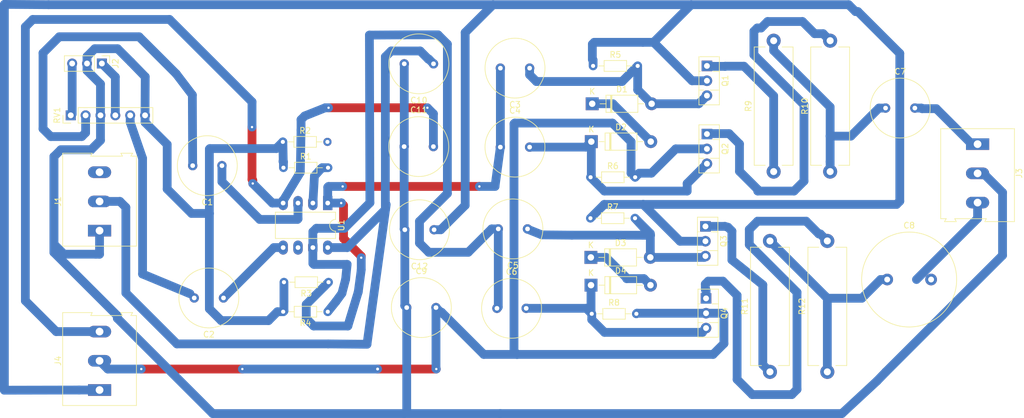
<source format=kicad_pcb>
(kicad_pcb (version 20171130) (host pcbnew "(5.1.4)-1")

  (general
    (thickness 1.6)
    (drawings 0)
    (tracks 360)
    (zones 0)
    (modules 38)
    (nets 30)
  )

  (page A4)
  (layers
    (0 F.Cu signal)
    (31 B.Cu signal)
    (32 B.Adhes user)
    (33 F.Adhes user)
    (34 B.Paste user)
    (35 F.Paste user)
    (36 B.SilkS user)
    (37 F.SilkS user)
    (38 B.Mask user)
    (39 F.Mask user)
    (40 Dwgs.User user)
    (41 Cmts.User user)
    (42 Eco1.User user)
    (43 Eco2.User user)
    (44 Edge.Cuts user)
    (45 Margin user)
    (46 B.CrtYd user)
    (47 F.CrtYd user)
    (48 B.Fab user)
    (49 F.Fab user)
  )

  (setup
    (last_trace_width 1.5)
    (user_trace_width 1.5)
    (trace_clearance 0.2)
    (zone_clearance 0.508)
    (zone_45_only no)
    (trace_min 0.2)
    (via_size 0.8)
    (via_drill 0.4)
    (via_min_size 0.4)
    (via_min_drill 0.3)
    (uvia_size 0.3)
    (uvia_drill 0.1)
    (uvias_allowed no)
    (uvia_min_size 0.2)
    (uvia_min_drill 0.1)
    (edge_width 0.05)
    (segment_width 0.2)
    (pcb_text_width 0.3)
    (pcb_text_size 1.5 1.5)
    (mod_edge_width 0.12)
    (mod_text_size 1 1)
    (mod_text_width 0.15)
    (pad_size 1.524 1.524)
    (pad_drill 0.762)
    (pad_to_mask_clearance 0.051)
    (solder_mask_min_width 0.25)
    (aux_axis_origin 0 0)
    (visible_elements 7FFFFFFF)
    (pcbplotparams
      (layerselection 0x010fc_ffffffff)
      (usegerberextensions false)
      (usegerberattributes false)
      (usegerberadvancedattributes false)
      (creategerberjobfile false)
      (excludeedgelayer true)
      (linewidth 0.100000)
      (plotframeref false)
      (viasonmask false)
      (mode 1)
      (useauxorigin false)
      (hpglpennumber 1)
      (hpglpenspeed 20)
      (hpglpendiameter 15.000000)
      (psnegative false)
      (psa4output false)
      (plotreference true)
      (plotvalue true)
      (plotinvisibletext false)
      (padsonsilk false)
      (subtractmaskfromsilk false)
      (outputformat 1)
      (mirror false)
      (drillshape 1)
      (scaleselection 1)
      (outputdirectory ""))
  )

  (net 0 "")
  (net 1 "Net-(C1-Pad2)")
  (net 2 "Net-(C1-Pad1)")
  (net 3 "Net-(C2-Pad2)")
  (net 4 "Net-(C2-Pad1)")
  (net 5 "Net-(C3-Pad2)")
  (net 6 "Net-(C3-Pad1)")
  (net 7 "Net-(C4-Pad2)")
  (net 8 "Net-(C5-Pad2)")
  (net 9 "Net-(C5-Pad1)")
  (net 10 "Net-(C6-Pad2)")
  (net 11 "Net-(C7-Pad2)")
  (net 12 "Net-(C7-Pad1)")
  (net 13 "Net-(C8-Pad2)")
  (net 14 "Net-(C8-Pad1)")
  (net 15 "Net-(C9-Pad2)")
  (net 16 GND)
  (net 17 "Net-(C10-Pad1)")
  (net 18 "Net-(C11-Pad2)")
  (net 19 "Net-(C12-Pad1)")
  (net 20 "Net-(D1-Pad1)")
  (net 21 "Net-(D3-Pad1)")
  (net 22 "Net-(J2-Pad3)")
  (net 23 "Net-(J2-Pad1)")
  (net 24 "Net-(Q1-Pad1)")
  (net 25 "Net-(Q2-Pad1)")
  (net 26 "Net-(Q3-Pad1)")
  (net 27 "Net-(Q4-Pad1)")
  (net 28 "Net-(R1-Pad2)")
  (net 29 "Net-(R2-Pad2)")

  (net_class Default "This is the default net class."
    (clearance 0.2)
    (trace_width 0.25)
    (via_dia 0.8)
    (via_drill 0.4)
    (uvia_dia 0.3)
    (uvia_drill 0.1)
    (add_net GND)
    (add_net "Net-(C1-Pad1)")
    (add_net "Net-(C1-Pad2)")
    (add_net "Net-(C10-Pad1)")
    (add_net "Net-(C11-Pad2)")
    (add_net "Net-(C12-Pad1)")
    (add_net "Net-(C2-Pad1)")
    (add_net "Net-(C2-Pad2)")
    (add_net "Net-(C3-Pad1)")
    (add_net "Net-(C3-Pad2)")
    (add_net "Net-(C4-Pad2)")
    (add_net "Net-(C5-Pad1)")
    (add_net "Net-(C5-Pad2)")
    (add_net "Net-(C6-Pad2)")
    (add_net "Net-(C7-Pad1)")
    (add_net "Net-(C7-Pad2)")
    (add_net "Net-(C8-Pad1)")
    (add_net "Net-(C8-Pad2)")
    (add_net "Net-(C9-Pad2)")
    (add_net "Net-(D1-Pad1)")
    (add_net "Net-(D3-Pad1)")
    (add_net "Net-(J2-Pad1)")
    (add_net "Net-(J2-Pad3)")
    (add_net "Net-(Q1-Pad1)")
    (add_net "Net-(Q2-Pad1)")
    (add_net "Net-(Q3-Pad1)")
    (add_net "Net-(Q4-Pad1)")
    (add_net "Net-(R1-Pad2)")
    (add_net "Net-(R2-Pad2)")
  )

  (module Capacitor_THT:C_Radial_D16.0mm_H25.0mm_P7.50mm (layer F.Cu) (tedit 5BC5C9BA) (tstamp 5E42D813)
    (at 231.8766 116.1288)
    (descr "C, Radial series, Radial, pin pitch=7.50mm, diameter=16mm, height=25mm, Non-Polar Electrolytic Capacitor")
    (tags "C Radial series Radial pin pitch 7.50mm diameter 16mm height 25mm Non-Polar Electrolytic Capacitor")
    (path /5E496B9D)
    (fp_text reference C8 (at 3.75 -9.25) (layer F.SilkS)
      (effects (font (size 1 1) (thickness 0.15)))
    )
    (fp_text value 1000u (at 3.75 9.25) (layer F.Fab)
      (effects (font (size 1 1) (thickness 0.15)))
    )
    (fp_text user %R (at 3.75 0) (layer F.Fab)
      (effects (font (size 1 1) (thickness 0.15)))
    )
    (fp_circle (center 3.75 0) (end 12 0) (layer F.CrtYd) (width 0.05))
    (fp_circle (center 3.75 0) (end 11.87 0) (layer F.SilkS) (width 0.12))
    (fp_circle (center 3.75 0) (end 11.75 0) (layer F.Fab) (width 0.1))
    (pad 2 thru_hole circle (at 7.5 0) (size 2 2) (drill 1) (layers *.Cu *.Mask)
      (net 13 "Net-(C8-Pad2)"))
    (pad 1 thru_hole circle (at 0 0) (size 2 2) (drill 1) (layers *.Cu *.Mask)
      (net 14 "Net-(C8-Pad1)"))
    (model ${KISYS3DMOD}/Capacitor_THT.3dshapes/C_Radial_D16.0mm_H25.0mm_P7.50mm.wrl
      (at (xyz 0 0 0))
      (scale (xyz 1 1 1))
      (rotate (xyz 0 0 0))
    )
  )

  (module Package_DIP:DIP-8_W7.62mm_LongPads (layer F.Cu) (tedit 5A02E8C5) (tstamp 5E42DC09)
    (at 136.2583 103.04272 270)
    (descr "8-lead though-hole mounted DIP package, row spacing 7.62 mm (300 mils), LongPads")
    (tags "THT DIP DIL PDIP 2.54mm 7.62mm 300mil LongPads")
    (path /5E413486)
    (fp_text reference U1 (at 3.81 -2.33 270) (layer F.SilkS)
      (effects (font (size 1 1) (thickness 0.15)))
    )
    (fp_text value NE5532 (at 3.81 9.95 270) (layer F.Fab)
      (effects (font (size 1 1) (thickness 0.15)))
    )
    (fp_text user %R (at 3.81 3.81 270) (layer F.Fab)
      (effects (font (size 1 1) (thickness 0.15)))
    )
    (fp_line (start 9.1 -1.55) (end -1.45 -1.55) (layer F.CrtYd) (width 0.05))
    (fp_line (start 9.1 9.15) (end 9.1 -1.55) (layer F.CrtYd) (width 0.05))
    (fp_line (start -1.45 9.15) (end 9.1 9.15) (layer F.CrtYd) (width 0.05))
    (fp_line (start -1.45 -1.55) (end -1.45 9.15) (layer F.CrtYd) (width 0.05))
    (fp_line (start 6.06 -1.33) (end 4.81 -1.33) (layer F.SilkS) (width 0.12))
    (fp_line (start 6.06 8.95) (end 6.06 -1.33) (layer F.SilkS) (width 0.12))
    (fp_line (start 1.56 8.95) (end 6.06 8.95) (layer F.SilkS) (width 0.12))
    (fp_line (start 1.56 -1.33) (end 1.56 8.95) (layer F.SilkS) (width 0.12))
    (fp_line (start 2.81 -1.33) (end 1.56 -1.33) (layer F.SilkS) (width 0.12))
    (fp_line (start 0.635 -0.27) (end 1.635 -1.27) (layer F.Fab) (width 0.1))
    (fp_line (start 0.635 8.89) (end 0.635 -0.27) (layer F.Fab) (width 0.1))
    (fp_line (start 6.985 8.89) (end 0.635 8.89) (layer F.Fab) (width 0.1))
    (fp_line (start 6.985 -1.27) (end 6.985 8.89) (layer F.Fab) (width 0.1))
    (fp_line (start 1.635 -1.27) (end 6.985 -1.27) (layer F.Fab) (width 0.1))
    (fp_arc (start 3.81 -1.33) (end 2.81 -1.33) (angle -180) (layer F.SilkS) (width 0.12))
    (pad 8 thru_hole oval (at 7.62 0 270) (size 2.4 1.6) (drill 0.8) (layers *.Cu *.Mask)
      (net 17 "Net-(C10-Pad1)"))
    (pad 4 thru_hole oval (at 0 7.62 270) (size 2.4 1.6) (drill 0.8) (layers *.Cu *.Mask)
      (net 18 "Net-(C11-Pad2)"))
    (pad 7 thru_hole oval (at 7.62 2.54 270) (size 2.4 1.6) (drill 0.8) (layers *.Cu *.Mask)
      (net 8 "Net-(C5-Pad2)"))
    (pad 3 thru_hole oval (at 0 5.08 270) (size 2.4 1.6) (drill 0.8) (layers *.Cu *.Mask)
      (net 2 "Net-(C1-Pad1)"))
    (pad 6 thru_hole oval (at 7.62 5.08 270) (size 2.4 1.6) (drill 0.8) (layers *.Cu *.Mask)
      (net 29 "Net-(R2-Pad2)"))
    (pad 2 thru_hole oval (at 0 2.54 270) (size 2.4 1.6) (drill 0.8) (layers *.Cu *.Mask)
      (net 28 "Net-(R1-Pad2)"))
    (pad 5 thru_hole oval (at 7.62 7.62 270) (size 2.4 1.6) (drill 0.8) (layers *.Cu *.Mask)
      (net 4 "Net-(C2-Pad1)"))
    (pad 1 thru_hole rect (at 0 0 270) (size 2.4 1.6) (drill 0.8) (layers *.Cu *.Mask)
      (net 5 "Net-(C3-Pad2)"))
    (model ${KISYS3DMOD}/Package_DIP.3dshapes/DIP-8_W7.62mm.wrl
      (at (xyz 0 0 0))
      (scale (xyz 1 1 1))
      (rotate (xyz 0 0 0))
    )
  )

  (module Connector_PinHeader_2.54mm:PinHeader_1x06_P2.54mm_Vertical (layer F.Cu) (tedit 59FED5CC) (tstamp 5E42DBED)
    (at 92.33916 88.0364 90)
    (descr "Through hole straight pin header, 1x06, 2.54mm pitch, single row")
    (tags "Through hole pin header THT 1x06 2.54mm single row")
    (path /5E41FFB0)
    (fp_text reference RV1 (at 0 -2.33 90) (layer F.SilkS)
      (effects (font (size 1 1) (thickness 0.15)))
    )
    (fp_text value R_POT_Dual (at 0 15.03 90) (layer F.Fab)
      (effects (font (size 1 1) (thickness 0.15)))
    )
    (fp_text user %R (at 0 6.35 180) (layer F.Fab)
      (effects (font (size 1 1) (thickness 0.15)))
    )
    (fp_line (start 1.8 -1.8) (end -1.8 -1.8) (layer F.CrtYd) (width 0.05))
    (fp_line (start 1.8 14.5) (end 1.8 -1.8) (layer F.CrtYd) (width 0.05))
    (fp_line (start -1.8 14.5) (end 1.8 14.5) (layer F.CrtYd) (width 0.05))
    (fp_line (start -1.8 -1.8) (end -1.8 14.5) (layer F.CrtYd) (width 0.05))
    (fp_line (start -1.33 -1.33) (end 0 -1.33) (layer F.SilkS) (width 0.12))
    (fp_line (start -1.33 0) (end -1.33 -1.33) (layer F.SilkS) (width 0.12))
    (fp_line (start -1.33 1.27) (end 1.33 1.27) (layer F.SilkS) (width 0.12))
    (fp_line (start 1.33 1.27) (end 1.33 14.03) (layer F.SilkS) (width 0.12))
    (fp_line (start -1.33 1.27) (end -1.33 14.03) (layer F.SilkS) (width 0.12))
    (fp_line (start -1.33 14.03) (end 1.33 14.03) (layer F.SilkS) (width 0.12))
    (fp_line (start -1.27 -0.635) (end -0.635 -1.27) (layer F.Fab) (width 0.1))
    (fp_line (start -1.27 13.97) (end -1.27 -0.635) (layer F.Fab) (width 0.1))
    (fp_line (start 1.27 13.97) (end -1.27 13.97) (layer F.Fab) (width 0.1))
    (fp_line (start 1.27 -1.27) (end 1.27 13.97) (layer F.Fab) (width 0.1))
    (fp_line (start -0.635 -1.27) (end 1.27 -1.27) (layer F.Fab) (width 0.1))
    (pad 6 thru_hole oval (at 0 12.7 90) (size 1.7 1.7) (drill 1) (layers *.Cu *.Mask)
      (net 16 GND))
    (pad 5 thru_hole oval (at 0 10.16 90) (size 1.7 1.7) (drill 1) (layers *.Cu *.Mask)
      (net 3 "Net-(C2-Pad2)"))
    (pad 4 thru_hole oval (at 0 7.62 90) (size 1.7 1.7) (drill 1) (layers *.Cu *.Mask)
      (net 23 "Net-(J2-Pad1)"))
    (pad 3 thru_hole oval (at 0 5.08 90) (size 1.7 1.7) (drill 1) (layers *.Cu *.Mask)
      (net 16 GND))
    (pad 2 thru_hole oval (at 0 2.54 90) (size 1.7 1.7) (drill 1) (layers *.Cu *.Mask)
      (net 1 "Net-(C1-Pad2)"))
    (pad 1 thru_hole rect (at 0 0 90) (size 1.7 1.7) (drill 1) (layers *.Cu *.Mask)
      (net 22 "Net-(J2-Pad3)"))
    (model ${KISYS3DMOD}/Connector_PinHeader_2.54mm.3dshapes/PinHeader_1x06_P2.54mm_Vertical.wrl
      (at (xyz 0 0 0))
      (scale (xyz 1 1 1))
      (rotate (xyz 0 0 0))
    )
  )

  (module Resistor_THT:R_Axial_Power_L20.0mm_W6.4mm_P22.40mm (layer F.Cu) (tedit 5AE5139B) (tstamp 5E42DBD3)
    (at 221.6404 131.9276 90)
    (descr "Resistor, Axial_Power series, Box, pin pitch=22.4mm, 4W, length*width*height=20*6.4*6.4mm^3, http://cdn-reichelt.de/documents/datenblatt/B400/5WAXIAL_9WAXIAL_11WAXIAL_17WAXIAL%23YAG.pdf")
    (tags "Resistor Axial_Power series Box pin pitch 22.4mm 4W length 20mm width 6.4mm height 6.4mm")
    (path /5E4451BA)
    (fp_text reference R12 (at 11.2 -4.32 90) (layer F.SilkS)
      (effects (font (size 1 1) (thickness 0.15)))
    )
    (fp_text value 0.22 (at 11.2 4.32 90) (layer F.Fab)
      (effects (font (size 1 1) (thickness 0.15)))
    )
    (fp_text user %R (at 11.2 0 90) (layer F.Fab)
      (effects (font (size 1 1) (thickness 0.15)))
    )
    (fp_line (start 23.85 -3.45) (end -1.45 -3.45) (layer F.CrtYd) (width 0.05))
    (fp_line (start 23.85 3.45) (end 23.85 -3.45) (layer F.CrtYd) (width 0.05))
    (fp_line (start -1.45 3.45) (end 23.85 3.45) (layer F.CrtYd) (width 0.05))
    (fp_line (start -1.45 -3.45) (end -1.45 3.45) (layer F.CrtYd) (width 0.05))
    (fp_line (start 21.32 3.32) (end 21.32 1.44) (layer F.SilkS) (width 0.12))
    (fp_line (start 1.08 3.32) (end 21.32 3.32) (layer F.SilkS) (width 0.12))
    (fp_line (start 1.08 1.44) (end 1.08 3.32) (layer F.SilkS) (width 0.12))
    (fp_line (start 21.32 -3.32) (end 21.32 -1.44) (layer F.SilkS) (width 0.12))
    (fp_line (start 1.08 -3.32) (end 21.32 -3.32) (layer F.SilkS) (width 0.12))
    (fp_line (start 1.08 -1.44) (end 1.08 -3.32) (layer F.SilkS) (width 0.12))
    (fp_line (start 22.4 0) (end 21.2 0) (layer F.Fab) (width 0.1))
    (fp_line (start 0 0) (end 1.2 0) (layer F.Fab) (width 0.1))
    (fp_line (start 21.2 -3.2) (end 1.2 -3.2) (layer F.Fab) (width 0.1))
    (fp_line (start 21.2 3.2) (end 21.2 -3.2) (layer F.Fab) (width 0.1))
    (fp_line (start 1.2 3.2) (end 21.2 3.2) (layer F.Fab) (width 0.1))
    (fp_line (start 1.2 -3.2) (end 1.2 3.2) (layer F.Fab) (width 0.1))
    (pad 2 thru_hole oval (at 22.4 0 90) (size 2.4 2.4) (drill 1.2) (layers *.Cu *.Mask)
      (net 27 "Net-(Q4-Pad1)"))
    (pad 1 thru_hole circle (at 0 0 90) (size 2.4 2.4) (drill 1.2) (layers *.Cu *.Mask)
      (net 14 "Net-(C8-Pad1)"))
    (model ${KISYS3DMOD}/Resistor_THT.3dshapes/R_Axial_Power_L20.0mm_W6.4mm_P22.40mm.wrl
      (at (xyz 0 0 0))
      (scale (xyz 1 1 1))
      (rotate (xyz 0 0 0))
    )
  )

  (module Resistor_THT:R_Axial_Power_L20.0mm_W6.4mm_P22.40mm (layer F.Cu) (tedit 5AE5139B) (tstamp 5E42DBBC)
    (at 211.836 131.9276 90)
    (descr "Resistor, Axial_Power series, Box, pin pitch=22.4mm, 4W, length*width*height=20*6.4*6.4mm^3, http://cdn-reichelt.de/documents/datenblatt/B400/5WAXIAL_9WAXIAL_11WAXIAL_17WAXIAL%23YAG.pdf")
    (tags "Resistor Axial_Power series Box pin pitch 22.4mm 4W length 20mm width 6.4mm height 6.4mm")
    (path /5E44199F)
    (fp_text reference R11 (at 11.2 -4.32 90) (layer F.SilkS)
      (effects (font (size 1 1) (thickness 0.15)))
    )
    (fp_text value 0.22 (at 11.2 4.32 90) (layer F.Fab)
      (effects (font (size 1 1) (thickness 0.15)))
    )
    (fp_text user %R (at 11.2 0 90) (layer F.Fab)
      (effects (font (size 1 1) (thickness 0.15)))
    )
    (fp_line (start 23.85 -3.45) (end -1.45 -3.45) (layer F.CrtYd) (width 0.05))
    (fp_line (start 23.85 3.45) (end 23.85 -3.45) (layer F.CrtYd) (width 0.05))
    (fp_line (start -1.45 3.45) (end 23.85 3.45) (layer F.CrtYd) (width 0.05))
    (fp_line (start -1.45 -3.45) (end -1.45 3.45) (layer F.CrtYd) (width 0.05))
    (fp_line (start 21.32 3.32) (end 21.32 1.44) (layer F.SilkS) (width 0.12))
    (fp_line (start 1.08 3.32) (end 21.32 3.32) (layer F.SilkS) (width 0.12))
    (fp_line (start 1.08 1.44) (end 1.08 3.32) (layer F.SilkS) (width 0.12))
    (fp_line (start 21.32 -3.32) (end 21.32 -1.44) (layer F.SilkS) (width 0.12))
    (fp_line (start 1.08 -3.32) (end 21.32 -3.32) (layer F.SilkS) (width 0.12))
    (fp_line (start 1.08 -1.44) (end 1.08 -3.32) (layer F.SilkS) (width 0.12))
    (fp_line (start 22.4 0) (end 21.2 0) (layer F.Fab) (width 0.1))
    (fp_line (start 0 0) (end 1.2 0) (layer F.Fab) (width 0.1))
    (fp_line (start 21.2 -3.2) (end 1.2 -3.2) (layer F.Fab) (width 0.1))
    (fp_line (start 21.2 3.2) (end 21.2 -3.2) (layer F.Fab) (width 0.1))
    (fp_line (start 1.2 3.2) (end 21.2 3.2) (layer F.Fab) (width 0.1))
    (fp_line (start 1.2 -3.2) (end 1.2 3.2) (layer F.Fab) (width 0.1))
    (pad 2 thru_hole oval (at 22.4 0 90) (size 2.4 2.4) (drill 1.2) (layers *.Cu *.Mask)
      (net 14 "Net-(C8-Pad1)"))
    (pad 1 thru_hole circle (at 0 0 90) (size 2.4 2.4) (drill 1.2) (layers *.Cu *.Mask)
      (net 26 "Net-(Q3-Pad1)"))
    (model ${KISYS3DMOD}/Resistor_THT.3dshapes/R_Axial_Power_L20.0mm_W6.4mm_P22.40mm.wrl
      (at (xyz 0 0 0))
      (scale (xyz 1 1 1))
      (rotate (xyz 0 0 0))
    )
  )

  (module Resistor_THT:R_Axial_Power_L20.0mm_W6.4mm_P22.40mm (layer F.Cu) (tedit 5AE5139B) (tstamp 5E42DBA5)
    (at 222.123 97.663 90)
    (descr "Resistor, Axial_Power series, Box, pin pitch=22.4mm, 4W, length*width*height=20*6.4*6.4mm^3, http://cdn-reichelt.de/documents/datenblatt/B400/5WAXIAL_9WAXIAL_11WAXIAL_17WAXIAL%23YAG.pdf")
    (tags "Resistor Axial_Power series Box pin pitch 22.4mm 4W length 20mm width 6.4mm height 6.4mm")
    (path /5E43F380)
    (fp_text reference R10 (at 11.2 -4.32 90) (layer F.SilkS)
      (effects (font (size 1 1) (thickness 0.15)))
    )
    (fp_text value 0.22 (at 11.2 4.32 90) (layer F.Fab)
      (effects (font (size 1 1) (thickness 0.15)))
    )
    (fp_text user %R (at 11.2 0 90) (layer F.Fab)
      (effects (font (size 1 1) (thickness 0.15)))
    )
    (fp_line (start 23.85 -3.45) (end -1.45 -3.45) (layer F.CrtYd) (width 0.05))
    (fp_line (start 23.85 3.45) (end 23.85 -3.45) (layer F.CrtYd) (width 0.05))
    (fp_line (start -1.45 3.45) (end 23.85 3.45) (layer F.CrtYd) (width 0.05))
    (fp_line (start -1.45 -3.45) (end -1.45 3.45) (layer F.CrtYd) (width 0.05))
    (fp_line (start 21.32 3.32) (end 21.32 1.44) (layer F.SilkS) (width 0.12))
    (fp_line (start 1.08 3.32) (end 21.32 3.32) (layer F.SilkS) (width 0.12))
    (fp_line (start 1.08 1.44) (end 1.08 3.32) (layer F.SilkS) (width 0.12))
    (fp_line (start 21.32 -3.32) (end 21.32 -1.44) (layer F.SilkS) (width 0.12))
    (fp_line (start 1.08 -3.32) (end 21.32 -3.32) (layer F.SilkS) (width 0.12))
    (fp_line (start 1.08 -1.44) (end 1.08 -3.32) (layer F.SilkS) (width 0.12))
    (fp_line (start 22.4 0) (end 21.2 0) (layer F.Fab) (width 0.1))
    (fp_line (start 0 0) (end 1.2 0) (layer F.Fab) (width 0.1))
    (fp_line (start 21.2 -3.2) (end 1.2 -3.2) (layer F.Fab) (width 0.1))
    (fp_line (start 21.2 3.2) (end 21.2 -3.2) (layer F.Fab) (width 0.1))
    (fp_line (start 1.2 3.2) (end 21.2 3.2) (layer F.Fab) (width 0.1))
    (fp_line (start 1.2 -3.2) (end 1.2 3.2) (layer F.Fab) (width 0.1))
    (pad 2 thru_hole oval (at 22.4 0 90) (size 2.4 2.4) (drill 1.2) (layers *.Cu *.Mask)
      (net 25 "Net-(Q2-Pad1)"))
    (pad 1 thru_hole circle (at 0 0 90) (size 2.4 2.4) (drill 1.2) (layers *.Cu *.Mask)
      (net 12 "Net-(C7-Pad1)"))
    (model ${KISYS3DMOD}/Resistor_THT.3dshapes/R_Axial_Power_L20.0mm_W6.4mm_P22.40mm.wrl
      (at (xyz 0 0 0))
      (scale (xyz 1 1 1))
      (rotate (xyz 0 0 0))
    )
  )

  (module Resistor_THT:R_Axial_Power_L20.0mm_W6.4mm_P22.40mm (layer F.Cu) (tedit 5AE5139B) (tstamp 5E42DB8E)
    (at 212.471 97.663 90)
    (descr "Resistor, Axial_Power series, Box, pin pitch=22.4mm, 4W, length*width*height=20*6.4*6.4mm^3, http://cdn-reichelt.de/documents/datenblatt/B400/5WAXIAL_9WAXIAL_11WAXIAL_17WAXIAL%23YAG.pdf")
    (tags "Resistor Axial_Power series Box pin pitch 22.4mm 4W length 20mm width 6.4mm height 6.4mm")
    (path /5E43EB81)
    (fp_text reference R9 (at 11.2 -4.32 90) (layer F.SilkS)
      (effects (font (size 1 1) (thickness 0.15)))
    )
    (fp_text value 0.22 (at 11.2 4.32 90) (layer F.Fab)
      (effects (font (size 1 1) (thickness 0.15)))
    )
    (fp_text user %R (at 11.2 0 90) (layer F.Fab)
      (effects (font (size 1 1) (thickness 0.15)))
    )
    (fp_line (start 23.85 -3.45) (end -1.45 -3.45) (layer F.CrtYd) (width 0.05))
    (fp_line (start 23.85 3.45) (end 23.85 -3.45) (layer F.CrtYd) (width 0.05))
    (fp_line (start -1.45 3.45) (end 23.85 3.45) (layer F.CrtYd) (width 0.05))
    (fp_line (start -1.45 -3.45) (end -1.45 3.45) (layer F.CrtYd) (width 0.05))
    (fp_line (start 21.32 3.32) (end 21.32 1.44) (layer F.SilkS) (width 0.12))
    (fp_line (start 1.08 3.32) (end 21.32 3.32) (layer F.SilkS) (width 0.12))
    (fp_line (start 1.08 1.44) (end 1.08 3.32) (layer F.SilkS) (width 0.12))
    (fp_line (start 21.32 -3.32) (end 21.32 -1.44) (layer F.SilkS) (width 0.12))
    (fp_line (start 1.08 -3.32) (end 21.32 -3.32) (layer F.SilkS) (width 0.12))
    (fp_line (start 1.08 -1.44) (end 1.08 -3.32) (layer F.SilkS) (width 0.12))
    (fp_line (start 22.4 0) (end 21.2 0) (layer F.Fab) (width 0.1))
    (fp_line (start 0 0) (end 1.2 0) (layer F.Fab) (width 0.1))
    (fp_line (start 21.2 -3.2) (end 1.2 -3.2) (layer F.Fab) (width 0.1))
    (fp_line (start 21.2 3.2) (end 21.2 -3.2) (layer F.Fab) (width 0.1))
    (fp_line (start 1.2 3.2) (end 21.2 3.2) (layer F.Fab) (width 0.1))
    (fp_line (start 1.2 -3.2) (end 1.2 3.2) (layer F.Fab) (width 0.1))
    (pad 2 thru_hole oval (at 22.4 0 90) (size 2.4 2.4) (drill 1.2) (layers *.Cu *.Mask)
      (net 12 "Net-(C7-Pad1)"))
    (pad 1 thru_hole circle (at 0 0 90) (size 2.4 2.4) (drill 1.2) (layers *.Cu *.Mask)
      (net 24 "Net-(Q1-Pad1)"))
    (model ${KISYS3DMOD}/Resistor_THT.3dshapes/R_Axial_Power_L20.0mm_W6.4mm_P22.40mm.wrl
      (at (xyz 0 0 0))
      (scale (xyz 1 1 1))
      (rotate (xyz 0 0 0))
    )
  )

  (module Resistor_THT:R_Axial_DIN0204_L3.6mm_D1.6mm_P7.62mm_Horizontal (layer F.Cu) (tedit 5AE5139B) (tstamp 5E43B891)
    (at 181.3814 121.9962)
    (descr "Resistor, Axial_DIN0204 series, Axial, Horizontal, pin pitch=7.62mm, 0.167W, length*diameter=3.6*1.6mm^2, http://cdn-reichelt.de/documents/datenblatt/B400/1_4W%23YAG.pdf")
    (tags "Resistor Axial_DIN0204 series Axial Horizontal pin pitch 7.62mm 0.167W length 3.6mm diameter 1.6mm")
    (path /5E45FFAE)
    (fp_text reference R8 (at 3.81 -1.92) (layer F.SilkS)
      (effects (font (size 1 1) (thickness 0.15)))
    )
    (fp_text value 4k7 (at 3.81 1.92) (layer F.Fab)
      (effects (font (size 1 1) (thickness 0.15)))
    )
    (fp_text user %R (at 3.81 0) (layer F.Fab)
      (effects (font (size 0.72 0.72) (thickness 0.108)))
    )
    (fp_line (start 8.57 -1.05) (end -0.95 -1.05) (layer F.CrtYd) (width 0.05))
    (fp_line (start 8.57 1.05) (end 8.57 -1.05) (layer F.CrtYd) (width 0.05))
    (fp_line (start -0.95 1.05) (end 8.57 1.05) (layer F.CrtYd) (width 0.05))
    (fp_line (start -0.95 -1.05) (end -0.95 1.05) (layer F.CrtYd) (width 0.05))
    (fp_line (start 6.68 0) (end 5.73 0) (layer F.SilkS) (width 0.12))
    (fp_line (start 0.94 0) (end 1.89 0) (layer F.SilkS) (width 0.12))
    (fp_line (start 5.73 -0.92) (end 1.89 -0.92) (layer F.SilkS) (width 0.12))
    (fp_line (start 5.73 0.92) (end 5.73 -0.92) (layer F.SilkS) (width 0.12))
    (fp_line (start 1.89 0.92) (end 5.73 0.92) (layer F.SilkS) (width 0.12))
    (fp_line (start 1.89 -0.92) (end 1.89 0.92) (layer F.SilkS) (width 0.12))
    (fp_line (start 7.62 0) (end 5.61 0) (layer F.Fab) (width 0.1))
    (fp_line (start 0 0) (end 2.01 0) (layer F.Fab) (width 0.1))
    (fp_line (start 5.61 -0.8) (end 2.01 -0.8) (layer F.Fab) (width 0.1))
    (fp_line (start 5.61 0.8) (end 5.61 -0.8) (layer F.Fab) (width 0.1))
    (fp_line (start 2.01 0.8) (end 5.61 0.8) (layer F.Fab) (width 0.1))
    (fp_line (start 2.01 -0.8) (end 2.01 0.8) (layer F.Fab) (width 0.1))
    (pad 2 thru_hole oval (at 7.62 0) (size 1.4 1.4) (drill 0.7) (layers *.Cu *.Mask)
      (net 15 "Net-(C9-Pad2)"))
    (pad 1 thru_hole circle (at 0 0) (size 1.4 1.4) (drill 0.7) (layers *.Cu *.Mask)
      (net 10 "Net-(C6-Pad2)"))
    (model ${KISYS3DMOD}/Resistor_THT.3dshapes/R_Axial_DIN0204_L3.6mm_D1.6mm_P7.62mm_Horizontal.wrl
      (at (xyz 0 0 0))
      (scale (xyz 1 1 1))
      (rotate (xyz 0 0 0))
    )
  )

  (module Resistor_THT:R_Axial_DIN0204_L3.6mm_D1.6mm_P7.62mm_Horizontal (layer F.Cu) (tedit 5AE5139B) (tstamp 5E43B9AE)
    (at 181.1528 105.6386)
    (descr "Resistor, Axial_DIN0204 series, Axial, Horizontal, pin pitch=7.62mm, 0.167W, length*diameter=3.6*1.6mm^2, http://cdn-reichelt.de/documents/datenblatt/B400/1_4W%23YAG.pdf")
    (tags "Resistor Axial_DIN0204 series Axial Horizontal pin pitch 7.62mm 0.167W length 3.6mm diameter 1.6mm")
    (path /5E45D210)
    (fp_text reference R7 (at 3.81 -1.92) (layer F.SilkS)
      (effects (font (size 1 1) (thickness 0.15)))
    )
    (fp_text value 4k7 (at 3.81 1.92) (layer F.Fab)
      (effects (font (size 1 1) (thickness 0.15)))
    )
    (fp_text user %R (at 3.81 0) (layer F.Fab)
      (effects (font (size 0.72 0.72) (thickness 0.108)))
    )
    (fp_line (start 8.57 -1.05) (end -0.95 -1.05) (layer F.CrtYd) (width 0.05))
    (fp_line (start 8.57 1.05) (end 8.57 -1.05) (layer F.CrtYd) (width 0.05))
    (fp_line (start -0.95 1.05) (end 8.57 1.05) (layer F.CrtYd) (width 0.05))
    (fp_line (start -0.95 -1.05) (end -0.95 1.05) (layer F.CrtYd) (width 0.05))
    (fp_line (start 6.68 0) (end 5.73 0) (layer F.SilkS) (width 0.12))
    (fp_line (start 0.94 0) (end 1.89 0) (layer F.SilkS) (width 0.12))
    (fp_line (start 5.73 -0.92) (end 1.89 -0.92) (layer F.SilkS) (width 0.12))
    (fp_line (start 5.73 0.92) (end 5.73 -0.92) (layer F.SilkS) (width 0.12))
    (fp_line (start 1.89 0.92) (end 5.73 0.92) (layer F.SilkS) (width 0.12))
    (fp_line (start 1.89 -0.92) (end 1.89 0.92) (layer F.SilkS) (width 0.12))
    (fp_line (start 7.62 0) (end 5.61 0) (layer F.Fab) (width 0.1))
    (fp_line (start 0 0) (end 2.01 0) (layer F.Fab) (width 0.1))
    (fp_line (start 5.61 -0.8) (end 2.01 -0.8) (layer F.Fab) (width 0.1))
    (fp_line (start 5.61 0.8) (end 5.61 -0.8) (layer F.Fab) (width 0.1))
    (fp_line (start 2.01 0.8) (end 5.61 0.8) (layer F.Fab) (width 0.1))
    (fp_line (start 2.01 -0.8) (end 2.01 0.8) (layer F.Fab) (width 0.1))
    (pad 2 thru_hole oval (at 7.62 0) (size 1.4 1.4) (drill 0.7) (layers *.Cu *.Mask)
      (net 9 "Net-(C5-Pad1)"))
    (pad 1 thru_hole circle (at 0 0) (size 1.4 1.4) (drill 0.7) (layers *.Cu *.Mask)
      (net 19 "Net-(C12-Pad1)"))
    (model ${KISYS3DMOD}/Resistor_THT.3dshapes/R_Axial_DIN0204_L3.6mm_D1.6mm_P7.62mm_Horizontal.wrl
      (at (xyz 0 0 0))
      (scale (xyz 1 1 1))
      (rotate (xyz 0 0 0))
    )
  )

  (module Resistor_THT:R_Axial_DIN0204_L3.6mm_D1.6mm_P7.62mm_Horizontal (layer F.Cu) (tedit 5AE5139B) (tstamp 5E42DB49)
    (at 181.1782 98.6282)
    (descr "Resistor, Axial_DIN0204 series, Axial, Horizontal, pin pitch=7.62mm, 0.167W, length*diameter=3.6*1.6mm^2, http://cdn-reichelt.de/documents/datenblatt/B400/1_4W%23YAG.pdf")
    (tags "Resistor Axial_DIN0204 series Axial Horizontal pin pitch 7.62mm 0.167W length 3.6mm diameter 1.6mm")
    (path /5E44CC3E)
    (fp_text reference R6 (at 3.81 -1.92) (layer F.SilkS)
      (effects (font (size 1 1) (thickness 0.15)))
    )
    (fp_text value 4k7 (at 3.81 1.92) (layer F.Fab)
      (effects (font (size 1 1) (thickness 0.15)))
    )
    (fp_text user %R (at 3.81 0) (layer F.Fab)
      (effects (font (size 0.72 0.72) (thickness 0.108)))
    )
    (fp_line (start 8.57 -1.05) (end -0.95 -1.05) (layer F.CrtYd) (width 0.05))
    (fp_line (start 8.57 1.05) (end 8.57 -1.05) (layer F.CrtYd) (width 0.05))
    (fp_line (start -0.95 1.05) (end 8.57 1.05) (layer F.CrtYd) (width 0.05))
    (fp_line (start -0.95 -1.05) (end -0.95 1.05) (layer F.CrtYd) (width 0.05))
    (fp_line (start 6.68 0) (end 5.73 0) (layer F.SilkS) (width 0.12))
    (fp_line (start 0.94 0) (end 1.89 0) (layer F.SilkS) (width 0.12))
    (fp_line (start 5.73 -0.92) (end 1.89 -0.92) (layer F.SilkS) (width 0.12))
    (fp_line (start 5.73 0.92) (end 5.73 -0.92) (layer F.SilkS) (width 0.12))
    (fp_line (start 1.89 0.92) (end 5.73 0.92) (layer F.SilkS) (width 0.12))
    (fp_line (start 1.89 -0.92) (end 1.89 0.92) (layer F.SilkS) (width 0.12))
    (fp_line (start 7.62 0) (end 5.61 0) (layer F.Fab) (width 0.1))
    (fp_line (start 0 0) (end 2.01 0) (layer F.Fab) (width 0.1))
    (fp_line (start 5.61 -0.8) (end 2.01 -0.8) (layer F.Fab) (width 0.1))
    (fp_line (start 5.61 0.8) (end 5.61 -0.8) (layer F.Fab) (width 0.1))
    (fp_line (start 2.01 0.8) (end 5.61 0.8) (layer F.Fab) (width 0.1))
    (fp_line (start 2.01 -0.8) (end 2.01 0.8) (layer F.Fab) (width 0.1))
    (pad 2 thru_hole oval (at 7.62 0) (size 1.4 1.4) (drill 0.7) (layers *.Cu *.Mask)
      (net 15 "Net-(C9-Pad2)"))
    (pad 1 thru_hole circle (at 0 0) (size 1.4 1.4) (drill 0.7) (layers *.Cu *.Mask)
      (net 7 "Net-(C4-Pad2)"))
    (model ${KISYS3DMOD}/Resistor_THT.3dshapes/R_Axial_DIN0204_L3.6mm_D1.6mm_P7.62mm_Horizontal.wrl
      (at (xyz 0 0 0))
      (scale (xyz 1 1 1))
      (rotate (xyz 0 0 0))
    )
  )

  (module Resistor_THT:R_Axial_DIN0204_L3.6mm_D1.6mm_P7.62mm_Horizontal (layer F.Cu) (tedit 5AE5139B) (tstamp 5E42ED67)
    (at 181.61 79.5782)
    (descr "Resistor, Axial_DIN0204 series, Axial, Horizontal, pin pitch=7.62mm, 0.167W, length*diameter=3.6*1.6mm^2, http://cdn-reichelt.de/documents/datenblatt/B400/1_4W%23YAG.pdf")
    (tags "Resistor Axial_DIN0204 series Axial Horizontal pin pitch 7.62mm 0.167W length 3.6mm diameter 1.6mm")
    (path /5E44ADC8)
    (fp_text reference R5 (at 3.81 -1.92) (layer F.SilkS)
      (effects (font (size 1 1) (thickness 0.15)))
    )
    (fp_text value 4k7 (at 3.81 1.92) (layer F.Fab)
      (effects (font (size 1 1) (thickness 0.15)))
    )
    (fp_text user %R (at 3.81 0) (layer F.Fab)
      (effects (font (size 0.72 0.72) (thickness 0.108)))
    )
    (fp_line (start 8.57 -1.05) (end -0.95 -1.05) (layer F.CrtYd) (width 0.05))
    (fp_line (start 8.57 1.05) (end 8.57 -1.05) (layer F.CrtYd) (width 0.05))
    (fp_line (start -0.95 1.05) (end 8.57 1.05) (layer F.CrtYd) (width 0.05))
    (fp_line (start -0.95 -1.05) (end -0.95 1.05) (layer F.CrtYd) (width 0.05))
    (fp_line (start 6.68 0) (end 5.73 0) (layer F.SilkS) (width 0.12))
    (fp_line (start 0.94 0) (end 1.89 0) (layer F.SilkS) (width 0.12))
    (fp_line (start 5.73 -0.92) (end 1.89 -0.92) (layer F.SilkS) (width 0.12))
    (fp_line (start 5.73 0.92) (end 5.73 -0.92) (layer F.SilkS) (width 0.12))
    (fp_line (start 1.89 0.92) (end 5.73 0.92) (layer F.SilkS) (width 0.12))
    (fp_line (start 1.89 -0.92) (end 1.89 0.92) (layer F.SilkS) (width 0.12))
    (fp_line (start 7.62 0) (end 5.61 0) (layer F.Fab) (width 0.1))
    (fp_line (start 0 0) (end 2.01 0) (layer F.Fab) (width 0.1))
    (fp_line (start 5.61 -0.8) (end 2.01 -0.8) (layer F.Fab) (width 0.1))
    (fp_line (start 5.61 0.8) (end 5.61 -0.8) (layer F.Fab) (width 0.1))
    (fp_line (start 2.01 0.8) (end 5.61 0.8) (layer F.Fab) (width 0.1))
    (fp_line (start 2.01 -0.8) (end 2.01 0.8) (layer F.Fab) (width 0.1))
    (pad 2 thru_hole oval (at 7.62 0) (size 1.4 1.4) (drill 0.7) (layers *.Cu *.Mask)
      (net 6 "Net-(C3-Pad1)"))
    (pad 1 thru_hole circle (at 0 0) (size 1.4 1.4) (drill 0.7) (layers *.Cu *.Mask)
      (net 19 "Net-(C12-Pad1)"))
    (model ${KISYS3DMOD}/Resistor_THT.3dshapes/R_Axial_DIN0204_L3.6mm_D1.6mm_P7.62mm_Horizontal.wrl
      (at (xyz 0 0 0))
      (scale (xyz 1 1 1))
      (rotate (xyz 0 0 0))
    )
  )

  (module Resistor_THT:R_Axial_DIN0204_L3.6mm_D1.6mm_P7.62mm_Horizontal (layer F.Cu) (tedit 5AE5139B) (tstamp 5E43FFC5)
    (at 136.26338 121.6406 180)
    (descr "Resistor, Axial_DIN0204 series, Axial, Horizontal, pin pitch=7.62mm, 0.167W, length*diameter=3.6*1.6mm^2, http://cdn-reichelt.de/documents/datenblatt/B400/1_4W%23YAG.pdf")
    (tags "Resistor Axial_DIN0204 series Axial Horizontal pin pitch 7.62mm 0.167W length 3.6mm diameter 1.6mm")
    (path /5E41B125)
    (fp_text reference R4 (at 3.81 -1.92 180) (layer F.SilkS)
      (effects (font (size 1 1) (thickness 0.15)))
    )
    (fp_text value 12k (at 3.81 1.92 180) (layer F.Fab)
      (effects (font (size 1 1) (thickness 0.15)))
    )
    (fp_text user %R (at 3.81 0) (layer F.Fab)
      (effects (font (size 0.72 0.72) (thickness 0.108)))
    )
    (fp_line (start 8.57 -1.05) (end -0.95 -1.05) (layer F.CrtYd) (width 0.05))
    (fp_line (start 8.57 1.05) (end 8.57 -1.05) (layer F.CrtYd) (width 0.05))
    (fp_line (start -0.95 1.05) (end 8.57 1.05) (layer F.CrtYd) (width 0.05))
    (fp_line (start -0.95 -1.05) (end -0.95 1.05) (layer F.CrtYd) (width 0.05))
    (fp_line (start 6.68 0) (end 5.73 0) (layer F.SilkS) (width 0.12))
    (fp_line (start 0.94 0) (end 1.89 0) (layer F.SilkS) (width 0.12))
    (fp_line (start 5.73 -0.92) (end 1.89 -0.92) (layer F.SilkS) (width 0.12))
    (fp_line (start 5.73 0.92) (end 5.73 -0.92) (layer F.SilkS) (width 0.12))
    (fp_line (start 1.89 0.92) (end 5.73 0.92) (layer F.SilkS) (width 0.12))
    (fp_line (start 1.89 -0.92) (end 1.89 0.92) (layer F.SilkS) (width 0.12))
    (fp_line (start 7.62 0) (end 5.61 0) (layer F.Fab) (width 0.1))
    (fp_line (start 0 0) (end 2.01 0) (layer F.Fab) (width 0.1))
    (fp_line (start 5.61 -0.8) (end 2.01 -0.8) (layer F.Fab) (width 0.1))
    (fp_line (start 5.61 0.8) (end 5.61 -0.8) (layer F.Fab) (width 0.1))
    (fp_line (start 2.01 0.8) (end 5.61 0.8) (layer F.Fab) (width 0.1))
    (fp_line (start 2.01 -0.8) (end 2.01 0.8) (layer F.Fab) (width 0.1))
    (pad 2 thru_hole oval (at 7.62 0 180) (size 1.4 1.4) (drill 0.7) (layers *.Cu *.Mask)
      (net 16 GND))
    (pad 1 thru_hole circle (at 0 0 180) (size 1.4 1.4) (drill 0.7) (layers *.Cu *.Mask)
      (net 8 "Net-(C5-Pad2)"))
    (model ${KISYS3DMOD}/Resistor_THT.3dshapes/R_Axial_DIN0204_L3.6mm_D1.6mm_P7.62mm_Horizontal.wrl
      (at (xyz 0 0 0))
      (scale (xyz 1 1 1))
      (rotate (xyz 0 0 0))
    )
  )

  (module Resistor_THT:R_Axial_DIN0204_L3.6mm_D1.6mm_P7.62mm_Horizontal (layer F.Cu) (tedit 5AE5139B) (tstamp 5E42EA20)
    (at 136.398 116.586 180)
    (descr "Resistor, Axial_DIN0204 series, Axial, Horizontal, pin pitch=7.62mm, 0.167W, length*diameter=3.6*1.6mm^2, http://cdn-reichelt.de/documents/datenblatt/B400/1_4W%23YAG.pdf")
    (tags "Resistor Axial_DIN0204 series Axial Horizontal pin pitch 7.62mm 0.167W length 3.6mm diameter 1.6mm")
    (path /5E41C41D)
    (fp_text reference R3 (at 3.81 -1.92) (layer F.SilkS)
      (effects (font (size 1 1) (thickness 0.15)))
    )
    (fp_text value 12k (at 3.81 1.92) (layer F.Fab)
      (effects (font (size 1 1) (thickness 0.15)))
    )
    (fp_text user %R (at 3.81 0 270) (layer F.Fab)
      (effects (font (size 0.72 0.72) (thickness 0.108)))
    )
    (fp_line (start 8.57 -1.05) (end -0.95 -1.05) (layer F.CrtYd) (width 0.05))
    (fp_line (start 8.57 1.05) (end 8.57 -1.05) (layer F.CrtYd) (width 0.05))
    (fp_line (start -0.95 1.05) (end 8.57 1.05) (layer F.CrtYd) (width 0.05))
    (fp_line (start -0.95 -1.05) (end -0.95 1.05) (layer F.CrtYd) (width 0.05))
    (fp_line (start 6.68 0) (end 5.73 0) (layer F.SilkS) (width 0.12))
    (fp_line (start 0.94 0) (end 1.89 0) (layer F.SilkS) (width 0.12))
    (fp_line (start 5.73 -0.92) (end 1.89 -0.92) (layer F.SilkS) (width 0.12))
    (fp_line (start 5.73 0.92) (end 5.73 -0.92) (layer F.SilkS) (width 0.12))
    (fp_line (start 1.89 0.92) (end 5.73 0.92) (layer F.SilkS) (width 0.12))
    (fp_line (start 1.89 -0.92) (end 1.89 0.92) (layer F.SilkS) (width 0.12))
    (fp_line (start 7.62 0) (end 5.61 0) (layer F.Fab) (width 0.1))
    (fp_line (start 0 0) (end 2.01 0) (layer F.Fab) (width 0.1))
    (fp_line (start 5.61 -0.8) (end 2.01 -0.8) (layer F.Fab) (width 0.1))
    (fp_line (start 5.61 0.8) (end 5.61 -0.8) (layer F.Fab) (width 0.1))
    (fp_line (start 2.01 0.8) (end 5.61 0.8) (layer F.Fab) (width 0.1))
    (fp_line (start 2.01 -0.8) (end 2.01 0.8) (layer F.Fab) (width 0.1))
    (pad 2 thru_hole oval (at 7.62 0 180) (size 1.4 1.4) (drill 0.7) (layers *.Cu *.Mask)
      (net 16 GND))
    (pad 1 thru_hole circle (at 0 0 180) (size 1.4 1.4) (drill 0.7) (layers *.Cu *.Mask)
      (net 5 "Net-(C3-Pad2)"))
    (model ${KISYS3DMOD}/Resistor_THT.3dshapes/R_Axial_DIN0204_L3.6mm_D1.6mm_P7.62mm_Horizontal.wrl
      (at (xyz 0 0 0))
      (scale (xyz 1 1 1))
      (rotate (xyz 0 0 0))
    )
  )

  (module Resistor_THT:R_Axial_DIN0204_L3.6mm_D1.6mm_P7.62mm_Horizontal (layer F.Cu) (tedit 5AE5139B) (tstamp 5E42DAED)
    (at 128.5875 92.57792)
    (descr "Resistor, Axial_DIN0204 series, Axial, Horizontal, pin pitch=7.62mm, 0.167W, length*diameter=3.6*1.6mm^2, http://cdn-reichelt.de/documents/datenblatt/B400/1_4W%23YAG.pdf")
    (tags "Resistor Axial_DIN0204 series Axial Horizontal pin pitch 7.62mm 0.167W length 3.6mm diameter 1.6mm")
    (path /5E41BB1A)
    (fp_text reference R2 (at 3.81 -1.92) (layer F.SilkS)
      (effects (font (size 1 1) (thickness 0.15)))
    )
    (fp_text value 1k (at 3.81 1.92) (layer F.Fab)
      (effects (font (size 1 1) (thickness 0.15)))
    )
    (fp_text user %R (at 3.81 0) (layer F.Fab)
      (effects (font (size 0.72 0.72) (thickness 0.108)))
    )
    (fp_line (start 8.57 -1.05) (end -0.95 -1.05) (layer F.CrtYd) (width 0.05))
    (fp_line (start 8.57 1.05) (end 8.57 -1.05) (layer F.CrtYd) (width 0.05))
    (fp_line (start -0.95 1.05) (end 8.57 1.05) (layer F.CrtYd) (width 0.05))
    (fp_line (start -0.95 -1.05) (end -0.95 1.05) (layer F.CrtYd) (width 0.05))
    (fp_line (start 6.68 0) (end 5.73 0) (layer F.SilkS) (width 0.12))
    (fp_line (start 0.94 0) (end 1.89 0) (layer F.SilkS) (width 0.12))
    (fp_line (start 5.73 -0.92) (end 1.89 -0.92) (layer F.SilkS) (width 0.12))
    (fp_line (start 5.73 0.92) (end 5.73 -0.92) (layer F.SilkS) (width 0.12))
    (fp_line (start 1.89 0.92) (end 5.73 0.92) (layer F.SilkS) (width 0.12))
    (fp_line (start 1.89 -0.92) (end 1.89 0.92) (layer F.SilkS) (width 0.12))
    (fp_line (start 7.62 0) (end 5.61 0) (layer F.Fab) (width 0.1))
    (fp_line (start 0 0) (end 2.01 0) (layer F.Fab) (width 0.1))
    (fp_line (start 5.61 -0.8) (end 2.01 -0.8) (layer F.Fab) (width 0.1))
    (fp_line (start 5.61 0.8) (end 5.61 -0.8) (layer F.Fab) (width 0.1))
    (fp_line (start 2.01 0.8) (end 5.61 0.8) (layer F.Fab) (width 0.1))
    (fp_line (start 2.01 -0.8) (end 2.01 0.8) (layer F.Fab) (width 0.1))
    (pad 2 thru_hole oval (at 7.62 0) (size 1.4 1.4) (drill 0.7) (layers *.Cu *.Mask)
      (net 29 "Net-(R2-Pad2)"))
    (pad 1 thru_hole circle (at 0 0) (size 1.4 1.4) (drill 0.7) (layers *.Cu *.Mask)
      (net 16 GND))
    (model ${KISYS3DMOD}/Resistor_THT.3dshapes/R_Axial_DIN0204_L3.6mm_D1.6mm_P7.62mm_Horizontal.wrl
      (at (xyz 0 0 0))
      (scale (xyz 1 1 1))
      (rotate (xyz 0 0 0))
    )
  )

  (module Resistor_THT:R_Axial_DIN0204_L3.6mm_D1.6mm_P7.62mm_Horizontal (layer F.Cu) (tedit 5AE5139B) (tstamp 5E42EB18)
    (at 128.6891 96.99752)
    (descr "Resistor, Axial_DIN0204 series, Axial, Horizontal, pin pitch=7.62mm, 0.167W, length*diameter=3.6*1.6mm^2, http://cdn-reichelt.de/documents/datenblatt/B400/1_4W%23YAG.pdf")
    (tags "Resistor Axial_DIN0204 series Axial Horizontal pin pitch 7.62mm 0.167W length 3.6mm diameter 1.6mm")
    (path /5E41F1DF)
    (fp_text reference R1 (at 3.81 -1.92) (layer F.SilkS)
      (effects (font (size 1 1) (thickness 0.15)))
    )
    (fp_text value 1k (at 3.81 1.92) (layer F.Fab)
      (effects (font (size 1 1) (thickness 0.15)))
    )
    (fp_text user %R (at 3.81 0) (layer F.Fab)
      (effects (font (size 0.72 0.72) (thickness 0.108)))
    )
    (fp_line (start 8.57 -1.05) (end -0.95 -1.05) (layer F.CrtYd) (width 0.05))
    (fp_line (start 8.57 1.05) (end 8.57 -1.05) (layer F.CrtYd) (width 0.05))
    (fp_line (start -0.95 1.05) (end 8.57 1.05) (layer F.CrtYd) (width 0.05))
    (fp_line (start -0.95 -1.05) (end -0.95 1.05) (layer F.CrtYd) (width 0.05))
    (fp_line (start 6.68 0) (end 5.73 0) (layer F.SilkS) (width 0.12))
    (fp_line (start 0.94 0) (end 1.89 0) (layer F.SilkS) (width 0.12))
    (fp_line (start 5.73 -0.92) (end 1.89 -0.92) (layer F.SilkS) (width 0.12))
    (fp_line (start 5.73 0.92) (end 5.73 -0.92) (layer F.SilkS) (width 0.12))
    (fp_line (start 1.89 0.92) (end 5.73 0.92) (layer F.SilkS) (width 0.12))
    (fp_line (start 1.89 -0.92) (end 1.89 0.92) (layer F.SilkS) (width 0.12))
    (fp_line (start 7.62 0) (end 5.61 0) (layer F.Fab) (width 0.1))
    (fp_line (start 0 0) (end 2.01 0) (layer F.Fab) (width 0.1))
    (fp_line (start 5.61 -0.8) (end 2.01 -0.8) (layer F.Fab) (width 0.1))
    (fp_line (start 5.61 0.8) (end 5.61 -0.8) (layer F.Fab) (width 0.1))
    (fp_line (start 2.01 0.8) (end 5.61 0.8) (layer F.Fab) (width 0.1))
    (fp_line (start 2.01 -0.8) (end 2.01 0.8) (layer F.Fab) (width 0.1))
    (pad 2 thru_hole oval (at 7.62 0) (size 1.4 1.4) (drill 0.7) (layers *.Cu *.Mask)
      (net 28 "Net-(R1-Pad2)"))
    (pad 1 thru_hole circle (at 0 0) (size 1.4 1.4) (drill 0.7) (layers *.Cu *.Mask)
      (net 16 GND))
    (model ${KISYS3DMOD}/Resistor_THT.3dshapes/R_Axial_DIN0204_L3.6mm_D1.6mm_P7.62mm_Horizontal.wrl
      (at (xyz 0 0 0))
      (scale (xyz 1 1 1))
      (rotate (xyz 0 0 0))
    )
  )

  (module Package_TO_SOT_THT:TO-126-3_Vertical (layer F.Cu) (tedit 5AC8BA0D) (tstamp 5E42DABF)
    (at 200.914 119.3546 270)
    (descr "TO-126-3, Vertical, RM 2.54mm, see https://www.diodes.com/assets/Package-Files/TO126.pdf")
    (tags "TO-126-3 Vertical RM 2.54mm")
    (path /5E4302E2)
    (fp_text reference Q4 (at 2.54 -3.12 270) (layer F.SilkS)
      (effects (font (size 1 1) (thickness 0.15)))
    )
    (fp_text value BD138 (at 2.54 2.5 270) (layer F.Fab)
      (effects (font (size 1 1) (thickness 0.15)))
    )
    (fp_text user %R (at 2.54 -3.12 270) (layer F.Fab)
      (effects (font (size 1 1) (thickness 0.15)))
    )
    (fp_line (start 6.79 -2.25) (end -1.71 -2.25) (layer F.CrtYd) (width 0.05))
    (fp_line (start 6.79 1.5) (end 6.79 -2.25) (layer F.CrtYd) (width 0.05))
    (fp_line (start -1.71 1.5) (end 6.79 1.5) (layer F.CrtYd) (width 0.05))
    (fp_line (start -1.71 -2.25) (end -1.71 1.5) (layer F.CrtYd) (width 0.05))
    (fp_line (start 4.141 0.54) (end 4.141 1.37) (layer F.SilkS) (width 0.12))
    (fp_line (start 4.141 -2.12) (end 4.141 -0.54) (layer F.SilkS) (width 0.12))
    (fp_line (start 0.94 1.05) (end 0.94 1.37) (layer F.SilkS) (width 0.12))
    (fp_line (start 0.94 -2.12) (end 0.94 -1.05) (layer F.SilkS) (width 0.12))
    (fp_line (start 6.66 -2.12) (end 6.66 1.37) (layer F.SilkS) (width 0.12))
    (fp_line (start -1.58 -2.12) (end -1.58 1.37) (layer F.SilkS) (width 0.12))
    (fp_line (start -1.58 1.37) (end 6.66 1.37) (layer F.SilkS) (width 0.12))
    (fp_line (start -1.58 -2.12) (end 6.66 -2.12) (layer F.SilkS) (width 0.12))
    (fp_line (start 4.14 -2) (end 4.14 1.25) (layer F.Fab) (width 0.1))
    (fp_line (start 0.94 -2) (end 0.94 1.25) (layer F.Fab) (width 0.1))
    (fp_line (start 6.54 -2) (end -1.46 -2) (layer F.Fab) (width 0.1))
    (fp_line (start 6.54 1.25) (end 6.54 -2) (layer F.Fab) (width 0.1))
    (fp_line (start -1.46 1.25) (end 6.54 1.25) (layer F.Fab) (width 0.1))
    (fp_line (start -1.46 -2) (end -1.46 1.25) (layer F.Fab) (width 0.1))
    (pad 3 thru_hole oval (at 5.08 0 270) (size 1.8 1.8) (drill 1) (layers *.Cu *.Mask)
      (net 10 "Net-(C6-Pad2)"))
    (pad 2 thru_hole oval (at 2.54 0 270) (size 1.8 1.8) (drill 1) (layers *.Cu *.Mask)
      (net 15 "Net-(C9-Pad2)"))
    (pad 1 thru_hole rect (at 0 0 270) (size 1.8 1.8) (drill 1) (layers *.Cu *.Mask)
      (net 27 "Net-(Q4-Pad1)"))
    (model ${KISYS3DMOD}/Package_TO_SOT_THT.3dshapes/TO-126-3_Vertical.wrl
      (at (xyz 0 0 0))
      (scale (xyz 1 1 1))
      (rotate (xyz 0 0 0))
    )
  )

  (module Package_TO_SOT_THT:TO-126-3_Vertical (layer F.Cu) (tedit 5AC8BA0D) (tstamp 5E42F72D)
    (at 200.8124 107.0356 270)
    (descr "TO-126-3, Vertical, RM 2.54mm, see https://www.diodes.com/assets/Package-Files/TO126.pdf")
    (tags "TO-126-3 Vertical RM 2.54mm")
    (path /5E42B26D)
    (fp_text reference Q3 (at 2.54 -3.12 270) (layer F.SilkS)
      (effects (font (size 1 1) (thickness 0.15)))
    )
    (fp_text value BD139 (at 2.54 2.5 270) (layer F.Fab)
      (effects (font (size 1 1) (thickness 0.15)))
    )
    (fp_text user %R (at 2.54 -3.12 270) (layer F.Fab)
      (effects (font (size 1 1) (thickness 0.15)))
    )
    (fp_line (start 6.79 -2.25) (end -1.71 -2.25) (layer F.CrtYd) (width 0.05))
    (fp_line (start 6.79 1.5) (end 6.79 -2.25) (layer F.CrtYd) (width 0.05))
    (fp_line (start -1.71 1.5) (end 6.79 1.5) (layer F.CrtYd) (width 0.05))
    (fp_line (start -1.71 -2.25) (end -1.71 1.5) (layer F.CrtYd) (width 0.05))
    (fp_line (start 4.141 0.54) (end 4.141 1.37) (layer F.SilkS) (width 0.12))
    (fp_line (start 4.141 -2.12) (end 4.141 -0.54) (layer F.SilkS) (width 0.12))
    (fp_line (start 0.94 1.05) (end 0.94 1.37) (layer F.SilkS) (width 0.12))
    (fp_line (start 0.94 -2.12) (end 0.94 -1.05) (layer F.SilkS) (width 0.12))
    (fp_line (start 6.66 -2.12) (end 6.66 1.37) (layer F.SilkS) (width 0.12))
    (fp_line (start -1.58 -2.12) (end -1.58 1.37) (layer F.SilkS) (width 0.12))
    (fp_line (start -1.58 1.37) (end 6.66 1.37) (layer F.SilkS) (width 0.12))
    (fp_line (start -1.58 -2.12) (end 6.66 -2.12) (layer F.SilkS) (width 0.12))
    (fp_line (start 4.14 -2) (end 4.14 1.25) (layer F.Fab) (width 0.1))
    (fp_line (start 0.94 -2) (end 0.94 1.25) (layer F.Fab) (width 0.1))
    (fp_line (start 6.54 -2) (end -1.46 -2) (layer F.Fab) (width 0.1))
    (fp_line (start 6.54 1.25) (end 6.54 -2) (layer F.Fab) (width 0.1))
    (fp_line (start -1.46 1.25) (end 6.54 1.25) (layer F.Fab) (width 0.1))
    (fp_line (start -1.46 -2) (end -1.46 1.25) (layer F.Fab) (width 0.1))
    (pad 3 thru_hole oval (at 5.08 0 270) (size 1.8 1.8) (drill 1) (layers *.Cu *.Mask)
      (net 9 "Net-(C5-Pad1)"))
    (pad 2 thru_hole oval (at 2.54 0 270) (size 1.8 1.8) (drill 1) (layers *.Cu *.Mask)
      (net 19 "Net-(C12-Pad1)"))
    (pad 1 thru_hole rect (at 0 0 270) (size 1.8 1.8) (drill 1) (layers *.Cu *.Mask)
      (net 26 "Net-(Q3-Pad1)"))
    (model ${KISYS3DMOD}/Package_TO_SOT_THT.3dshapes/TO-126-3_Vertical.wrl
      (at (xyz 0 0 0))
      (scale (xyz 1 1 1))
      (rotate (xyz 0 0 0))
    )
  )

  (module Package_TO_SOT_THT:TO-126-3_Vertical (layer F.Cu) (tedit 5AC8BA0D) (tstamp 5E42F6E2)
    (at 201.0664 91.2368 270)
    (descr "TO-126-3, Vertical, RM 2.54mm, see https://www.diodes.com/assets/Package-Files/TO126.pdf")
    (tags "TO-126-3 Vertical RM 2.54mm")
    (path /5E4349A5)
    (fp_text reference Q2 (at 2.54 -3.12 270) (layer F.SilkS)
      (effects (font (size 1 1) (thickness 0.15)))
    )
    (fp_text value BD138 (at 2.54 2.5 270) (layer F.Fab)
      (effects (font (size 1 1) (thickness 0.15)))
    )
    (fp_text user %R (at 2.54 -3.12 270) (layer F.Fab)
      (effects (font (size 1 1) (thickness 0.15)))
    )
    (fp_line (start 6.79 -2.25) (end -1.71 -2.25) (layer F.CrtYd) (width 0.05))
    (fp_line (start 6.79 1.5) (end 6.79 -2.25) (layer F.CrtYd) (width 0.05))
    (fp_line (start -1.71 1.5) (end 6.79 1.5) (layer F.CrtYd) (width 0.05))
    (fp_line (start -1.71 -2.25) (end -1.71 1.5) (layer F.CrtYd) (width 0.05))
    (fp_line (start 4.141 0.54) (end 4.141 1.37) (layer F.SilkS) (width 0.12))
    (fp_line (start 4.141 -2.12) (end 4.141 -0.54) (layer F.SilkS) (width 0.12))
    (fp_line (start 0.94 1.05) (end 0.94 1.37) (layer F.SilkS) (width 0.12))
    (fp_line (start 0.94 -2.12) (end 0.94 -1.05) (layer F.SilkS) (width 0.12))
    (fp_line (start 6.66 -2.12) (end 6.66 1.37) (layer F.SilkS) (width 0.12))
    (fp_line (start -1.58 -2.12) (end -1.58 1.37) (layer F.SilkS) (width 0.12))
    (fp_line (start -1.58 1.37) (end 6.66 1.37) (layer F.SilkS) (width 0.12))
    (fp_line (start -1.58 -2.12) (end 6.66 -2.12) (layer F.SilkS) (width 0.12))
    (fp_line (start 4.14 -2) (end 4.14 1.25) (layer F.Fab) (width 0.1))
    (fp_line (start 0.94 -2) (end 0.94 1.25) (layer F.Fab) (width 0.1))
    (fp_line (start 6.54 -2) (end -1.46 -2) (layer F.Fab) (width 0.1))
    (fp_line (start 6.54 1.25) (end 6.54 -2) (layer F.Fab) (width 0.1))
    (fp_line (start -1.46 1.25) (end 6.54 1.25) (layer F.Fab) (width 0.1))
    (fp_line (start -1.46 -2) (end -1.46 1.25) (layer F.Fab) (width 0.1))
    (pad 3 thru_hole oval (at 5.08 0 270) (size 1.8 1.8) (drill 1) (layers *.Cu *.Mask)
      (net 7 "Net-(C4-Pad2)"))
    (pad 2 thru_hole oval (at 2.54 0 270) (size 1.8 1.8) (drill 1) (layers *.Cu *.Mask)
      (net 15 "Net-(C9-Pad2)"))
    (pad 1 thru_hole rect (at 0 0 270) (size 1.8 1.8) (drill 1) (layers *.Cu *.Mask)
      (net 25 "Net-(Q2-Pad1)"))
    (model ${KISYS3DMOD}/Package_TO_SOT_THT.3dshapes/TO-126-3_Vertical.wrl
      (at (xyz 0 0 0))
      (scale (xyz 1 1 1))
      (rotate (xyz 0 0 0))
    )
  )

  (module Package_TO_SOT_THT:TO-126-3_Vertical (layer F.Cu) (tedit 5AC8BA0D) (tstamp 5E42F697)
    (at 201.0664 79.5782 270)
    (descr "TO-126-3, Vertical, RM 2.54mm, see https://www.diodes.com/assets/Package-Files/TO126.pdf")
    (tags "TO-126-3 Vertical RM 2.54mm")
    (path /5E4336FD)
    (fp_text reference Q1 (at 2.54 -3.12 270) (layer F.SilkS)
      (effects (font (size 1 1) (thickness 0.15)))
    )
    (fp_text value BD139 (at 2.54 2.5 270) (layer F.Fab)
      (effects (font (size 1 1) (thickness 0.15)))
    )
    (fp_text user %R (at 2.54 -3.12 270) (layer F.Fab)
      (effects (font (size 1 1) (thickness 0.15)))
    )
    (fp_line (start 6.79 -2.25) (end -1.71 -2.25) (layer F.CrtYd) (width 0.05))
    (fp_line (start 6.79 1.5) (end 6.79 -2.25) (layer F.CrtYd) (width 0.05))
    (fp_line (start -1.71 1.5) (end 6.79 1.5) (layer F.CrtYd) (width 0.05))
    (fp_line (start -1.71 -2.25) (end -1.71 1.5) (layer F.CrtYd) (width 0.05))
    (fp_line (start 4.141 0.54) (end 4.141 1.37) (layer F.SilkS) (width 0.12))
    (fp_line (start 4.141 -2.12) (end 4.141 -0.54) (layer F.SilkS) (width 0.12))
    (fp_line (start 0.94 1.05) (end 0.94 1.37) (layer F.SilkS) (width 0.12))
    (fp_line (start 0.94 -2.12) (end 0.94 -1.05) (layer F.SilkS) (width 0.12))
    (fp_line (start 6.66 -2.12) (end 6.66 1.37) (layer F.SilkS) (width 0.12))
    (fp_line (start -1.58 -2.12) (end -1.58 1.37) (layer F.SilkS) (width 0.12))
    (fp_line (start -1.58 1.37) (end 6.66 1.37) (layer F.SilkS) (width 0.12))
    (fp_line (start -1.58 -2.12) (end 6.66 -2.12) (layer F.SilkS) (width 0.12))
    (fp_line (start 4.14 -2) (end 4.14 1.25) (layer F.Fab) (width 0.1))
    (fp_line (start 0.94 -2) (end 0.94 1.25) (layer F.Fab) (width 0.1))
    (fp_line (start 6.54 -2) (end -1.46 -2) (layer F.Fab) (width 0.1))
    (fp_line (start 6.54 1.25) (end 6.54 -2) (layer F.Fab) (width 0.1))
    (fp_line (start -1.46 1.25) (end 6.54 1.25) (layer F.Fab) (width 0.1))
    (fp_line (start -1.46 -2) (end -1.46 1.25) (layer F.Fab) (width 0.1))
    (pad 3 thru_hole oval (at 5.08 0 270) (size 1.8 1.8) (drill 1) (layers *.Cu *.Mask)
      (net 6 "Net-(C3-Pad1)"))
    (pad 2 thru_hole oval (at 2.54 0 270) (size 1.8 1.8) (drill 1) (layers *.Cu *.Mask)
      (net 19 "Net-(C12-Pad1)"))
    (pad 1 thru_hole rect (at 0 0 270) (size 1.8 1.8) (drill 1) (layers *.Cu *.Mask)
      (net 24 "Net-(Q1-Pad1)"))
    (model ${KISYS3DMOD}/Package_TO_SOT_THT.3dshapes/TO-126-3_Vertical.wrl
      (at (xyz 0 0 0))
      (scale (xyz 1 1 1))
      (rotate (xyz 0 0 0))
    )
  )

  (module TerminalBlock:TerminalBlock_Altech_AK300-3_P5.00mm (layer F.Cu) (tedit 59FF0306) (tstamp 5E42DA57)
    (at 97.26168 135.03656 90)
    (descr "Altech AK300 terminal block, pitch 5.0mm, 45 degree angled, see http://www.mouser.com/ds/2/16/PCBMETRC-24178.pdf")
    (tags "Altech AK300 terminal block pitch 5.0mm")
    (path /5E464B76)
    (fp_text reference J4 (at 5 -7.1 90) (layer F.SilkS)
      (effects (font (size 1 1) (thickness 0.15)))
    )
    (fp_text value Conn_01x03_Female (at 4.95 7.3 90) (layer F.Fab)
      (effects (font (size 1 1) (thickness 0.15)))
    )
    (fp_arc (start -1.16 -4.66) (end -1.44 -4.14) (angle 104.2) (layer F.Fab) (width 0.1))
    (fp_arc (start -0.04 -3.72) (end -1.64 -5.01) (angle 100) (layer F.Fab) (width 0.1))
    (fp_arc (start 0.04 -6.08) (end 1.5 -4.13) (angle 75.5) (layer F.Fab) (width 0.1))
    (fp_arc (start 1 -4.6) (end 1.51 -5.06) (angle 90.5) (layer F.Fab) (width 0.1))
    (fp_arc (start 3.85 -4.66) (end 3.56 -4.14) (angle 104.2) (layer F.Fab) (width 0.1))
    (fp_arc (start 4.96 -3.72) (end 3.36 -5.01) (angle 100) (layer F.Fab) (width 0.1))
    (fp_arc (start 5.04 -6.08) (end 6.5 -4.13) (angle 75.5) (layer F.Fab) (width 0.1))
    (fp_arc (start 6.01 -4.6) (end 6.51 -5.06) (angle 90.5) (layer F.Fab) (width 0.1))
    (fp_arc (start 11.09 -4.6) (end 11.59 -5.06) (angle 90.5) (layer F.Fab) (width 0.1))
    (fp_arc (start 10.12 -6.08) (end 11.58 -4.13) (angle 75.5) (layer F.Fab) (width 0.1))
    (fp_arc (start 10.04 -3.72) (end 8.44 -5.01) (angle 100) (layer F.Fab) (width 0.1))
    (fp_arc (start 8.93 -4.66) (end 8.64 -4.14) (angle 104.2) (layer F.Fab) (width 0.1))
    (fp_line (start 13.42 6.46) (end -2.83 6.46) (layer F.CrtYd) (width 0.05))
    (fp_line (start 13.42 6.46) (end 13.42 -6.48) (layer F.CrtYd) (width 0.05))
    (fp_line (start -2.83 -6.48) (end -2.83 6.46) (layer F.CrtYd) (width 0.05))
    (fp_line (start -2.83 -6.48) (end 13.42 -6.48) (layer F.CrtYd) (width 0.05))
    (fp_line (start 3.34 -0.26) (end 6.64 -0.26) (layer F.Fab) (width 0.1))
    (fp_line (start 2.96 -0.26) (end 3.34 -0.26) (layer F.Fab) (width 0.1))
    (fp_line (start 7.02 -0.26) (end 6.64 -0.26) (layer F.Fab) (width 0.1))
    (fp_line (start 1.64 -0.26) (end -1.67 -0.26) (layer F.Fab) (width 0.1))
    (fp_line (start 2.02 -0.26) (end 1.64 -0.26) (layer F.Fab) (width 0.1))
    (fp_line (start -2.05 -0.26) (end -1.67 -0.26) (layer F.Fab) (width 0.1))
    (fp_line (start -1.51 -4.33) (end 1.53 -4.96) (layer F.Fab) (width 0.1))
    (fp_line (start -1.64 -4.46) (end 1.41 -5.09) (layer F.Fab) (width 0.1))
    (fp_line (start 3.49 -4.33) (end 6.54 -4.96) (layer F.Fab) (width 0.1))
    (fp_line (start 3.36 -4.46) (end 6.41 -5.09) (layer F.Fab) (width 0.1))
    (fp_line (start 2.02 -5.98) (end -2.05 -5.98) (layer F.Fab) (width 0.1))
    (fp_line (start -2.05 -3.44) (end -2.05 -5.98) (layer F.Fab) (width 0.1))
    (fp_line (start 2.02 -3.44) (end -2.05 -3.44) (layer F.Fab) (width 0.1))
    (fp_line (start 2.02 -3.44) (end 2.02 -5.98) (layer F.Fab) (width 0.1))
    (fp_line (start 7.02 -3.44) (end 2.96 -3.44) (layer F.Fab) (width 0.1))
    (fp_line (start 7.02 -5.98) (end 7.02 -3.44) (layer F.Fab) (width 0.1))
    (fp_line (start 2.96 -5.98) (end 7.02 -5.98) (layer F.Fab) (width 0.1))
    (fp_line (start 2.96 -3.44) (end 2.96 -5.98) (layer F.Fab) (width 0.1))
    (fp_line (start -2.58 -3.19) (end -2.58 -6.23) (layer F.Fab) (width 0.1))
    (fp_line (start -2.58 -3.19) (end 7.58 -3.19) (layer F.Fab) (width 0.1))
    (fp_line (start -2.58 -0.65) (end -2.58 -3.19) (layer F.Fab) (width 0.1))
    (fp_line (start -2.58 6.21) (end -2.58 -0.65) (layer F.Fab) (width 0.1))
    (fp_line (start 6.64 0.5) (end 6.26 0.5) (layer F.Fab) (width 0.1))
    (fp_line (start 3.34 0.5) (end 3.72 0.5) (layer F.Fab) (width 0.1))
    (fp_line (start 1.64 0.5) (end 1.26 0.5) (layer F.Fab) (width 0.1))
    (fp_line (start -1.67 0.5) (end -1.28 0.5) (layer F.Fab) (width 0.1))
    (fp_line (start -1.67 3.67) (end -1.67 0.5) (layer F.Fab) (width 0.1))
    (fp_line (start 1.64 3.67) (end -1.67 3.67) (layer F.Fab) (width 0.1))
    (fp_line (start 1.64 3.67) (end 1.64 0.5) (layer F.Fab) (width 0.1))
    (fp_line (start 3.34 3.67) (end 3.34 0.5) (layer F.Fab) (width 0.1))
    (fp_line (start 6.64 3.67) (end 3.34 3.67) (layer F.Fab) (width 0.1))
    (fp_line (start 6.64 3.67) (end 6.64 0.5) (layer F.Fab) (width 0.1))
    (fp_line (start -2.05 4.31) (end -2.05 6.21) (layer F.Fab) (width 0.1))
    (fp_line (start 2.02 4.31) (end 2.02 -0.26) (layer F.Fab) (width 0.1))
    (fp_line (start 2.02 4.31) (end -2.05 4.31) (layer F.Fab) (width 0.1))
    (fp_line (start 7.02 4.31) (end 7.02 6.21) (layer F.Fab) (width 0.1))
    (fp_line (start 2.96 4.31) (end 2.96 -0.26) (layer F.Fab) (width 0.1))
    (fp_line (start 2.96 4.31) (end 7.02 4.31) (layer F.Fab) (width 0.1))
    (fp_line (start -2.05 6.21) (end 2.02 6.21) (layer F.Fab) (width 0.1))
    (fp_line (start -2.58 6.21) (end -2.05 6.21) (layer F.Fab) (width 0.1))
    (fp_line (start -2.05 -0.26) (end -2.05 4.31) (layer F.Fab) (width 0.1))
    (fp_line (start 2.02 6.21) (end 2.96 6.21) (layer F.Fab) (width 0.1))
    (fp_line (start 2.02 6.21) (end 2.02 4.31) (layer F.Fab) (width 0.1))
    (fp_line (start 7.02 6.21) (end 7.58 6.21) (layer F.Fab) (width 0.1))
    (fp_line (start 2.96 6.21) (end 7.02 6.21) (layer F.Fab) (width 0.1))
    (fp_line (start 7.02 -0.26) (end 7.02 4.31) (layer F.Fab) (width 0.1))
    (fp_line (start 2.96 6.21) (end 2.96 4.31) (layer F.Fab) (width 0.1))
    (fp_line (start 8.02 4.05) (end 8.02 5.2) (layer F.Fab) (width 0.1))
    (fp_line (start 8.02 5.2) (end 8.02 6.21) (layer F.Fab) (width 0.1))
    (fp_line (start 3.72 2.53) (end 3.72 -0.26) (layer F.Fab) (width 0.1))
    (fp_line (start 3.72 -0.26) (end 6.26 -0.26) (layer F.Fab) (width 0.1))
    (fp_line (start 6.26 2.53) (end 6.26 -0.26) (layer F.Fab) (width 0.1))
    (fp_line (start 3.72 2.53) (end 6.26 2.53) (layer F.Fab) (width 0.1))
    (fp_line (start -1.28 2.53) (end -1.28 -0.26) (layer F.Fab) (width 0.1))
    (fp_line (start -1.28 -0.26) (end 1.26 -0.26) (layer F.Fab) (width 0.1))
    (fp_line (start 1.26 2.53) (end 1.26 -0.26) (layer F.Fab) (width 0.1))
    (fp_line (start -1.28 2.53) (end 1.26 2.53) (layer F.Fab) (width 0.1))
    (fp_line (start 8.8 2.53) (end 11.34 2.53) (layer F.Fab) (width 0.1))
    (fp_line (start 11.34 2.53) (end 11.34 -0.26) (layer F.Fab) (width 0.1))
    (fp_line (start 8.8 -0.26) (end 11.34 -0.26) (layer F.Fab) (width 0.1))
    (fp_line (start 8.8 2.53) (end 8.8 -0.26) (layer F.Fab) (width 0.1))
    (fp_line (start 12.66 -6.23) (end 12.66 -3.19) (layer F.Fab) (width 0.1))
    (fp_line (start 12.66 -6.23) (end 13.17 -6.23) (layer F.Fab) (width 0.1))
    (fp_line (start 13.17 -6.23) (end 13.17 -1.41) (layer F.Fab) (width 0.1))
    (fp_line (start 13.17 -1.41) (end 12.66 -1.66) (layer F.Fab) (width 0.1))
    (fp_line (start 13.17 5.45) (end 12.66 5.2) (layer F.Fab) (width 0.1))
    (fp_line (start 12.66 5.2) (end 12.66 6.21) (layer F.Fab) (width 0.1))
    (fp_line (start 13.17 3.8) (end 12.66 4.05) (layer F.Fab) (width 0.1))
    (fp_line (start 12.66 4.05) (end 12.66 5.2) (layer F.Fab) (width 0.1))
    (fp_line (start 13.17 3.8) (end 13.17 5.45) (layer F.Fab) (width 0.1))
    (fp_line (start 8.04 6.21) (end 8.04 4.31) (layer F.Fab) (width 0.1))
    (fp_line (start 12.1 -0.26) (end 12.1 4.31) (layer F.Fab) (width 0.1))
    (fp_line (start 12.1 6.21) (end 12.66 6.21) (layer F.Fab) (width 0.1))
    (fp_line (start 8.04 4.31) (end 12.1 4.31) (layer F.Fab) (width 0.1))
    (fp_line (start 12.1 4.31) (end 12.1 6.21) (layer F.Fab) (width 0.1))
    (fp_line (start 11.72 3.67) (end 11.72 0.5) (layer F.Fab) (width 0.1))
    (fp_line (start 11.72 3.67) (end 8.42 3.67) (layer F.Fab) (width 0.1))
    (fp_line (start 8.42 3.67) (end 8.42 0.5) (layer F.Fab) (width 0.1))
    (fp_line (start 8.42 0.5) (end 8.8 0.5) (layer F.Fab) (width 0.1))
    (fp_line (start 11.72 0.5) (end 11.34 0.5) (layer F.Fab) (width 0.1))
    (fp_line (start 12.66 -1.66) (end 12.66 -0.65) (layer F.Fab) (width 0.1))
    (fp_line (start 12.66 -0.65) (end 12.66 4.05) (layer F.Fab) (width 0.1))
    (fp_line (start 12.66 -3.19) (end 12.66 -1.66) (layer F.Fab) (width 0.1))
    (fp_line (start 8.04 -3.44) (end 8.04 -5.98) (layer F.Fab) (width 0.1))
    (fp_line (start 8.04 -5.98) (end 12.1 -5.98) (layer F.Fab) (width 0.1))
    (fp_line (start 12.1 -5.98) (end 12.1 -3.44) (layer F.Fab) (width 0.1))
    (fp_line (start 12.1 -3.44) (end 8.04 -3.44) (layer F.Fab) (width 0.1))
    (fp_line (start 8.44 -4.46) (end 11.49 -5.09) (layer F.Fab) (width 0.1))
    (fp_line (start 8.57 -4.33) (end 11.62 -4.96) (layer F.Fab) (width 0.1))
    (fp_line (start 12.1 -0.26) (end 11.72 -0.26) (layer F.Fab) (width 0.1))
    (fp_line (start 8.04 -0.26) (end 8.42 -0.26) (layer F.Fab) (width 0.1))
    (fp_line (start 8.42 -0.26) (end 11.72 -0.26) (layer F.Fab) (width 0.1))
    (fp_line (start -2.58 -6.23) (end 12.66 -6.23) (layer F.Fab) (width 0.1))
    (fp_line (start 7.58 -3.19) (end 12.6 -3.19) (layer F.Fab) (width 0.1))
    (fp_line (start 12.09 6.21) (end 7.58 6.21) (layer F.Fab) (width 0.1))
    (fp_line (start 8.02 3.99) (end 8.02 -0.26) (layer F.Fab) (width 0.1))
    (fp_line (start 12.66 -0.65) (end -2.52 -0.65) (layer F.Fab) (width 0.1))
    (fp_line (start 13.25 -6.3) (end -2.65 -6.3) (layer F.SilkS) (width 0.12))
    (fp_line (start 13.25 -1.25) (end 13.25 -6.3) (layer F.SilkS) (width 0.12))
    (fp_line (start 12.75 -1.5) (end 13.25 -1.25) (layer F.SilkS) (width 0.12))
    (fp_line (start 12.75 3.9) (end 12.75 -1.5) (layer F.SilkS) (width 0.12))
    (fp_line (start 13.25 3.65) (end 12.75 3.9) (layer F.SilkS) (width 0.12))
    (fp_line (start 13.25 5.65) (end 13.25 3.65) (layer F.SilkS) (width 0.12))
    (fp_line (start 12.75 5.35) (end 13.25 5.65) (layer F.SilkS) (width 0.12))
    (fp_line (start 12.75 6.3) (end 12.75 5.35) (layer F.SilkS) (width 0.12))
    (fp_line (start -2.65 6.3) (end 12.75 6.3) (layer F.SilkS) (width 0.12))
    (fp_line (start -2.65 -6.3) (end -2.65 6.3) (layer F.SilkS) (width 0.12))
    (fp_text user %R (at 5 -2 90) (layer F.Fab)
      (effects (font (size 1 1) (thickness 0.15)))
    )
    (pad 3 thru_hole oval (at 10 0 90) (size 1.98 3.96) (drill 1.32) (layers *.Cu *.Mask)
      (net 18 "Net-(C11-Pad2)"))
    (pad 2 thru_hole oval (at 5 0 90) (size 1.98 3.96) (drill 1.32) (layers *.Cu *.Mask)
      (net 15 "Net-(C9-Pad2)"))
    (pad 1 thru_hole rect (at 0 0 90) (size 1.98 3.96) (drill 1.32) (layers *.Cu *.Mask)
      (net 19 "Net-(C12-Pad1)"))
    (model ${KISYS3DMOD}/TerminalBlock.3dshapes/TerminalBlock_Altech_AK300-3_P5.00mm.wrl
      (at (xyz 0 0 0))
      (scale (xyz 1 1 1))
      (rotate (xyz 0 0 0))
    )
  )

  (module TerminalBlock:TerminalBlock_Altech_AK300-3_P5.00mm (layer F.Cu) (tedit 59FF0306) (tstamp 5E43055F)
    (at 247.3198 92.964 270)
    (descr "Altech AK300 terminal block, pitch 5.0mm, 45 degree angled, see http://www.mouser.com/ds/2/16/PCBMETRC-24178.pdf")
    (tags "Altech AK300 terminal block pitch 5.0mm")
    (path /5E4B188A)
    (fp_text reference J3 (at 5 -7.1 270) (layer F.SilkS)
      (effects (font (size 1 1) (thickness 0.15)))
    )
    (fp_text value Conn_01x03_Female (at 4.95 7.3 270) (layer F.Fab)
      (effects (font (size 1 1) (thickness 0.15)))
    )
    (fp_arc (start -1.16 -4.66) (end -1.44 -4.14) (angle 104.2) (layer F.Fab) (width 0.1))
    (fp_arc (start -0.04 -3.72) (end -1.64 -5.01) (angle 100) (layer F.Fab) (width 0.1))
    (fp_arc (start 0.04 -6.08) (end 1.5 -4.13) (angle 75.5) (layer F.Fab) (width 0.1))
    (fp_arc (start 1 -4.6) (end 1.51 -5.06) (angle 90.5) (layer F.Fab) (width 0.1))
    (fp_arc (start 3.85 -4.66) (end 3.56 -4.14) (angle 104.2) (layer F.Fab) (width 0.1))
    (fp_arc (start 4.96 -3.72) (end 3.36 -5.01) (angle 100) (layer F.Fab) (width 0.1))
    (fp_arc (start 5.04 -6.08) (end 6.5 -4.13) (angle 75.5) (layer F.Fab) (width 0.1))
    (fp_arc (start 6.01 -4.6) (end 6.51 -5.06) (angle 90.5) (layer F.Fab) (width 0.1))
    (fp_arc (start 11.09 -4.6) (end 11.59 -5.06) (angle 90.5) (layer F.Fab) (width 0.1))
    (fp_arc (start 10.12 -6.08) (end 11.58 -4.13) (angle 75.5) (layer F.Fab) (width 0.1))
    (fp_arc (start 10.04 -3.72) (end 8.44 -5.01) (angle 100) (layer F.Fab) (width 0.1))
    (fp_arc (start 8.93 -4.66) (end 8.64 -4.14) (angle 104.2) (layer F.Fab) (width 0.1))
    (fp_line (start 13.42 6.46) (end -2.83 6.46) (layer F.CrtYd) (width 0.05))
    (fp_line (start 13.42 6.46) (end 13.42 -6.48) (layer F.CrtYd) (width 0.05))
    (fp_line (start -2.83 -6.48) (end -2.83 6.46) (layer F.CrtYd) (width 0.05))
    (fp_line (start -2.83 -6.48) (end 13.42 -6.48) (layer F.CrtYd) (width 0.05))
    (fp_line (start 3.34 -0.26) (end 6.64 -0.26) (layer F.Fab) (width 0.1))
    (fp_line (start 2.96 -0.26) (end 3.34 -0.26) (layer F.Fab) (width 0.1))
    (fp_line (start 7.02 -0.26) (end 6.64 -0.26) (layer F.Fab) (width 0.1))
    (fp_line (start 1.64 -0.26) (end -1.67 -0.26) (layer F.Fab) (width 0.1))
    (fp_line (start 2.02 -0.26) (end 1.64 -0.26) (layer F.Fab) (width 0.1))
    (fp_line (start -2.05 -0.26) (end -1.67 -0.26) (layer F.Fab) (width 0.1))
    (fp_line (start -1.51 -4.33) (end 1.53 -4.96) (layer F.Fab) (width 0.1))
    (fp_line (start -1.64 -4.46) (end 1.41 -5.09) (layer F.Fab) (width 0.1))
    (fp_line (start 3.49 -4.33) (end 6.54 -4.96) (layer F.Fab) (width 0.1))
    (fp_line (start 3.36 -4.46) (end 6.41 -5.09) (layer F.Fab) (width 0.1))
    (fp_line (start 2.02 -5.98) (end -2.05 -5.98) (layer F.Fab) (width 0.1))
    (fp_line (start -2.05 -3.44) (end -2.05 -5.98) (layer F.Fab) (width 0.1))
    (fp_line (start 2.02 -3.44) (end -2.05 -3.44) (layer F.Fab) (width 0.1))
    (fp_line (start 2.02 -3.44) (end 2.02 -5.98) (layer F.Fab) (width 0.1))
    (fp_line (start 7.02 -3.44) (end 2.96 -3.44) (layer F.Fab) (width 0.1))
    (fp_line (start 7.02 -5.98) (end 7.02 -3.44) (layer F.Fab) (width 0.1))
    (fp_line (start 2.96 -5.98) (end 7.02 -5.98) (layer F.Fab) (width 0.1))
    (fp_line (start 2.96 -3.44) (end 2.96 -5.98) (layer F.Fab) (width 0.1))
    (fp_line (start -2.58 -3.19) (end -2.58 -6.23) (layer F.Fab) (width 0.1))
    (fp_line (start -2.58 -3.19) (end 7.58 -3.19) (layer F.Fab) (width 0.1))
    (fp_line (start -2.58 -0.65) (end -2.58 -3.19) (layer F.Fab) (width 0.1))
    (fp_line (start -2.58 6.21) (end -2.58 -0.65) (layer F.Fab) (width 0.1))
    (fp_line (start 6.64 0.5) (end 6.26 0.5) (layer F.Fab) (width 0.1))
    (fp_line (start 3.34 0.5) (end 3.72 0.5) (layer F.Fab) (width 0.1))
    (fp_line (start 1.64 0.5) (end 1.26 0.5) (layer F.Fab) (width 0.1))
    (fp_line (start -1.67 0.5) (end -1.28 0.5) (layer F.Fab) (width 0.1))
    (fp_line (start -1.67 3.67) (end -1.67 0.5) (layer F.Fab) (width 0.1))
    (fp_line (start 1.64 3.67) (end -1.67 3.67) (layer F.Fab) (width 0.1))
    (fp_line (start 1.64 3.67) (end 1.64 0.5) (layer F.Fab) (width 0.1))
    (fp_line (start 3.34 3.67) (end 3.34 0.5) (layer F.Fab) (width 0.1))
    (fp_line (start 6.64 3.67) (end 3.34 3.67) (layer F.Fab) (width 0.1))
    (fp_line (start 6.64 3.67) (end 6.64 0.5) (layer F.Fab) (width 0.1))
    (fp_line (start -2.05 4.31) (end -2.05 6.21) (layer F.Fab) (width 0.1))
    (fp_line (start 2.02 4.31) (end 2.02 -0.26) (layer F.Fab) (width 0.1))
    (fp_line (start 2.02 4.31) (end -2.05 4.31) (layer F.Fab) (width 0.1))
    (fp_line (start 7.02 4.31) (end 7.02 6.21) (layer F.Fab) (width 0.1))
    (fp_line (start 2.96 4.31) (end 2.96 -0.26) (layer F.Fab) (width 0.1))
    (fp_line (start 2.96 4.31) (end 7.02 4.31) (layer F.Fab) (width 0.1))
    (fp_line (start -2.05 6.21) (end 2.02 6.21) (layer F.Fab) (width 0.1))
    (fp_line (start -2.58 6.21) (end -2.05 6.21) (layer F.Fab) (width 0.1))
    (fp_line (start -2.05 -0.26) (end -2.05 4.31) (layer F.Fab) (width 0.1))
    (fp_line (start 2.02 6.21) (end 2.96 6.21) (layer F.Fab) (width 0.1))
    (fp_line (start 2.02 6.21) (end 2.02 4.31) (layer F.Fab) (width 0.1))
    (fp_line (start 7.02 6.21) (end 7.58 6.21) (layer F.Fab) (width 0.1))
    (fp_line (start 2.96 6.21) (end 7.02 6.21) (layer F.Fab) (width 0.1))
    (fp_line (start 7.02 -0.26) (end 7.02 4.31) (layer F.Fab) (width 0.1))
    (fp_line (start 2.96 6.21) (end 2.96 4.31) (layer F.Fab) (width 0.1))
    (fp_line (start 8.02 4.05) (end 8.02 5.2) (layer F.Fab) (width 0.1))
    (fp_line (start 8.02 5.2) (end 8.02 6.21) (layer F.Fab) (width 0.1))
    (fp_line (start 3.72 2.53) (end 3.72 -0.26) (layer F.Fab) (width 0.1))
    (fp_line (start 3.72 -0.26) (end 6.26 -0.26) (layer F.Fab) (width 0.1))
    (fp_line (start 6.26 2.53) (end 6.26 -0.26) (layer F.Fab) (width 0.1))
    (fp_line (start 3.72 2.53) (end 6.26 2.53) (layer F.Fab) (width 0.1))
    (fp_line (start -1.28 2.53) (end -1.28 -0.26) (layer F.Fab) (width 0.1))
    (fp_line (start -1.28 -0.26) (end 1.26 -0.26) (layer F.Fab) (width 0.1))
    (fp_line (start 1.26 2.53) (end 1.26 -0.26) (layer F.Fab) (width 0.1))
    (fp_line (start -1.28 2.53) (end 1.26 2.53) (layer F.Fab) (width 0.1))
    (fp_line (start 8.8 2.53) (end 11.34 2.53) (layer F.Fab) (width 0.1))
    (fp_line (start 11.34 2.53) (end 11.34 -0.26) (layer F.Fab) (width 0.1))
    (fp_line (start 8.8 -0.26) (end 11.34 -0.26) (layer F.Fab) (width 0.1))
    (fp_line (start 8.8 2.53) (end 8.8 -0.26) (layer F.Fab) (width 0.1))
    (fp_line (start 12.66 -6.23) (end 12.66 -3.19) (layer F.Fab) (width 0.1))
    (fp_line (start 12.66 -6.23) (end 13.17 -6.23) (layer F.Fab) (width 0.1))
    (fp_line (start 13.17 -6.23) (end 13.17 -1.41) (layer F.Fab) (width 0.1))
    (fp_line (start 13.17 -1.41) (end 12.66 -1.66) (layer F.Fab) (width 0.1))
    (fp_line (start 13.17 5.45) (end 12.66 5.2) (layer F.Fab) (width 0.1))
    (fp_line (start 12.66 5.2) (end 12.66 6.21) (layer F.Fab) (width 0.1))
    (fp_line (start 13.17 3.8) (end 12.66 4.05) (layer F.Fab) (width 0.1))
    (fp_line (start 12.66 4.05) (end 12.66 5.2) (layer F.Fab) (width 0.1))
    (fp_line (start 13.17 3.8) (end 13.17 5.45) (layer F.Fab) (width 0.1))
    (fp_line (start 8.04 6.21) (end 8.04 4.31) (layer F.Fab) (width 0.1))
    (fp_line (start 12.1 -0.26) (end 12.1 4.31) (layer F.Fab) (width 0.1))
    (fp_line (start 12.1 6.21) (end 12.66 6.21) (layer F.Fab) (width 0.1))
    (fp_line (start 8.04 4.31) (end 12.1 4.31) (layer F.Fab) (width 0.1))
    (fp_line (start 12.1 4.31) (end 12.1 6.21) (layer F.Fab) (width 0.1))
    (fp_line (start 11.72 3.67) (end 11.72 0.5) (layer F.Fab) (width 0.1))
    (fp_line (start 11.72 3.67) (end 8.42 3.67) (layer F.Fab) (width 0.1))
    (fp_line (start 8.42 3.67) (end 8.42 0.5) (layer F.Fab) (width 0.1))
    (fp_line (start 8.42 0.5) (end 8.8 0.5) (layer F.Fab) (width 0.1))
    (fp_line (start 11.72 0.5) (end 11.34 0.5) (layer F.Fab) (width 0.1))
    (fp_line (start 12.66 -1.66) (end 12.66 -0.65) (layer F.Fab) (width 0.1))
    (fp_line (start 12.66 -0.65) (end 12.66 4.05) (layer F.Fab) (width 0.1))
    (fp_line (start 12.66 -3.19) (end 12.66 -1.66) (layer F.Fab) (width 0.1))
    (fp_line (start 8.04 -3.44) (end 8.04 -5.98) (layer F.Fab) (width 0.1))
    (fp_line (start 8.04 -5.98) (end 12.1 -5.98) (layer F.Fab) (width 0.1))
    (fp_line (start 12.1 -5.98) (end 12.1 -3.44) (layer F.Fab) (width 0.1))
    (fp_line (start 12.1 -3.44) (end 8.04 -3.44) (layer F.Fab) (width 0.1))
    (fp_line (start 8.44 -4.46) (end 11.49 -5.09) (layer F.Fab) (width 0.1))
    (fp_line (start 8.57 -4.33) (end 11.62 -4.96) (layer F.Fab) (width 0.1))
    (fp_line (start 12.1 -0.26) (end 11.72 -0.26) (layer F.Fab) (width 0.1))
    (fp_line (start 8.04 -0.26) (end 8.42 -0.26) (layer F.Fab) (width 0.1))
    (fp_line (start 8.42 -0.26) (end 11.72 -0.26) (layer F.Fab) (width 0.1))
    (fp_line (start -2.58 -6.23) (end 12.66 -6.23) (layer F.Fab) (width 0.1))
    (fp_line (start 7.58 -3.19) (end 12.6 -3.19) (layer F.Fab) (width 0.1))
    (fp_line (start 12.09 6.21) (end 7.58 6.21) (layer F.Fab) (width 0.1))
    (fp_line (start 8.02 3.99) (end 8.02 -0.26) (layer F.Fab) (width 0.1))
    (fp_line (start 12.66 -0.65) (end -2.52 -0.65) (layer F.Fab) (width 0.1))
    (fp_line (start 13.25 -6.3) (end -2.65 -6.3) (layer F.SilkS) (width 0.12))
    (fp_line (start 13.25 -1.25) (end 13.25 -6.3) (layer F.SilkS) (width 0.12))
    (fp_line (start 12.75 -1.5) (end 13.25 -1.25) (layer F.SilkS) (width 0.12))
    (fp_line (start 12.75 3.9) (end 12.75 -1.5) (layer F.SilkS) (width 0.12))
    (fp_line (start 13.25 3.65) (end 12.75 3.9) (layer F.SilkS) (width 0.12))
    (fp_line (start 13.25 5.65) (end 13.25 3.65) (layer F.SilkS) (width 0.12))
    (fp_line (start 12.75 5.35) (end 13.25 5.65) (layer F.SilkS) (width 0.12))
    (fp_line (start 12.75 6.3) (end 12.75 5.35) (layer F.SilkS) (width 0.12))
    (fp_line (start -2.65 6.3) (end 12.75 6.3) (layer F.SilkS) (width 0.12))
    (fp_line (start -2.65 -6.3) (end -2.65 6.3) (layer F.SilkS) (width 0.12))
    (fp_text user %R (at 5 -2 270) (layer F.Fab)
      (effects (font (size 1 1) (thickness 0.15)))
    )
    (pad 3 thru_hole oval (at 10 0 270) (size 1.98 3.96) (drill 1.32) (layers *.Cu *.Mask)
      (net 13 "Net-(C8-Pad2)"))
    (pad 2 thru_hole oval (at 5 0 270) (size 1.98 3.96) (drill 1.32) (layers *.Cu *.Mask)
      (net 16 GND))
    (pad 1 thru_hole rect (at 0 0 270) (size 1.98 3.96) (drill 1.32) (layers *.Cu *.Mask)
      (net 11 "Net-(C7-Pad2)"))
    (model ${KISYS3DMOD}/TerminalBlock.3dshapes/TerminalBlock_Altech_AK300-3_P5.00mm.wrl
      (at (xyz 0 0 0))
      (scale (xyz 1 1 1))
      (rotate (xyz 0 0 0))
    )
  )

  (module Connector_PinHeader_2.54mm:PinHeader_1x03_P2.54mm_Vertical (layer F.Cu) (tedit 59FED5CC) (tstamp 5E43C2FF)
    (at 97.66046 79.16672 270)
    (descr "Through hole straight pin header, 1x03, 2.54mm pitch, single row")
    (tags "Through hole pin header THT 1x03 2.54mm single row")
    (path /5E4274DD)
    (fp_text reference J2 (at 0 -2.33 270) (layer F.SilkS)
      (effects (font (size 1 1) (thickness 0.15)))
    )
    (fp_text value Conn_01x03_Female (at 0 7.41 270) (layer F.Fab)
      (effects (font (size 1 1) (thickness 0.15)))
    )
    (fp_text user %R (at 0 2.54) (layer F.Fab)
      (effects (font (size 1 1) (thickness 0.15)))
    )
    (fp_line (start 1.8 -1.8) (end -1.8 -1.8) (layer F.CrtYd) (width 0.05))
    (fp_line (start 1.8 6.85) (end 1.8 -1.8) (layer F.CrtYd) (width 0.05))
    (fp_line (start -1.8 6.85) (end 1.8 6.85) (layer F.CrtYd) (width 0.05))
    (fp_line (start -1.8 -1.8) (end -1.8 6.85) (layer F.CrtYd) (width 0.05))
    (fp_line (start -1.33 -1.33) (end 0 -1.33) (layer F.SilkS) (width 0.12))
    (fp_line (start -1.33 0) (end -1.33 -1.33) (layer F.SilkS) (width 0.12))
    (fp_line (start -1.33 1.27) (end 1.33 1.27) (layer F.SilkS) (width 0.12))
    (fp_line (start 1.33 1.27) (end 1.33 6.41) (layer F.SilkS) (width 0.12))
    (fp_line (start -1.33 1.27) (end -1.33 6.41) (layer F.SilkS) (width 0.12))
    (fp_line (start -1.33 6.41) (end 1.33 6.41) (layer F.SilkS) (width 0.12))
    (fp_line (start -1.27 -0.635) (end -0.635 -1.27) (layer F.Fab) (width 0.1))
    (fp_line (start -1.27 6.35) (end -1.27 -0.635) (layer F.Fab) (width 0.1))
    (fp_line (start 1.27 6.35) (end -1.27 6.35) (layer F.Fab) (width 0.1))
    (fp_line (start 1.27 -1.27) (end 1.27 6.35) (layer F.Fab) (width 0.1))
    (fp_line (start -0.635 -1.27) (end 1.27 -1.27) (layer F.Fab) (width 0.1))
    (pad 3 thru_hole oval (at 0 5.08 270) (size 1.7 1.7) (drill 1) (layers *.Cu *.Mask)
      (net 22 "Net-(J2-Pad3)"))
    (pad 2 thru_hole oval (at 0 2.54 270) (size 1.7 1.7) (drill 1) (layers *.Cu *.Mask)
      (net 16 GND))
    (pad 1 thru_hole rect (at 0 0 270) (size 1.7 1.7) (drill 1) (layers *.Cu *.Mask)
      (net 23 "Net-(J2-Pad1)"))
    (model ${KISYS3DMOD}/Connector_PinHeader_2.54mm.3dshapes/PinHeader_1x03_P2.54mm_Vertical.wrl
      (at (xyz 0 0 0))
      (scale (xyz 1 1 1))
      (rotate (xyz 0 0 0))
    )
  )

  (module TerminalBlock:TerminalBlock_Altech_AK300-3_P5.00mm (layer F.Cu) (tedit 59FF0306) (tstamp 5E42D93A)
    (at 97.26168 107.76458 90)
    (descr "Altech AK300 terminal block, pitch 5.0mm, 45 degree angled, see http://www.mouser.com/ds/2/16/PCBMETRC-24178.pdf")
    (tags "Altech AK300 terminal block pitch 5.0mm")
    (path /5E472FD6)
    (fp_text reference J1 (at 5 -7.1 90) (layer F.SilkS)
      (effects (font (size 1 1) (thickness 0.15)))
    )
    (fp_text value Conn_01x03_Female (at 4.95 7.3 90) (layer F.Fab)
      (effects (font (size 1 1) (thickness 0.15)))
    )
    (fp_arc (start -1.16 -4.66) (end -1.44 -4.14) (angle 104.2) (layer F.Fab) (width 0.1))
    (fp_arc (start -0.04 -3.72) (end -1.64 -5.01) (angle 100) (layer F.Fab) (width 0.1))
    (fp_arc (start 0.04 -6.08) (end 1.5 -4.13) (angle 75.5) (layer F.Fab) (width 0.1))
    (fp_arc (start 1 -4.6) (end 1.51 -5.06) (angle 90.5) (layer F.Fab) (width 0.1))
    (fp_arc (start 3.85 -4.66) (end 3.56 -4.14) (angle 104.2) (layer F.Fab) (width 0.1))
    (fp_arc (start 4.96 -3.72) (end 3.36 -5.01) (angle 100) (layer F.Fab) (width 0.1))
    (fp_arc (start 5.04 -6.08) (end 6.5 -4.13) (angle 75.5) (layer F.Fab) (width 0.1))
    (fp_arc (start 6.01 -4.6) (end 6.51 -5.06) (angle 90.5) (layer F.Fab) (width 0.1))
    (fp_arc (start 11.09 -4.6) (end 11.59 -5.06) (angle 90.5) (layer F.Fab) (width 0.1))
    (fp_arc (start 10.12 -6.08) (end 11.58 -4.13) (angle 75.5) (layer F.Fab) (width 0.1))
    (fp_arc (start 10.04 -3.72) (end 8.44 -5.01) (angle 100) (layer F.Fab) (width 0.1))
    (fp_arc (start 8.93 -4.66) (end 8.64 -4.14) (angle 104.2) (layer F.Fab) (width 0.1))
    (fp_line (start 13.42 6.46) (end -2.83 6.46) (layer F.CrtYd) (width 0.05))
    (fp_line (start 13.42 6.46) (end 13.42 -6.48) (layer F.CrtYd) (width 0.05))
    (fp_line (start -2.83 -6.48) (end -2.83 6.46) (layer F.CrtYd) (width 0.05))
    (fp_line (start -2.83 -6.48) (end 13.42 -6.48) (layer F.CrtYd) (width 0.05))
    (fp_line (start 3.34 -0.26) (end 6.64 -0.26) (layer F.Fab) (width 0.1))
    (fp_line (start 2.96 -0.26) (end 3.34 -0.26) (layer F.Fab) (width 0.1))
    (fp_line (start 7.02 -0.26) (end 6.64 -0.26) (layer F.Fab) (width 0.1))
    (fp_line (start 1.64 -0.26) (end -1.67 -0.26) (layer F.Fab) (width 0.1))
    (fp_line (start 2.02 -0.26) (end 1.64 -0.26) (layer F.Fab) (width 0.1))
    (fp_line (start -2.05 -0.26) (end -1.67 -0.26) (layer F.Fab) (width 0.1))
    (fp_line (start -1.51 -4.33) (end 1.53 -4.96) (layer F.Fab) (width 0.1))
    (fp_line (start -1.64 -4.46) (end 1.41 -5.09) (layer F.Fab) (width 0.1))
    (fp_line (start 3.49 -4.33) (end 6.54 -4.96) (layer F.Fab) (width 0.1))
    (fp_line (start 3.36 -4.46) (end 6.41 -5.09) (layer F.Fab) (width 0.1))
    (fp_line (start 2.02 -5.98) (end -2.05 -5.98) (layer F.Fab) (width 0.1))
    (fp_line (start -2.05 -3.44) (end -2.05 -5.98) (layer F.Fab) (width 0.1))
    (fp_line (start 2.02 -3.44) (end -2.05 -3.44) (layer F.Fab) (width 0.1))
    (fp_line (start 2.02 -3.44) (end 2.02 -5.98) (layer F.Fab) (width 0.1))
    (fp_line (start 7.02 -3.44) (end 2.96 -3.44) (layer F.Fab) (width 0.1))
    (fp_line (start 7.02 -5.98) (end 7.02 -3.44) (layer F.Fab) (width 0.1))
    (fp_line (start 2.96 -5.98) (end 7.02 -5.98) (layer F.Fab) (width 0.1))
    (fp_line (start 2.96 -3.44) (end 2.96 -5.98) (layer F.Fab) (width 0.1))
    (fp_line (start -2.58 -3.19) (end -2.58 -6.23) (layer F.Fab) (width 0.1))
    (fp_line (start -2.58 -3.19) (end 7.58 -3.19) (layer F.Fab) (width 0.1))
    (fp_line (start -2.58 -0.65) (end -2.58 -3.19) (layer F.Fab) (width 0.1))
    (fp_line (start -2.58 6.21) (end -2.58 -0.65) (layer F.Fab) (width 0.1))
    (fp_line (start 6.64 0.5) (end 6.26 0.5) (layer F.Fab) (width 0.1))
    (fp_line (start 3.34 0.5) (end 3.72 0.5) (layer F.Fab) (width 0.1))
    (fp_line (start 1.64 0.5) (end 1.26 0.5) (layer F.Fab) (width 0.1))
    (fp_line (start -1.67 0.5) (end -1.28 0.5) (layer F.Fab) (width 0.1))
    (fp_line (start -1.67 3.67) (end -1.67 0.5) (layer F.Fab) (width 0.1))
    (fp_line (start 1.64 3.67) (end -1.67 3.67) (layer F.Fab) (width 0.1))
    (fp_line (start 1.64 3.67) (end 1.64 0.5) (layer F.Fab) (width 0.1))
    (fp_line (start 3.34 3.67) (end 3.34 0.5) (layer F.Fab) (width 0.1))
    (fp_line (start 6.64 3.67) (end 3.34 3.67) (layer F.Fab) (width 0.1))
    (fp_line (start 6.64 3.67) (end 6.64 0.5) (layer F.Fab) (width 0.1))
    (fp_line (start -2.05 4.31) (end -2.05 6.21) (layer F.Fab) (width 0.1))
    (fp_line (start 2.02 4.31) (end 2.02 -0.26) (layer F.Fab) (width 0.1))
    (fp_line (start 2.02 4.31) (end -2.05 4.31) (layer F.Fab) (width 0.1))
    (fp_line (start 7.02 4.31) (end 7.02 6.21) (layer F.Fab) (width 0.1))
    (fp_line (start 2.96 4.31) (end 2.96 -0.26) (layer F.Fab) (width 0.1))
    (fp_line (start 2.96 4.31) (end 7.02 4.31) (layer F.Fab) (width 0.1))
    (fp_line (start -2.05 6.21) (end 2.02 6.21) (layer F.Fab) (width 0.1))
    (fp_line (start -2.58 6.21) (end -2.05 6.21) (layer F.Fab) (width 0.1))
    (fp_line (start -2.05 -0.26) (end -2.05 4.31) (layer F.Fab) (width 0.1))
    (fp_line (start 2.02 6.21) (end 2.96 6.21) (layer F.Fab) (width 0.1))
    (fp_line (start 2.02 6.21) (end 2.02 4.31) (layer F.Fab) (width 0.1))
    (fp_line (start 7.02 6.21) (end 7.58 6.21) (layer F.Fab) (width 0.1))
    (fp_line (start 2.96 6.21) (end 7.02 6.21) (layer F.Fab) (width 0.1))
    (fp_line (start 7.02 -0.26) (end 7.02 4.31) (layer F.Fab) (width 0.1))
    (fp_line (start 2.96 6.21) (end 2.96 4.31) (layer F.Fab) (width 0.1))
    (fp_line (start 8.02 4.05) (end 8.02 5.2) (layer F.Fab) (width 0.1))
    (fp_line (start 8.02 5.2) (end 8.02 6.21) (layer F.Fab) (width 0.1))
    (fp_line (start 3.72 2.53) (end 3.72 -0.26) (layer F.Fab) (width 0.1))
    (fp_line (start 3.72 -0.26) (end 6.26 -0.26) (layer F.Fab) (width 0.1))
    (fp_line (start 6.26 2.53) (end 6.26 -0.26) (layer F.Fab) (width 0.1))
    (fp_line (start 3.72 2.53) (end 6.26 2.53) (layer F.Fab) (width 0.1))
    (fp_line (start -1.28 2.53) (end -1.28 -0.26) (layer F.Fab) (width 0.1))
    (fp_line (start -1.28 -0.26) (end 1.26 -0.26) (layer F.Fab) (width 0.1))
    (fp_line (start 1.26 2.53) (end 1.26 -0.26) (layer F.Fab) (width 0.1))
    (fp_line (start -1.28 2.53) (end 1.26 2.53) (layer F.Fab) (width 0.1))
    (fp_line (start 8.8 2.53) (end 11.34 2.53) (layer F.Fab) (width 0.1))
    (fp_line (start 11.34 2.53) (end 11.34 -0.26) (layer F.Fab) (width 0.1))
    (fp_line (start 8.8 -0.26) (end 11.34 -0.26) (layer F.Fab) (width 0.1))
    (fp_line (start 8.8 2.53) (end 8.8 -0.26) (layer F.Fab) (width 0.1))
    (fp_line (start 12.66 -6.23) (end 12.66 -3.19) (layer F.Fab) (width 0.1))
    (fp_line (start 12.66 -6.23) (end 13.17 -6.23) (layer F.Fab) (width 0.1))
    (fp_line (start 13.17 -6.23) (end 13.17 -1.41) (layer F.Fab) (width 0.1))
    (fp_line (start 13.17 -1.41) (end 12.66 -1.66) (layer F.Fab) (width 0.1))
    (fp_line (start 13.17 5.45) (end 12.66 5.2) (layer F.Fab) (width 0.1))
    (fp_line (start 12.66 5.2) (end 12.66 6.21) (layer F.Fab) (width 0.1))
    (fp_line (start 13.17 3.8) (end 12.66 4.05) (layer F.Fab) (width 0.1))
    (fp_line (start 12.66 4.05) (end 12.66 5.2) (layer F.Fab) (width 0.1))
    (fp_line (start 13.17 3.8) (end 13.17 5.45) (layer F.Fab) (width 0.1))
    (fp_line (start 8.04 6.21) (end 8.04 4.31) (layer F.Fab) (width 0.1))
    (fp_line (start 12.1 -0.26) (end 12.1 4.31) (layer F.Fab) (width 0.1))
    (fp_line (start 12.1 6.21) (end 12.66 6.21) (layer F.Fab) (width 0.1))
    (fp_line (start 8.04 4.31) (end 12.1 4.31) (layer F.Fab) (width 0.1))
    (fp_line (start 12.1 4.31) (end 12.1 6.21) (layer F.Fab) (width 0.1))
    (fp_line (start 11.72 3.67) (end 11.72 0.5) (layer F.Fab) (width 0.1))
    (fp_line (start 11.72 3.67) (end 8.42 3.67) (layer F.Fab) (width 0.1))
    (fp_line (start 8.42 3.67) (end 8.42 0.5) (layer F.Fab) (width 0.1))
    (fp_line (start 8.42 0.5) (end 8.8 0.5) (layer F.Fab) (width 0.1))
    (fp_line (start 11.72 0.5) (end 11.34 0.5) (layer F.Fab) (width 0.1))
    (fp_line (start 12.66 -1.66) (end 12.66 -0.65) (layer F.Fab) (width 0.1))
    (fp_line (start 12.66 -0.65) (end 12.66 4.05) (layer F.Fab) (width 0.1))
    (fp_line (start 12.66 -3.19) (end 12.66 -1.66) (layer F.Fab) (width 0.1))
    (fp_line (start 8.04 -3.44) (end 8.04 -5.98) (layer F.Fab) (width 0.1))
    (fp_line (start 8.04 -5.98) (end 12.1 -5.98) (layer F.Fab) (width 0.1))
    (fp_line (start 12.1 -5.98) (end 12.1 -3.44) (layer F.Fab) (width 0.1))
    (fp_line (start 12.1 -3.44) (end 8.04 -3.44) (layer F.Fab) (width 0.1))
    (fp_line (start 8.44 -4.46) (end 11.49 -5.09) (layer F.Fab) (width 0.1))
    (fp_line (start 8.57 -4.33) (end 11.62 -4.96) (layer F.Fab) (width 0.1))
    (fp_line (start 12.1 -0.26) (end 11.72 -0.26) (layer F.Fab) (width 0.1))
    (fp_line (start 8.04 -0.26) (end 8.42 -0.26) (layer F.Fab) (width 0.1))
    (fp_line (start 8.42 -0.26) (end 11.72 -0.26) (layer F.Fab) (width 0.1))
    (fp_line (start -2.58 -6.23) (end 12.66 -6.23) (layer F.Fab) (width 0.1))
    (fp_line (start 7.58 -3.19) (end 12.6 -3.19) (layer F.Fab) (width 0.1))
    (fp_line (start 12.09 6.21) (end 7.58 6.21) (layer F.Fab) (width 0.1))
    (fp_line (start 8.02 3.99) (end 8.02 -0.26) (layer F.Fab) (width 0.1))
    (fp_line (start 12.66 -0.65) (end -2.52 -0.65) (layer F.Fab) (width 0.1))
    (fp_line (start 13.25 -6.3) (end -2.65 -6.3) (layer F.SilkS) (width 0.12))
    (fp_line (start 13.25 -1.25) (end 13.25 -6.3) (layer F.SilkS) (width 0.12))
    (fp_line (start 12.75 -1.5) (end 13.25 -1.25) (layer F.SilkS) (width 0.12))
    (fp_line (start 12.75 3.9) (end 12.75 -1.5) (layer F.SilkS) (width 0.12))
    (fp_line (start 13.25 3.65) (end 12.75 3.9) (layer F.SilkS) (width 0.12))
    (fp_line (start 13.25 5.65) (end 13.25 3.65) (layer F.SilkS) (width 0.12))
    (fp_line (start 12.75 5.35) (end 13.25 5.65) (layer F.SilkS) (width 0.12))
    (fp_line (start 12.75 6.3) (end 12.75 5.35) (layer F.SilkS) (width 0.12))
    (fp_line (start -2.65 6.3) (end 12.75 6.3) (layer F.SilkS) (width 0.12))
    (fp_line (start -2.65 -6.3) (end -2.65 6.3) (layer F.SilkS) (width 0.12))
    (fp_text user %R (at 5 -2 90) (layer F.Fab)
      (effects (font (size 1 1) (thickness 0.15)))
    )
    (pad 3 thru_hole oval (at 10 0 90) (size 1.98 3.96) (drill 1.32) (layers *.Cu *.Mask))
    (pad 2 thru_hole oval (at 5 0 90) (size 1.98 3.96) (drill 1.32) (layers *.Cu *.Mask)
      (net 17 "Net-(C10-Pad1)"))
    (pad 1 thru_hole rect (at 0 0 90) (size 1.98 3.96) (drill 1.32) (layers *.Cu *.Mask)
      (net 16 GND))
    (model ${KISYS3DMOD}/TerminalBlock.3dshapes/TerminalBlock_Altech_AK300-3_P5.00mm.wrl
      (at (xyz 0 0 0))
      (scale (xyz 1 1 1))
      (rotate (xyz 0 0 0))
    )
  )

  (module Diode_THT:D_DO-41_SOD81_P10.16mm_Horizontal (layer F.Cu) (tedit 5AE50CD5) (tstamp 5E42D8B7)
    (at 181.2544 117.094)
    (descr "Diode, DO-41_SOD81 series, Axial, Horizontal, pin pitch=10.16mm, , length*diameter=5.2*2.7mm^2, , http://www.diodes.com/_files/packages/DO-41%20(Plastic).pdf")
    (tags "Diode DO-41_SOD81 series Axial Horizontal pin pitch 10.16mm  length 5.2mm diameter 2.7mm")
    (path /5E45C8E1)
    (fp_text reference D4 (at 5.08 -2.47) (layer F.SilkS)
      (effects (font (size 1 1) (thickness 0.15)))
    )
    (fp_text value 1N4001 (at 5.08 2.47) (layer F.Fab)
      (effects (font (size 1 1) (thickness 0.15)))
    )
    (fp_text user K (at 0 -2.1) (layer F.SilkS)
      (effects (font (size 1 1) (thickness 0.15)))
    )
    (fp_text user K (at 0 -2.1) (layer F.Fab)
      (effects (font (size 1 1) (thickness 0.15)))
    )
    (fp_text user %R (at 5.47 0) (layer F.Fab)
      (effects (font (size 1 1) (thickness 0.15)))
    )
    (fp_line (start 11.51 -1.6) (end -1.35 -1.6) (layer F.CrtYd) (width 0.05))
    (fp_line (start 11.51 1.6) (end 11.51 -1.6) (layer F.CrtYd) (width 0.05))
    (fp_line (start -1.35 1.6) (end 11.51 1.6) (layer F.CrtYd) (width 0.05))
    (fp_line (start -1.35 -1.6) (end -1.35 1.6) (layer F.CrtYd) (width 0.05))
    (fp_line (start 3.14 -1.47) (end 3.14 1.47) (layer F.SilkS) (width 0.12))
    (fp_line (start 3.38 -1.47) (end 3.38 1.47) (layer F.SilkS) (width 0.12))
    (fp_line (start 3.26 -1.47) (end 3.26 1.47) (layer F.SilkS) (width 0.12))
    (fp_line (start 8.82 0) (end 7.8 0) (layer F.SilkS) (width 0.12))
    (fp_line (start 1.34 0) (end 2.36 0) (layer F.SilkS) (width 0.12))
    (fp_line (start 7.8 -1.47) (end 2.36 -1.47) (layer F.SilkS) (width 0.12))
    (fp_line (start 7.8 1.47) (end 7.8 -1.47) (layer F.SilkS) (width 0.12))
    (fp_line (start 2.36 1.47) (end 7.8 1.47) (layer F.SilkS) (width 0.12))
    (fp_line (start 2.36 -1.47) (end 2.36 1.47) (layer F.SilkS) (width 0.12))
    (fp_line (start 3.16 -1.35) (end 3.16 1.35) (layer F.Fab) (width 0.1))
    (fp_line (start 3.36 -1.35) (end 3.36 1.35) (layer F.Fab) (width 0.1))
    (fp_line (start 3.26 -1.35) (end 3.26 1.35) (layer F.Fab) (width 0.1))
    (fp_line (start 10.16 0) (end 7.68 0) (layer F.Fab) (width 0.1))
    (fp_line (start 0 0) (end 2.48 0) (layer F.Fab) (width 0.1))
    (fp_line (start 7.68 -1.35) (end 2.48 -1.35) (layer F.Fab) (width 0.1))
    (fp_line (start 7.68 1.35) (end 7.68 -1.35) (layer F.Fab) (width 0.1))
    (fp_line (start 2.48 1.35) (end 7.68 1.35) (layer F.Fab) (width 0.1))
    (fp_line (start 2.48 -1.35) (end 2.48 1.35) (layer F.Fab) (width 0.1))
    (pad 2 thru_hole oval (at 10.16 0) (size 2.2 2.2) (drill 1.1) (layers *.Cu *.Mask)
      (net 21 "Net-(D3-Pad1)"))
    (pad 1 thru_hole rect (at 0 0) (size 2.2 2.2) (drill 1.1) (layers *.Cu *.Mask)
      (net 10 "Net-(C6-Pad2)"))
    (model ${KISYS3DMOD}/Diode_THT.3dshapes/D_DO-41_SOD81_P10.16mm_Horizontal.wrl
      (at (xyz 0 0 0))
      (scale (xyz 1 1 1))
      (rotate (xyz 0 0 0))
    )
  )

  (module Diode_THT:D_DO-41_SOD81_P10.16mm_Horizontal (layer F.Cu) (tedit 5AE50CD5) (tstamp 5E42F030)
    (at 181.229 112.3442)
    (descr "Diode, DO-41_SOD81 series, Axial, Horizontal, pin pitch=10.16mm, , length*diameter=5.2*2.7mm^2, , http://www.diodes.com/_files/packages/DO-41%20(Plastic).pdf")
    (tags "Diode DO-41_SOD81 series Axial Horizontal pin pitch 10.16mm  length 5.2mm diameter 2.7mm")
    (path /5E45C2E3)
    (fp_text reference D3 (at 5.08 -2.47) (layer F.SilkS)
      (effects (font (size 1 1) (thickness 0.15)))
    )
    (fp_text value 1N4001 (at 5.08 2.47) (layer F.Fab)
      (effects (font (size 1 1) (thickness 0.15)))
    )
    (fp_text user K (at 0 -2.1) (layer F.SilkS)
      (effects (font (size 1 1) (thickness 0.15)))
    )
    (fp_text user K (at 0 -2.1) (layer F.Fab)
      (effects (font (size 1 1) (thickness 0.15)))
    )
    (fp_text user %R (at 5.47 0) (layer F.Fab)
      (effects (font (size 1 1) (thickness 0.15)))
    )
    (fp_line (start 11.51 -1.6) (end -1.35 -1.6) (layer F.CrtYd) (width 0.05))
    (fp_line (start 11.51 1.6) (end 11.51 -1.6) (layer F.CrtYd) (width 0.05))
    (fp_line (start -1.35 1.6) (end 11.51 1.6) (layer F.CrtYd) (width 0.05))
    (fp_line (start -1.35 -1.6) (end -1.35 1.6) (layer F.CrtYd) (width 0.05))
    (fp_line (start 3.14 -1.47) (end 3.14 1.47) (layer F.SilkS) (width 0.12))
    (fp_line (start 3.38 -1.47) (end 3.38 1.47) (layer F.SilkS) (width 0.12))
    (fp_line (start 3.26 -1.47) (end 3.26 1.47) (layer F.SilkS) (width 0.12))
    (fp_line (start 8.82 0) (end 7.8 0) (layer F.SilkS) (width 0.12))
    (fp_line (start 1.34 0) (end 2.36 0) (layer F.SilkS) (width 0.12))
    (fp_line (start 7.8 -1.47) (end 2.36 -1.47) (layer F.SilkS) (width 0.12))
    (fp_line (start 7.8 1.47) (end 7.8 -1.47) (layer F.SilkS) (width 0.12))
    (fp_line (start 2.36 1.47) (end 7.8 1.47) (layer F.SilkS) (width 0.12))
    (fp_line (start 2.36 -1.47) (end 2.36 1.47) (layer F.SilkS) (width 0.12))
    (fp_line (start 3.16 -1.35) (end 3.16 1.35) (layer F.Fab) (width 0.1))
    (fp_line (start 3.36 -1.35) (end 3.36 1.35) (layer F.Fab) (width 0.1))
    (fp_line (start 3.26 -1.35) (end 3.26 1.35) (layer F.Fab) (width 0.1))
    (fp_line (start 10.16 0) (end 7.68 0) (layer F.Fab) (width 0.1))
    (fp_line (start 0 0) (end 2.48 0) (layer F.Fab) (width 0.1))
    (fp_line (start 7.68 -1.35) (end 2.48 -1.35) (layer F.Fab) (width 0.1))
    (fp_line (start 7.68 1.35) (end 7.68 -1.35) (layer F.Fab) (width 0.1))
    (fp_line (start 2.48 1.35) (end 7.68 1.35) (layer F.Fab) (width 0.1))
    (fp_line (start 2.48 -1.35) (end 2.48 1.35) (layer F.Fab) (width 0.1))
    (pad 2 thru_hole oval (at 10.16 0) (size 2.2 2.2) (drill 1.1) (layers *.Cu *.Mask)
      (net 9 "Net-(C5-Pad1)"))
    (pad 1 thru_hole rect (at 0 0) (size 2.2 2.2) (drill 1.1) (layers *.Cu *.Mask)
      (net 21 "Net-(D3-Pad1)"))
    (model ${KISYS3DMOD}/Diode_THT.3dshapes/D_DO-41_SOD81_P10.16mm_Horizontal.wrl
      (at (xyz 0 0 0))
      (scale (xyz 1 1 1))
      (rotate (xyz 0 0 0))
    )
  )

  (module Diode_THT:D_DO-41_SOD81_P10.16mm_Horizontal (layer F.Cu) (tedit 5AE50CD5) (tstamp 5E42EEEF)
    (at 181.3052 92.5322)
    (descr "Diode, DO-41_SOD81 series, Axial, Horizontal, pin pitch=10.16mm, , length*diameter=5.2*2.7mm^2, , http://www.diodes.com/_files/packages/DO-41%20(Plastic).pdf")
    (tags "Diode DO-41_SOD81 series Axial Horizontal pin pitch 10.16mm  length 5.2mm diameter 2.7mm")
    (path /5E44C7C0)
    (fp_text reference D2 (at 5.08 -2.47) (layer F.SilkS)
      (effects (font (size 1 1) (thickness 0.15)))
    )
    (fp_text value 1N4001 (at 5.08 2.47) (layer F.Fab)
      (effects (font (size 1 1) (thickness 0.15)))
    )
    (fp_text user K (at 0 -2.1) (layer F.SilkS)
      (effects (font (size 1 1) (thickness 0.15)))
    )
    (fp_text user K (at 0 -2.1) (layer F.Fab)
      (effects (font (size 1 1) (thickness 0.15)))
    )
    (fp_text user %R (at 5.47 0) (layer F.Fab)
      (effects (font (size 1 1) (thickness 0.15)))
    )
    (fp_line (start 11.51 -1.6) (end -1.35 -1.6) (layer F.CrtYd) (width 0.05))
    (fp_line (start 11.51 1.6) (end 11.51 -1.6) (layer F.CrtYd) (width 0.05))
    (fp_line (start -1.35 1.6) (end 11.51 1.6) (layer F.CrtYd) (width 0.05))
    (fp_line (start -1.35 -1.6) (end -1.35 1.6) (layer F.CrtYd) (width 0.05))
    (fp_line (start 3.14 -1.47) (end 3.14 1.47) (layer F.SilkS) (width 0.12))
    (fp_line (start 3.38 -1.47) (end 3.38 1.47) (layer F.SilkS) (width 0.12))
    (fp_line (start 3.26 -1.47) (end 3.26 1.47) (layer F.SilkS) (width 0.12))
    (fp_line (start 8.82 0) (end 7.8 0) (layer F.SilkS) (width 0.12))
    (fp_line (start 1.34 0) (end 2.36 0) (layer F.SilkS) (width 0.12))
    (fp_line (start 7.8 -1.47) (end 2.36 -1.47) (layer F.SilkS) (width 0.12))
    (fp_line (start 7.8 1.47) (end 7.8 -1.47) (layer F.SilkS) (width 0.12))
    (fp_line (start 2.36 1.47) (end 7.8 1.47) (layer F.SilkS) (width 0.12))
    (fp_line (start 2.36 -1.47) (end 2.36 1.47) (layer F.SilkS) (width 0.12))
    (fp_line (start 3.16 -1.35) (end 3.16 1.35) (layer F.Fab) (width 0.1))
    (fp_line (start 3.36 -1.35) (end 3.36 1.35) (layer F.Fab) (width 0.1))
    (fp_line (start 3.26 -1.35) (end 3.26 1.35) (layer F.Fab) (width 0.1))
    (fp_line (start 10.16 0) (end 7.68 0) (layer F.Fab) (width 0.1))
    (fp_line (start 0 0) (end 2.48 0) (layer F.Fab) (width 0.1))
    (fp_line (start 7.68 -1.35) (end 2.48 -1.35) (layer F.Fab) (width 0.1))
    (fp_line (start 7.68 1.35) (end 7.68 -1.35) (layer F.Fab) (width 0.1))
    (fp_line (start 2.48 1.35) (end 7.68 1.35) (layer F.Fab) (width 0.1))
    (fp_line (start 2.48 -1.35) (end 2.48 1.35) (layer F.Fab) (width 0.1))
    (pad 2 thru_hole oval (at 10.16 0) (size 2.2 2.2) (drill 1.1) (layers *.Cu *.Mask)
      (net 20 "Net-(D1-Pad1)"))
    (pad 1 thru_hole rect (at 0 0) (size 2.2 2.2) (drill 1.1) (layers *.Cu *.Mask)
      (net 7 "Net-(C4-Pad2)"))
    (model ${KISYS3DMOD}/Diode_THT.3dshapes/D_DO-41_SOD81_P10.16mm_Horizontal.wrl
      (at (xyz 0 0 0))
      (scale (xyz 1 1 1))
      (rotate (xyz 0 0 0))
    )
  )

  (module Diode_THT:D_DO-41_SOD81_P10.16mm_Horizontal (layer F.Cu) (tedit 5AE50CD5) (tstamp 5E42D85A)
    (at 181.4576 86.0552)
    (descr "Diode, DO-41_SOD81 series, Axial, Horizontal, pin pitch=10.16mm, , length*diameter=5.2*2.7mm^2, , http://www.diodes.com/_files/packages/DO-41%20(Plastic).pdf")
    (tags "Diode DO-41_SOD81 series Axial Horizontal pin pitch 10.16mm  length 5.2mm diameter 2.7mm")
    (path /5E44B5D7)
    (fp_text reference D1 (at 5.08 -2.47) (layer F.SilkS)
      (effects (font (size 1 1) (thickness 0.15)))
    )
    (fp_text value 1N4001 (at 5.08 2.47) (layer F.Fab)
      (effects (font (size 1 1) (thickness 0.15)))
    )
    (fp_text user K (at 0 -2.1) (layer F.SilkS)
      (effects (font (size 1 1) (thickness 0.15)))
    )
    (fp_text user K (at 0 -2.1) (layer F.Fab)
      (effects (font (size 1 1) (thickness 0.15)))
    )
    (fp_text user %R (at 5.47 0) (layer F.Fab)
      (effects (font (size 1 1) (thickness 0.15)))
    )
    (fp_line (start 11.51 -1.6) (end -1.35 -1.6) (layer F.CrtYd) (width 0.05))
    (fp_line (start 11.51 1.6) (end 11.51 -1.6) (layer F.CrtYd) (width 0.05))
    (fp_line (start -1.35 1.6) (end 11.51 1.6) (layer F.CrtYd) (width 0.05))
    (fp_line (start -1.35 -1.6) (end -1.35 1.6) (layer F.CrtYd) (width 0.05))
    (fp_line (start 3.14 -1.47) (end 3.14 1.47) (layer F.SilkS) (width 0.12))
    (fp_line (start 3.38 -1.47) (end 3.38 1.47) (layer F.SilkS) (width 0.12))
    (fp_line (start 3.26 -1.47) (end 3.26 1.47) (layer F.SilkS) (width 0.12))
    (fp_line (start 8.82 0) (end 7.8 0) (layer F.SilkS) (width 0.12))
    (fp_line (start 1.34 0) (end 2.36 0) (layer F.SilkS) (width 0.12))
    (fp_line (start 7.8 -1.47) (end 2.36 -1.47) (layer F.SilkS) (width 0.12))
    (fp_line (start 7.8 1.47) (end 7.8 -1.47) (layer F.SilkS) (width 0.12))
    (fp_line (start 2.36 1.47) (end 7.8 1.47) (layer F.SilkS) (width 0.12))
    (fp_line (start 2.36 -1.47) (end 2.36 1.47) (layer F.SilkS) (width 0.12))
    (fp_line (start 3.16 -1.35) (end 3.16 1.35) (layer F.Fab) (width 0.1))
    (fp_line (start 3.36 -1.35) (end 3.36 1.35) (layer F.Fab) (width 0.1))
    (fp_line (start 3.26 -1.35) (end 3.26 1.35) (layer F.Fab) (width 0.1))
    (fp_line (start 10.16 0) (end 7.68 0) (layer F.Fab) (width 0.1))
    (fp_line (start 0 0) (end 2.48 0) (layer F.Fab) (width 0.1))
    (fp_line (start 7.68 -1.35) (end 2.48 -1.35) (layer F.Fab) (width 0.1))
    (fp_line (start 7.68 1.35) (end 7.68 -1.35) (layer F.Fab) (width 0.1))
    (fp_line (start 2.48 1.35) (end 7.68 1.35) (layer F.Fab) (width 0.1))
    (fp_line (start 2.48 -1.35) (end 2.48 1.35) (layer F.Fab) (width 0.1))
    (pad 2 thru_hole oval (at 10.16 0) (size 2.2 2.2) (drill 1.1) (layers *.Cu *.Mask)
      (net 6 "Net-(C3-Pad1)"))
    (pad 1 thru_hole rect (at 0 0) (size 2.2 2.2) (drill 1.1) (layers *.Cu *.Mask)
      (net 20 "Net-(D1-Pad1)"))
    (model ${KISYS3DMOD}/Diode_THT.3dshapes/D_DO-41_SOD81_P10.16mm_Horizontal.wrl
      (at (xyz 0 0 0))
      (scale (xyz 1 1 1))
      (rotate (xyz 0 0 0))
    )
  )

  (module Capacitor_THT:C_Radial_D10.0mm_H12.5mm_P5.00mm (layer F.Cu) (tedit 5BC5C9BA) (tstamp 5E43C00F)
    (at 154.43454 107.61218 180)
    (descr "C, Radial series, Radial, pin pitch=5.00mm, diameter=10mm, height=12.5mm, Non-Polar Electrolytic Capacitor")
    (tags "C Radial series Radial pin pitch 5.00mm diameter 10mm height 12.5mm Non-Polar Electrolytic Capacitor")
    (path /5E4535F7)
    (fp_text reference C12 (at 2.5 -6.25 180) (layer F.SilkS)
      (effects (font (size 1 1) (thickness 0.15)))
    )
    (fp_text value 100u (at 2.5 6.25 180) (layer F.Fab)
      (effects (font (size 1 1) (thickness 0.15)))
    )
    (fp_text user %R (at 2.5 0 180) (layer F.Fab)
      (effects (font (size 1 1) (thickness 0.15)))
    )
    (fp_circle (center 2.5 0) (end 7.75 0) (layer F.CrtYd) (width 0.05))
    (fp_circle (center 2.5 0) (end 7.62 0) (layer F.SilkS) (width 0.12))
    (fp_circle (center 2.5 0) (end 7.5 0) (layer F.Fab) (width 0.1))
    (pad 2 thru_hole circle (at 5 0 180) (size 1.6 1.6) (drill 0.8) (layers *.Cu *.Mask)
      (net 16 GND))
    (pad 1 thru_hole circle (at 0 0 180) (size 1.6 1.6) (drill 0.8) (layers *.Cu *.Mask)
      (net 19 "Net-(C12-Pad1)"))
    (model ${KISYS3DMOD}/Capacitor_THT.3dshapes/C_Radial_D10.0mm_H12.5mm_P5.00mm.wrl
      (at (xyz 0 0 0))
      (scale (xyz 1 1 1))
      (rotate (xyz 0 0 0))
    )
  )

  (module Capacitor_THT:C_Radial_D10.0mm_H12.5mm_P5.00mm (layer F.Cu) (tedit 5BC5C9BA) (tstamp 5E43C034)
    (at 149.31898 93.3831)
    (descr "C, Radial series, Radial, pin pitch=5.00mm, diameter=10mm, height=12.5mm, Non-Polar Electrolytic Capacitor")
    (tags "C Radial series Radial pin pitch 5.00mm diameter 10mm height 12.5mm Non-Polar Electrolytic Capacitor")
    (path /5E44632C)
    (fp_text reference C11 (at 2.5 -6.25) (layer F.SilkS)
      (effects (font (size 1 1) (thickness 0.15)))
    )
    (fp_text value 100u (at 2.5 6.25) (layer F.Fab)
      (effects (font (size 1 1) (thickness 0.15)))
    )
    (fp_text user %R (at 2.5 0) (layer F.Fab)
      (effects (font (size 1 1) (thickness 0.15)))
    )
    (fp_circle (center 2.5 0) (end 7.75 0) (layer F.CrtYd) (width 0.05))
    (fp_circle (center 2.5 0) (end 7.62 0) (layer F.SilkS) (width 0.12))
    (fp_circle (center 2.5 0) (end 7.5 0) (layer F.Fab) (width 0.1))
    (pad 2 thru_hole circle (at 5 0) (size 1.6 1.6) (drill 0.8) (layers *.Cu *.Mask)
      (net 18 "Net-(C11-Pad2)"))
    (pad 1 thru_hole circle (at 0 0) (size 1.6 1.6) (drill 0.8) (layers *.Cu *.Mask)
      (net 16 GND))
    (model ${KISYS3DMOD}/Capacitor_THT.3dshapes/C_Radial_D10.0mm_H12.5mm_P5.00mm.wrl
      (at (xyz 0 0 0))
      (scale (xyz 1 1 1))
      (rotate (xyz 0 0 0))
    )
  )

  (module Capacitor_THT:C_Radial_D10.0mm_H12.5mm_P5.00mm (layer F.Cu) (tedit 5BC5C9BA) (tstamp 5E43C09C)
    (at 154.33802 79.21752 180)
    (descr "C, Radial series, Radial, pin pitch=5.00mm, diameter=10mm, height=12.5mm, Non-Polar Electrolytic Capacitor")
    (tags "C Radial series Radial pin pitch 5.00mm diameter 10mm height 12.5mm Non-Polar Electrolytic Capacitor")
    (path /5E43EA5E)
    (fp_text reference C10 (at 2.5 -6.25 180) (layer F.SilkS)
      (effects (font (size 1 1) (thickness 0.15)))
    )
    (fp_text value 100u (at 2.5 6.25 180) (layer F.Fab)
      (effects (font (size 1 1) (thickness 0.15)))
    )
    (fp_text user %R (at 2.5 0 180) (layer F.Fab)
      (effects (font (size 1 1) (thickness 0.15)))
    )
    (fp_circle (center 2.5 0) (end 7.75 0) (layer F.CrtYd) (width 0.05))
    (fp_circle (center 2.5 0) (end 7.62 0) (layer F.SilkS) (width 0.12))
    (fp_circle (center 2.5 0) (end 7.5 0) (layer F.Fab) (width 0.1))
    (pad 2 thru_hole circle (at 5 0 180) (size 1.6 1.6) (drill 0.8) (layers *.Cu *.Mask)
      (net 16 GND))
    (pad 1 thru_hole circle (at 0 0 180) (size 1.6 1.6) (drill 0.8) (layers *.Cu *.Mask)
      (net 17 "Net-(C10-Pad1)"))
    (model ${KISYS3DMOD}/Capacitor_THT.3dshapes/C_Radial_D10.0mm_H12.5mm_P5.00mm.wrl
      (at (xyz 0 0 0))
      (scale (xyz 1 1 1))
      (rotate (xyz 0 0 0))
    )
  )

  (module Capacitor_THT:C_Radial_D10.0mm_H12.5mm_P5.00mm (layer F.Cu) (tedit 5BC5C9BA) (tstamp 5E42D81D)
    (at 149.7584 120.9294)
    (descr "C, Radial series, Radial, pin pitch=5.00mm, diameter=10mm, height=12.5mm, Non-Polar Electrolytic Capacitor")
    (tags "C Radial series Radial pin pitch 5.00mm diameter 10mm height 12.5mm Non-Polar Electrolytic Capacitor")
    (path /5E45BA4E)
    (fp_text reference C9 (at 2.5 -6.25) (layer F.SilkS)
      (effects (font (size 1 1) (thickness 0.15)))
    )
    (fp_text value 100u (at 2.5 6.25) (layer F.Fab)
      (effects (font (size 1 1) (thickness 0.15)))
    )
    (fp_text user %R (at 2.5 0) (layer F.Fab)
      (effects (font (size 1 1) (thickness 0.15)))
    )
    (fp_circle (center 2.5 0) (end 7.75 0) (layer F.CrtYd) (width 0.05))
    (fp_circle (center 2.5 0) (end 7.62 0) (layer F.SilkS) (width 0.12))
    (fp_circle (center 2.5 0) (end 7.5 0) (layer F.Fab) (width 0.1))
    (pad 2 thru_hole circle (at 5 0) (size 1.6 1.6) (drill 0.8) (layers *.Cu *.Mask)
      (net 15 "Net-(C9-Pad2)"))
    (pad 1 thru_hole circle (at 0 0) (size 1.6 1.6) (drill 0.8) (layers *.Cu *.Mask)
      (net 16 GND))
    (model ${KISYS3DMOD}/Capacitor_THT.3dshapes/C_Radial_D10.0mm_H12.5mm_P5.00mm.wrl
      (at (xyz 0 0 0))
      (scale (xyz 1 1 1))
      (rotate (xyz 0 0 0))
    )
  )

  (module Capacitor_THT:C_Radial_D10.0mm_H12.5mm_P5.00mm (layer F.Cu) (tedit 5BC5C9BA) (tstamp 5E42D809)
    (at 231.5972 86.7918)
    (descr "C, Radial series, Radial, pin pitch=5.00mm, diameter=10mm, height=12.5mm, Non-Polar Electrolytic Capacitor")
    (tags "C Radial series Radial pin pitch 5.00mm diameter 10mm height 12.5mm Non-Polar Electrolytic Capacitor")
    (path /5E496245)
    (fp_text reference C7 (at 2.5 -6.25) (layer F.SilkS)
      (effects (font (size 1 1) (thickness 0.15)))
    )
    (fp_text value 1000u (at 2.5 6.25) (layer F.Fab)
      (effects (font (size 1 1) (thickness 0.15)))
    )
    (fp_text user %R (at 2.5 0) (layer F.Fab)
      (effects (font (size 1 1) (thickness 0.15)))
    )
    (fp_circle (center 2.5 0) (end 7.75 0) (layer F.CrtYd) (width 0.05))
    (fp_circle (center 2.5 0) (end 7.62 0) (layer F.SilkS) (width 0.12))
    (fp_circle (center 2.5 0) (end 7.5 0) (layer F.Fab) (width 0.1))
    (pad 2 thru_hole circle (at 5 0) (size 1.6 1.6) (drill 0.8) (layers *.Cu *.Mask)
      (net 11 "Net-(C7-Pad2)"))
    (pad 1 thru_hole circle (at 0 0) (size 1.6 1.6) (drill 0.8) (layers *.Cu *.Mask)
      (net 12 "Net-(C7-Pad1)"))
    (model ${KISYS3DMOD}/Capacitor_THT.3dshapes/C_Radial_D10.0mm_H12.5mm_P5.00mm.wrl
      (at (xyz 0 0 0))
      (scale (xyz 1 1 1))
      (rotate (xyz 0 0 0))
    )
  )

  (module Capacitor_THT:C_Radial_D10.0mm_H12.5mm_P5.00mm (layer F.Cu) (tedit 5BC5C9BA) (tstamp 5E42F1B6)
    (at 165.1762 121.0564)
    (descr "C, Radial series, Radial, pin pitch=5.00mm, diameter=10mm, height=12.5mm, Non-Polar Electrolytic Capacitor")
    (tags "C Radial series Radial pin pitch 5.00mm diameter 10mm height 12.5mm Non-Polar Electrolytic Capacitor")
    (path /5E48668F)
    (fp_text reference C6 (at 2.5 -6.25) (layer F.SilkS)
      (effects (font (size 1 1) (thickness 0.15)))
    )
    (fp_text value 220u (at 2.5 6.25) (layer F.Fab)
      (effects (font (size 1 1) (thickness 0.15)))
    )
    (fp_text user %R (at 2.5 0) (layer F.Fab)
      (effects (font (size 1 1) (thickness 0.15)))
    )
    (fp_circle (center 2.5 0) (end 7.75 0) (layer F.CrtYd) (width 0.05))
    (fp_circle (center 2.5 0) (end 7.62 0) (layer F.SilkS) (width 0.12))
    (fp_circle (center 2.5 0) (end 7.5 0) (layer F.Fab) (width 0.1))
    (pad 2 thru_hole circle (at 5 0) (size 1.6 1.6) (drill 0.8) (layers *.Cu *.Mask)
      (net 10 "Net-(C6-Pad2)"))
    (pad 1 thru_hole circle (at 0 0) (size 1.6 1.6) (drill 0.8) (layers *.Cu *.Mask)
      (net 8 "Net-(C5-Pad2)"))
    (model ${KISYS3DMOD}/Capacitor_THT.3dshapes/C_Radial_D10.0mm_H12.5mm_P5.00mm.wrl
      (at (xyz 0 0 0))
      (scale (xyz 1 1 1))
      (rotate (xyz 0 0 0))
    )
  )

  (module Capacitor_THT:C_Radial_D10.0mm_H12.5mm_P5.00mm (layer F.Cu) (tedit 5BC5C9BA) (tstamp 5E43BFAA)
    (at 170.4048 107.4674 180)
    (descr "C, Radial series, Radial, pin pitch=5.00mm, diameter=10mm, height=12.5mm, Non-Polar Electrolytic Capacitor")
    (tags "C Radial series Radial pin pitch 5.00mm diameter 10mm height 12.5mm Non-Polar Electrolytic Capacitor")
    (path /5E485C18)
    (fp_text reference C5 (at 2.5 -6.25 180) (layer F.SilkS)
      (effects (font (size 1 1) (thickness 0.15)))
    )
    (fp_text value 220u (at 2.5 6.25 180) (layer F.Fab)
      (effects (font (size 1 1) (thickness 0.15)))
    )
    (fp_text user %R (at 2.5 0 180) (layer F.Fab)
      (effects (font (size 1 1) (thickness 0.15)))
    )
    (fp_circle (center 2.5 0) (end 7.75 0) (layer F.CrtYd) (width 0.05))
    (fp_circle (center 2.5 0) (end 7.62 0) (layer F.SilkS) (width 0.12))
    (fp_circle (center 2.5 0) (end 7.5 0) (layer F.Fab) (width 0.1))
    (pad 2 thru_hole circle (at 5 0 180) (size 1.6 1.6) (drill 0.8) (layers *.Cu *.Mask)
      (net 8 "Net-(C5-Pad2)"))
    (pad 1 thru_hole circle (at 0 0 180) (size 1.6 1.6) (drill 0.8) (layers *.Cu *.Mask)
      (net 9 "Net-(C5-Pad1)"))
    (model ${KISYS3DMOD}/Capacitor_THT.3dshapes/C_Radial_D10.0mm_H12.5mm_P5.00mm.wrl
      (at (xyz 0 0 0))
      (scale (xyz 1 1 1))
      (rotate (xyz 0 0 0))
    )
  )

  (module Capacitor_THT:C_Radial_D10.0mm_H12.5mm_P5.00mm (layer F.Cu) (tedit 5BC5C9BA) (tstamp 5E42D7EB)
    (at 165.7604 93.472)
    (descr "C, Radial series, Radial, pin pitch=5.00mm, diameter=10mm, height=12.5mm, Non-Polar Electrolytic Capacitor")
    (tags "C Radial series Radial pin pitch 5.00mm diameter 10mm height 12.5mm Non-Polar Electrolytic Capacitor")
    (path /5E4766E2)
    (fp_text reference C4 (at 2.5 -6.25) (layer F.SilkS)
      (effects (font (size 1 1) (thickness 0.15)))
    )
    (fp_text value 220u (at 2.5 6.25) (layer F.Fab)
      (effects (font (size 1 1) (thickness 0.15)))
    )
    (fp_text user %R (at 2.5 0) (layer F.Fab)
      (effects (font (size 1 1) (thickness 0.15)))
    )
    (fp_circle (center 2.5 0) (end 7.75 0) (layer F.CrtYd) (width 0.05))
    (fp_circle (center 2.5 0) (end 7.62 0) (layer F.SilkS) (width 0.12))
    (fp_circle (center 2.5 0) (end 7.5 0) (layer F.Fab) (width 0.1))
    (pad 2 thru_hole circle (at 5 0) (size 1.6 1.6) (drill 0.8) (layers *.Cu *.Mask)
      (net 7 "Net-(C4-Pad2)"))
    (pad 1 thru_hole circle (at 0 0) (size 1.6 1.6) (drill 0.8) (layers *.Cu *.Mask)
      (net 5 "Net-(C3-Pad2)"))
    (model ${KISYS3DMOD}/Capacitor_THT.3dshapes/C_Radial_D10.0mm_H12.5mm_P5.00mm.wrl
      (at (xyz 0 0 0))
      (scale (xyz 1 1 1))
      (rotate (xyz 0 0 0))
    )
  )

  (module Capacitor_THT:C_Radial_D10.0mm_H12.5mm_P5.00mm (layer F.Cu) (tedit 5BC5C9BA) (tstamp 5E42D7E1)
    (at 170.7642 79.9592 180)
    (descr "C, Radial series, Radial, pin pitch=5.00mm, diameter=10mm, height=12.5mm, Non-Polar Electrolytic Capacitor")
    (tags "C Radial series Radial pin pitch 5.00mm diameter 10mm height 12.5mm Non-Polar Electrolytic Capacitor")
    (path /5E475AEC)
    (fp_text reference C3 (at 2.5 -6.25 180) (layer F.SilkS)
      (effects (font (size 1 1) (thickness 0.15)))
    )
    (fp_text value 220u (at 2.5 6.25 180) (layer F.Fab)
      (effects (font (size 1 1) (thickness 0.15)))
    )
    (fp_text user %R (at 2.5 0 180) (layer F.Fab)
      (effects (font (size 1 1) (thickness 0.15)))
    )
    (fp_circle (center 2.5 0) (end 7.75 0) (layer F.CrtYd) (width 0.05))
    (fp_circle (center 2.5 0) (end 7.62 0) (layer F.SilkS) (width 0.12))
    (fp_circle (center 2.5 0) (end 7.5 0) (layer F.Fab) (width 0.1))
    (pad 2 thru_hole circle (at 5 0 180) (size 1.6 1.6) (drill 0.8) (layers *.Cu *.Mask)
      (net 5 "Net-(C3-Pad2)"))
    (pad 1 thru_hole circle (at 0 0 180) (size 1.6 1.6) (drill 0.8) (layers *.Cu *.Mask)
      (net 6 "Net-(C3-Pad1)"))
    (model ${KISYS3DMOD}/Capacitor_THT.3dshapes/C_Radial_D10.0mm_H12.5mm_P5.00mm.wrl
      (at (xyz 0 0 0))
      (scale (xyz 1 1 1))
      (rotate (xyz 0 0 0))
    )
  )

  (module Capacitor_THT:C_Radial_D10.0mm_H12.5mm_P5.00mm (layer F.Cu) (tedit 5BC5C9BA) (tstamp 5E42D7D7)
    (at 118.44274 119.28348 180)
    (descr "C, Radial series, Radial, pin pitch=5.00mm, diameter=10mm, height=12.5mm, Non-Polar Electrolytic Capacitor")
    (tags "C Radial series Radial pin pitch 5.00mm diameter 10mm height 12.5mm Non-Polar Electrolytic Capacitor")
    (path /5E424442)
    (fp_text reference C2 (at 2.5 -6.25 180) (layer F.SilkS)
      (effects (font (size 1 1) (thickness 0.15)))
    )
    (fp_text value 100u (at 2.5 6.25 180) (layer F.Fab)
      (effects (font (size 1 1) (thickness 0.15)))
    )
    (fp_text user %R (at 2.5 0 180) (layer F.Fab)
      (effects (font (size 1 1) (thickness 0.15)))
    )
    (fp_circle (center 2.5 0) (end 7.75 0) (layer F.CrtYd) (width 0.05))
    (fp_circle (center 2.5 0) (end 7.62 0) (layer F.SilkS) (width 0.12))
    (fp_circle (center 2.5 0) (end 7.5 0) (layer F.Fab) (width 0.1))
    (pad 2 thru_hole circle (at 5 0 180) (size 1.6 1.6) (drill 0.8) (layers *.Cu *.Mask)
      (net 3 "Net-(C2-Pad2)"))
    (pad 1 thru_hole circle (at 0 0 180) (size 1.6 1.6) (drill 0.8) (layers *.Cu *.Mask)
      (net 4 "Net-(C2-Pad1)"))
    (model ${KISYS3DMOD}/Capacitor_THT.3dshapes/C_Radial_D10.0mm_H12.5mm_P5.00mm.wrl
      (at (xyz 0 0 0))
      (scale (xyz 1 1 1))
      (rotate (xyz 0 0 0))
    )
  )

  (module Capacitor_THT:C_Radial_D10.0mm_H12.5mm_P5.00mm (layer F.Cu) (tedit 5BC5C9BA) (tstamp 5E42D7CD)
    (at 118.17858 96.64446 180)
    (descr "C, Radial series, Radial, pin pitch=5.00mm, diameter=10mm, height=12.5mm, Non-Polar Electrolytic Capacitor")
    (tags "C Radial series Radial pin pitch 5.00mm diameter 10mm height 12.5mm Non-Polar Electrolytic Capacitor")
    (path /5E4237DC)
    (fp_text reference C1 (at 2.5 -6.25 180) (layer F.SilkS)
      (effects (font (size 1 1) (thickness 0.15)))
    )
    (fp_text value 100u (at 2.5 6.25 180) (layer F.Fab)
      (effects (font (size 1 1) (thickness 0.15)))
    )
    (fp_text user %R (at 2.5 0 180) (layer F.Fab)
      (effects (font (size 1 1) (thickness 0.15)))
    )
    (fp_circle (center 2.5 0) (end 7.75 0) (layer F.CrtYd) (width 0.05))
    (fp_circle (center 2.5 0) (end 7.62 0) (layer F.SilkS) (width 0.12))
    (fp_circle (center 2.5 0) (end 7.5 0) (layer F.Fab) (width 0.1))
    (pad 2 thru_hole circle (at 5 0 180) (size 1.6 1.6) (drill 0.8) (layers *.Cu *.Mask)
      (net 1 "Net-(C1-Pad2)"))
    (pad 1 thru_hole circle (at 0 0 180) (size 1.6 1.6) (drill 0.8) (layers *.Cu *.Mask)
      (net 2 "Net-(C1-Pad1)"))
    (model ${KISYS3DMOD}/Capacitor_THT.3dshapes/C_Radial_D10.0mm_H12.5mm_P5.00mm.wrl
      (at (xyz 0 0 0))
      (scale (xyz 1 1 1))
      (rotate (xyz 0 0 0))
    )
  )

  (segment (start 113.12144 84.55406) (end 113.17858 96.64446) (width 1.5) (layer B.Cu) (net 1))
  (segment (start 104.02062 74.58964) (end 110.37316 80.94218) (width 1.5) (layer B.Cu) (net 1))
  (segment (start 110.37316 80.94218) (end 113.12144 84.55406) (width 1.5) (layer B.Cu) (net 1))
  (segment (start 90.38082 74.58964) (end 104.02062 74.58964) (width 1.5) (layer B.Cu) (net 1))
  (segment (start 94.87916 88.0364) (end 94.87916 91.01074) (width 1.5) (layer B.Cu) (net 1))
  (segment (start 94.2213 91.6686) (end 88.92794 91.6686) (width 1.5) (layer B.Cu) (net 1))
  (segment (start 88.92794 91.6686) (end 87.60206 90.34272) (width 1.5) (layer B.Cu) (net 1))
  (segment (start 87.60206 90.34272) (end 87.60206 77.3684) (width 1.5) (layer B.Cu) (net 1))
  (segment (start 94.87916 91.01074) (end 94.2213 91.6686) (width 1.5) (layer B.Cu) (net 1))
  (segment (start 87.60206 77.3684) (end 90.38082 74.58964) (width 1.5) (layer B.Cu) (net 1))
  (segment (start 131.1783 105.74272) (end 131.1783 103.04272) (width 1.5) (layer B.Cu) (net 2))
  (segment (start 131.07668 105.84434) (end 131.1783 105.74272) (width 1.5) (layer B.Cu) (net 2))
  (segment (start 124.63272 105.84434) (end 131.07668 105.84434) (width 1.5) (layer B.Cu) (net 2))
  (segment (start 118.17858 99.3902) (end 124.63272 105.84434) (width 1.5) (layer B.Cu) (net 2))
  (segment (start 118.17858 96.64446) (end 118.17858 99.3902) (width 1.5) (layer B.Cu) (net 2))
  (segment (start 104.61498 115.189) (end 112.72012 118.56086) (width 1.5) (layer B.Cu) (net 3))
  (segment (start 104.61498 95.39224) (end 104.61498 115.189) (width 1.5) (layer B.Cu) (net 3))
  (segment (start 102.49916 88.0364) (end 102.49916 89.238481) (width 1.5) (layer B.Cu) (net 3))
  (segment (start 102.49916 89.238481) (end 104.61498 95.39224) (width 1.5) (layer B.Cu) (net 3))
  (segment (start 127.0635 110.66272) (end 118.44274 119.28348) (width 1.5) (layer B.Cu) (net 4))
  (segment (start 128.6383 110.66272) (end 127.0635 110.66272) (width 1.5) (layer B.Cu) (net 4))
  (segment (start 165.7642 93.4682) (end 165.7604 93.472) (width 1.5) (layer B.Cu) (net 5))
  (segment (start 165.7642 79.9592) (end 165.7642 93.4682) (width 1.5) (layer B.Cu) (net 5))
  (segment (start 136.2583 100.34272) (end 136.39802 100.203) (width 1.5) (layer B.Cu) (net 5))
  (segment (start 136.2583 103.04272) (end 136.2583 100.34272) (width 1.5) (layer B.Cu) (net 5))
  (via (at 138.811 100.203) (size 0.8) (drill 0.4) (layers F.Cu B.Cu) (net 5))
  (segment (start 136.39802 100.203) (end 138.811 100.203) (width 1.5) (layer B.Cu) (net 5))
  (segment (start 138.811 100.203) (end 139.376685 100.203) (width 1.5) (layer F.Cu) (net 5))
  (segment (start 139.376685 100.203) (end 162.179 100.203) (width 1.5) (layer F.Cu) (net 5))
  (segment (start 162.179 100.203) (end 162.179 100.203) (width 1.5) (layer F.Cu) (net 5) (tstamp 5E45A5B1))
  (via (at 162.179 100.203) (size 0.8) (drill 0.4) (layers F.Cu B.Cu) (net 5))
  (segment (start 164.846 100.203) (end 165.7604 93.472) (width 1.5) (layer B.Cu) (net 5))
  (segment (start 162.179 100.203) (end 164.846 100.203) (width 1.5) (layer B.Cu) (net 5))
  (segment (start 136.2583 103.04272) (end 138.5583 103.04272) (width 1.5) (layer B.Cu) (net 5))
  (via (at 138.5583 103.04272) (size 0.8) (drill 0.4) (layers F.Cu B.Cu) (net 5))
  (segment (start 138.60402 102.997) (end 138.5583 103.04272) (width 1.5) (layer B.Cu) (net 5))
  (segment (start 138.958299 103.442719) (end 138.958299 109.113299) (width 1.5) (layer F.Cu) (net 5))
  (segment (start 138.5583 103.04272) (end 138.958299 103.442719) (width 1.5) (layer F.Cu) (net 5))
  (via (at 141.986 112.395) (size 0.8) (drill 0.4) (layers F.Cu B.Cu) (net 5))
  (segment (start 138.958299 109.113299) (end 141.986 112.141) (width 1.5) (layer F.Cu) (net 5))
  (segment (start 141.986 112.141) (end 141.986 112.395) (width 1.5) (layer F.Cu) (net 5))
  (segment (start 135.636 117.348) (end 136.398 116.586) (width 1.5) (layer B.Cu) (net 5))
  (segment (start 132.588 120.396) (end 135.636 117.348) (width 1.5) (layer B.Cu) (net 5))
  (segment (start 141.986 112.395) (end 141.986 114.461223) (width 1.5) (layer B.Cu) (net 5))
  (segment (start 141.478 118.237) (end 139.7 124.079) (width 1.5) (layer B.Cu) (net 5))
  (segment (start 139.7 124.079) (end 133.858 124.079) (width 1.5) (layer B.Cu) (net 5))
  (segment (start 133.858 124.079) (end 132.588 122.809) (width 1.5) (layer B.Cu) (net 5))
  (segment (start 141.986 114.461223) (end 141.478 118.237) (width 1.5) (layer B.Cu) (net 5))
  (segment (start 132.588 122.809) (end 132.588 120.396) (width 1.5) (layer B.Cu) (net 5))
  (segment (start 189.23 83.6676) (end 191.6176 86.0552) (width 1.5) (layer B.Cu) (net 6))
  (segment (start 189.23 79.5782) (end 189.23 83.6676) (width 1.5) (layer B.Cu) (net 6))
  (segment (start 199.6694 86.0552) (end 201.0664 84.6582) (width 1.5) (layer B.Cu) (net 6))
  (segment (start 191.6176 86.0552) (end 199.6694 86.0552) (width 1.5) (layer B.Cu) (net 6))
  (segment (start 186.563 82.2452) (end 189.23 79.5782) (width 1.5) (layer B.Cu) (net 6))
  (segment (start 171.91883 82.2452) (end 186.563 82.2452) (width 1.5) (layer B.Cu) (net 6))
  (segment (start 170.7642 79.9592) (end 170.7642 81.09057) (width 1.5) (layer B.Cu) (net 6))
  (segment (start 170.7642 81.09057) (end 171.91883 82.2452) (width 1.5) (layer B.Cu) (net 6))
  (segment (start 181.3052 98.5012) (end 181.1782 98.6282) (width 1.5) (layer B.Cu) (net 7))
  (segment (start 181.3052 92.5322) (end 181.3052 98.5012) (width 1.5) (layer B.Cu) (net 7))
  (segment (start 181.1782 98.6282) (end 183.5404 100.9904) (width 1.5) (layer B.Cu) (net 7))
  (segment (start 183.5404 100.9904) (end 197.6882 100.9904) (width 1.5) (layer B.Cu) (net 7))
  (segment (start 200.166401 97.216799) (end 201.0664 96.3168) (width 1.5) (layer B.Cu) (net 7))
  (segment (start 197.6882 99.695) (end 200.166401 97.216799) (width 1.5) (layer B.Cu) (net 7))
  (segment (start 197.6882 100.9904) (end 197.6882 99.695) (width 1.5) (layer B.Cu) (net 7))
  (segment (start 180.3654 93.472) (end 181.3052 92.5322) (width 1.5) (layer B.Cu) (net 7))
  (segment (start 170.7604 93.472) (end 180.3654 93.472) (width 1.5) (layer B.Cu) (net 7))
  (segment (start 165.4048 120.8278) (end 165.1762 121.0564) (width 1.5) (layer B.Cu) (net 8))
  (segment (start 165.4048 107.4674) (end 165.4048 120.8278) (width 1.5) (layer B.Cu) (net 8))
  (segment (start 134.31776 107.36326) (end 133.7183 107.96272) (width 1.5) (layer B.Cu) (net 8))
  (segment (start 143.46682 102.99446) (end 139.09802 107.36326) (width 1.5) (layer B.Cu) (net 8))
  (segment (start 143.383 74.30516) (end 143.46682 102.99446) (width 1.5) (layer B.Cu) (net 8))
  (segment (start 155.11526 74.26452) (end 149.42566 74.26452) (width 1.5) (layer B.Cu) (net 8))
  (segment (start 149.42566 74.26452) (end 143.383 74.30516) (width 1.5) (layer B.Cu) (net 8))
  (segment (start 156.7053 75.85456) (end 155.11526 74.26452) (width 1.5) (layer B.Cu) (net 8))
  (segment (start 156.7053 101.40696) (end 156.7053 75.85456) (width 1.5) (layer B.Cu) (net 8))
  (segment (start 139.09802 107.36326) (end 134.31776 107.36326) (width 1.5) (layer B.Cu) (net 8))
  (segment (start 164.27343 107.4674) (end 160.27293 111.4679) (width 1.5) (layer B.Cu) (net 8))
  (segment (start 165.4048 107.4674) (end 164.27343 107.4674) (width 1.5) (layer B.Cu) (net 8))
  (segment (start 133.7183 107.96272) (end 133.7183 110.66272) (width 1.5) (layer B.Cu) (net 8))
  (segment (start 160.27293 111.4679) (end 153.52776 111.4679) (width 1.5) (layer B.Cu) (net 8))
  (segment (start 153.52776 111.4679) (end 151.94026 109.8804) (width 1.5) (layer B.Cu) (net 8))
  (segment (start 151.94026 109.8804) (end 151.94026 106.172) (width 1.5) (layer B.Cu) (net 8))
  (segment (start 151.94026 106.172) (end 156.7053 101.40696) (width 1.5) (layer B.Cu) (net 8))
  (segment (start 137.668 119.888) (end 136.26338 121.6406) (width 1.5) (layer B.Cu) (net 8))
  (segment (start 133.7183 110.66272) (end 133.7183 113.36272) (width 1.5) (layer B.Cu) (net 8))
  (segment (start 133.9012 113.54562) (end 139.573 113.538) (width 1.5) (layer B.Cu) (net 8))
  (segment (start 139.573 113.538) (end 139.319 116.078) (width 1.5) (layer B.Cu) (net 8))
  (segment (start 133.7183 113.36272) (end 133.9012 113.54562) (width 1.5) (layer B.Cu) (net 8))
  (segment (start 139.319 116.078) (end 138.684 118.491) (width 1.5) (layer B.Cu) (net 8))
  (segment (start 138.684 118.491) (end 137.668 119.888) (width 1.5) (layer B.Cu) (net 8))
  (segment (start 200.5838 112.3442) (end 200.8124 112.1156) (width 1.5) (layer B.Cu) (net 9))
  (segment (start 191.389 112.3442) (end 200.5838 112.3442) (width 1.5) (layer B.Cu) (net 9))
  (segment (start 191.389 108.2548) (end 188.7728 105.6386) (width 1.5) (layer B.Cu) (net 9))
  (segment (start 191.389 112.3442) (end 191.389 108.2548) (width 1.5) (layer B.Cu) (net 9))
  (segment (start 191.4144 108.5596) (end 188.7728 105.6386) (width 1.5) (layer B.Cu) (net 9))
  (segment (start 185.8772 108.5342) (end 191.4144 108.5596) (width 1.5) (layer B.Cu) (net 9))
  (segment (start 177.9778 108.5342) (end 185.8772 108.5342) (width 1.5) (layer B.Cu) (net 9))
  (segment (start 170.3578 107.4928) (end 172.85208 108.49102) (width 1.5) (layer B.Cu) (net 9))
  (segment (start 172.85208 108.49102) (end 177.9778 108.5342) (width 1.5) (layer B.Cu) (net 9))
  (segment (start 181.2544 121.8692) (end 181.3814 121.9962) (width 1.5) (layer B.Cu) (net 10))
  (segment (start 181.2544 117.094) (end 181.2544 121.8692) (width 1.5) (layer B.Cu) (net 10))
  (segment (start 200.3044 125.0442) (end 200.914 124.4346) (width 1.5) (layer B.Cu) (net 10))
  (segment (start 200.3044 125.1712) (end 200.3044 125.0442) (width 1.5) (layer B.Cu) (net 10))
  (segment (start 183.566451 125.1712) (end 200.3044 125.1712) (width 1.5) (layer B.Cu) (net 10))
  (segment (start 181.3814 121.9962) (end 181.3814 122.986149) (width 1.5) (layer B.Cu) (net 10))
  (segment (start 181.3814 122.986149) (end 183.566451 125.1712) (width 1.5) (layer B.Cu) (net 10))
  (segment (start 180.4416 121.0564) (end 181.3814 121.9962) (width 1.5) (layer B.Cu) (net 10))
  (segment (start 170.1762 121.0564) (end 180.4416 121.0564) (width 1.5) (layer B.Cu) (net 10))
  (segment (start 237.72857 86.7918) (end 237.83017 86.8934) (width 1.5) (layer B.Cu) (net 11))
  (segment (start 236.5972 86.7918) (end 237.72857 86.7918) (width 1.5) (layer B.Cu) (net 11))
  (segment (start 246.3298 92.964) (end 247.3198 92.964) (width 1.5) (layer B.Cu) (net 11))
  (segment (start 240.2592 86.8934) (end 246.3298 92.964) (width 1.5) (layer B.Cu) (net 11))
  (segment (start 237.83017 86.8934) (end 240.2592 86.8934) (width 1.5) (layer B.Cu) (net 11))
  (segment (start 222.123 95.965944) (end 222.123 97.663) (width 1.5) (layer B.Cu) (net 12))
  (segment (start 212.471 76.960056) (end 222.123 86.612056) (width 1.5) (layer B.Cu) (net 12))
  (segment (start 212.471 75.263) (end 212.471 76.960056) (width 1.5) (layer B.Cu) (net 12))
  (segment (start 225.66523 91.5924) (end 222.123 91.5924) (width 1.5) (layer B.Cu) (net 12))
  (segment (start 230.46583 86.7918) (end 225.66523 91.5924) (width 1.5) (layer B.Cu) (net 12))
  (segment (start 231.5972 86.7918) (end 230.46583 86.7918) (width 1.5) (layer B.Cu) (net 12))
  (segment (start 222.123 86.612056) (end 222.123 91.5924) (width 1.5) (layer B.Cu) (net 12))
  (segment (start 222.123 91.5924) (end 222.123 95.965944) (width 1.5) (layer B.Cu) (net 12))
  (segment (start 247.3198 105.6856) (end 247.3198 102.964) (width 1.5) (layer B.Cu) (net 13))
  (segment (start 236.8766 116.1288) (end 247.3198 105.6856) (width 1.5) (layer B.Cu) (net 13))
  (segment (start 221.6404 119.332) (end 221.6404 131.9276) (width 1.5) (layer B.Cu) (net 14))
  (segment (start 211.836 109.5276) (end 221.2707 118.9623) (width 1.5) (layer B.Cu) (net 14))
  (segment (start 221.2707 118.9623) (end 221.6404 119.332) (width 1.5) (layer B.Cu) (net 14))
  (segment (start 227.54203 119.332) (end 221.6404 119.332) (width 1.5) (layer B.Cu) (net 14))
  (segment (start 230.74523 116.1288) (end 227.54203 119.332) (width 1.5) (layer B.Cu) (net 14))
  (segment (start 231.8766 116.1288) (end 230.74523 116.1288) (width 1.5) (layer B.Cu) (net 14))
  (segment (start 189.498199 97.928201) (end 191.580999 97.928201) (width 1.5) (layer B.Cu) (net 15))
  (segment (start 188.7982 98.6282) (end 189.498199 97.928201) (width 1.5) (layer B.Cu) (net 15))
  (segment (start 195.7324 93.7768) (end 201.0664 93.7768) (width 1.5) (layer B.Cu) (net 15))
  (segment (start 191.580999 97.928201) (end 195.7324 93.7768) (width 1.5) (layer B.Cu) (net 15))
  (segment (start 189.103 121.8946) (end 189.0014 121.9962) (width 1.5) (layer B.Cu) (net 15))
  (segment (start 200.914 121.8946) (end 189.103 121.8946) (width 1.5) (layer B.Cu) (net 15))
  (segment (start 188.098201 97.928201) (end 188.098201 92.548481) (width 1.5) (layer B.Cu) (net 15))
  (segment (start 188.7982 98.6282) (end 188.098201 97.928201) (width 1.5) (layer B.Cu) (net 15))
  (segment (start 188.098201 92.548481) (end 184.90692 89.3572) (width 1.5) (layer B.Cu) (net 15))
  (segment (start 184.90692 89.3572) (end 168.22674 89.3572) (width 1.5) (layer B.Cu) (net 15))
  (segment (start 168.22674 89.3572) (end 168.09212 89.49182) (width 1.5) (layer B.Cu) (net 15))
  (segment (start 168.09212 89.49182) (end 168.09212 128.41478) (width 1.5) (layer B.Cu) (net 15))
  (segment (start 168.09212 128.41478) (end 168.62044 128.9431) (width 1.5) (layer B.Cu) (net 15))
  (segment (start 202.11796 128.9431) (end 203.97216 127.0889) (width 1.5) (layer B.Cu) (net 15))
  (segment (start 168.62044 128.9431) (end 202.11796 128.9431) (width 1.5) (layer B.Cu) (net 15))
  (segment (start 203.97216 127.0889) (end 203.97216 122.06224) (width 1.5) (layer B.Cu) (net 15))
  (segment (start 203.80452 121.8946) (end 200.914 121.8946) (width 1.5) (layer B.Cu) (net 15))
  (segment (start 203.97216 122.06224) (end 203.80452 121.8946) (width 1.5) (layer B.Cu) (net 15))
  (segment (start 155.558399 121.729399) (end 155.712059 121.729399) (width 1.5) (layer B.Cu) (net 15))
  (segment (start 154.7584 120.9294) (end 155.558399 121.729399) (width 1.5) (layer B.Cu) (net 15))
  (segment (start 162.92576 128.9431) (end 168.62044 128.9431) (width 1.5) (layer B.Cu) (net 15))
  (segment (start 155.712059 121.729399) (end 162.92576 128.9431) (width 1.5) (layer B.Cu) (net 15))
  (via (at 154.813 131.445) (size 0.8) (drill 0.4) (layers F.Cu B.Cu) (net 15))
  (segment (start 154.7584 120.9294) (end 154.7584 131.3904) (width 1.5) (layer B.Cu) (net 15))
  (segment (start 154.7584 131.3904) (end 154.813 131.445) (width 1.5) (layer B.Cu) (net 15))
  (via (at 121.666 131.445) (size 0.8) (drill 0.4) (layers F.Cu B.Cu) (net 15))
  (via (at 104.394 131.445) (size 0.8) (drill 0.4) (layers F.Cu B.Cu) (net 15))
  (segment (start 121.666 131.445) (end 104.394 131.445) (width 1.5) (layer F.Cu) (net 15))
  (segment (start 98.67012 131.445) (end 97.26168 130.03656) (width 1.5) (layer B.Cu) (net 15))
  (segment (start 104.394 131.445) (end 98.67012 131.445) (width 1.5) (layer B.Cu) (net 15))
  (segment (start 144.78 131.445) (end 121.666 131.445) (width 1.5) (layer B.Cu) (net 15))
  (via (at 144.78 131.445) (size 1.2) (drill 0.5) (layers F.Cu B.Cu) (net 15))
  (segment (start 154.813 131.445) (end 144.78 131.445) (width 1.5) (layer F.Cu) (net 15))
  (segment (start 149.4028 120.5738) (end 149.7584 120.9294) (width 1.5) (layer B.Cu) (net 16))
  (segment (start 224.1296 139.065) (end 165.735 139.065) (width 1.5) (layer B.Cu) (net 16))
  (segment (start 248.3098 97.964) (end 251.587 101.2412) (width 1.5) (layer B.Cu) (net 16))
  (segment (start 247.3198 97.964) (end 248.3098 97.964) (width 1.5) (layer B.Cu) (net 16))
  (segment (start 251.587 101.2412) (end 251.587 111.9886) (width 1.5) (layer B.Cu) (net 16))
  (segment (start 251.587 111.9886) (end 231.648 131.9276) (width 1.5) (layer B.Cu) (net 16))
  (segment (start 231.648 131.9276) (end 230.124 133.5024) (width 1.5) (layer B.Cu) (net 16))
  (segment (start 230.124 133.5024) (end 224.1296 139.065) (width 1.5) (layer B.Cu) (net 16))
  (segment (start 149.33802 93.36406) (end 149.31898 93.3831) (width 1.5) (layer B.Cu) (net 16))
  (segment (start 149.33802 79.21752) (end 149.33802 93.36406) (width 1.5) (layer B.Cu) (net 16))
  (segment (start 149.31898 107.49662) (end 149.43454 107.61218) (width 1.5) (layer B.Cu) (net 16))
  (segment (start 149.31898 93.3831) (end 149.31898 107.49662) (width 1.5) (layer B.Cu) (net 16))
  (segment (start 149.43454 120.60554) (end 149.7584 120.9294) (width 1.5) (layer B.Cu) (net 16))
  (segment (start 149.43454 107.61218) (end 149.43454 120.60554) (width 1.5) (layer B.Cu) (net 16))
  (segment (start 97.41916 86.834319) (end 97.41916 88.0364) (width 1.5) (layer B.Cu) (net 16))
  (segment (start 97.41916 82.667501) (end 97.41916 86.834319) (width 1.5) (layer B.Cu) (net 16))
  (segment (start 95.12046 80.368801) (end 97.41916 82.667501) (width 1.5) (layer B.Cu) (net 16))
  (segment (start 95.12046 79.16672) (end 95.12046 80.368801) (width 1.5) (layer B.Cu) (net 16))
  (segment (start 96.60382 111.79048) (end 97.25914 111.80064) (width 1.5) (layer B.Cu) (net 16))
  (segment (start 91.17584 111.79048) (end 96.60382 111.79048) (width 1.5) (layer B.Cu) (net 16))
  (segment (start 97.41916 92.31122) (end 95.81134 93.91904) (width 1.5) (layer B.Cu) (net 16))
  (segment (start 97.41916 88.0364) (end 97.41916 92.31122) (width 1.5) (layer B.Cu) (net 16))
  (segment (start 95.81134 93.91904) (end 90.64498 93.91904) (width 1.5) (layer B.Cu) (net 16))
  (segment (start 97.25914 111.80064) (end 97.26168 107.76458) (width 1.5) (layer B.Cu) (net 16))
  (segment (start 90.64498 93.91904) (end 89.45626 95.10776) (width 1.5) (layer B.Cu) (net 16))
  (segment (start 89.45626 95.10776) (end 89.45626 110.0709) (width 1.5) (layer B.Cu) (net 16))
  (segment (start 89.45626 110.0709) (end 91.17584 111.79048) (width 1.5) (layer B.Cu) (net 16))
  (segment (start 89.45626 95.10776) (end 89.45626 111.48314) (width 1.5) (layer B.Cu) (net 16))
  (segment (start 89.45626 111.48314) (end 100.29952 122.3264) (width 1.5) (layer B.Cu) (net 16))
  (segment (start 100.29952 122.3264) (end 100.29952 122.76328) (width 1.5) (layer B.Cu) (net 16))
  (segment (start 100.29952 122.76328) (end 116.60124 139.065) (width 1.5) (layer B.Cu) (net 16))
  (segment (start 105.03916 86.834319) (end 105.06964 81.43748) (width 1.5) (layer B.Cu) (net 16))
  (segment (start 105.03916 88.0364) (end 105.03916 86.834319) (width 1.5) (layer B.Cu) (net 16))
  (segment (start 105.06964 81.43748) (end 102.616 78.90764) (width 1.5) (layer B.Cu) (net 16))
  (segment (start 102.616 78.90764) (end 100.3427 76.63434) (width 1.5) (layer B.Cu) (net 16))
  (segment (start 100.3427 76.63434) (end 96.450759 76.63434) (width 1.5) (layer B.Cu) (net 16))
  (segment (start 95.12046 77.964639) (end 95.12046 79.16672) (width 1.5) (layer B.Cu) (net 16))
  (segment (start 96.450759 76.63434) (end 95.12046 77.964639) (width 1.5) (layer B.Cu) (net 16))
  (segment (start 127.653431 121.6406) (end 126.134511 123.15952) (width 1.5) (layer B.Cu) (net 16))
  (segment (start 126.134511 123.15952) (end 118.05412 123.15952) (width 1.5) (layer B.Cu) (net 16))
  (segment (start 116.12626 93.72092) (end 127.470551 93.72092) (width 1.5) (layer B.Cu) (net 16))
  (segment (start 128.64338 121.6406) (end 127.653431 121.6406) (width 1.5) (layer B.Cu) (net 16))
  (segment (start 118.05412 123.15952) (end 116.02974 121.13514) (width 1.5) (layer B.Cu) (net 16))
  (segment (start 116.02974 93.81744) (end 116.12626 93.72092) (width 1.5) (layer B.Cu) (net 16))
  (segment (start 105.03916 89.238481) (end 108.82122 93.020541) (width 1.5) (layer B.Cu) (net 16))
  (segment (start 105.03916 88.0364) (end 105.03916 89.238481) (width 1.5) (layer B.Cu) (net 16))
  (segment (start 108.82122 93.020541) (end 108.82122 100.6475) (width 1.5) (layer B.Cu) (net 16))
  (segment (start 112.99444 104.82072) (end 116.02974 104.82072) (width 1.5) (layer B.Cu) (net 16))
  (segment (start 108.82122 100.6475) (end 112.99444 104.82072) (width 1.5) (layer B.Cu) (net 16))
  (segment (start 116.02974 121.13514) (end 116.02974 104.82072) (width 1.5) (layer B.Cu) (net 16))
  (segment (start 116.02974 104.82072) (end 116.02974 93.81744) (width 1.5) (layer B.Cu) (net 16))
  (segment (start 149.7584 138.6586) (end 149.352 139.065) (width 1.5) (layer B.Cu) (net 16))
  (segment (start 149.7584 120.9294) (end 149.7584 138.6586) (width 1.5) (layer B.Cu) (net 16))
  (segment (start 116.60124 139.065) (end 149.352 139.065) (width 1.5) (layer B.Cu) (net 16))
  (segment (start 149.352 139.065) (end 165.735 139.065) (width 1.5) (layer B.Cu) (net 16))
  (segment (start 127.470551 93.694869) (end 128.5875 92.57792) (width 1.5) (layer B.Cu) (net 16))
  (segment (start 127.470551 93.72092) (end 127.470551 93.694869) (width 1.5) (layer B.Cu) (net 16))
  (segment (start 128.6891 96.007571) (end 128.6891 96.99752) (width 1.5) (layer B.Cu) (net 16))
  (segment (start 128.630029 95.9485) (end 128.6891 96.007571) (width 1.5) (layer B.Cu) (net 16))
  (segment (start 128.5875 92.57792) (end 128.651 95.758) (width 1.5) (layer B.Cu) (net 16))
  (segment (start 128.651 95.758) (end 128.630029 95.9485) (width 1.5) (layer B.Cu) (net 16))
  (segment (start 128.778 121.50598) (end 128.64338 121.6406) (width 1.5) (layer B.Cu) (net 16))
  (segment (start 128.778 116.586) (end 128.778 121.50598) (width 1.5) (layer B.Cu) (net 16))
  (segment (start 153.538021 78.417521) (end 153.451661 78.417521) (width 1.5) (layer B.Cu) (net 17))
  (segment (start 154.33802 79.21752) (end 153.538021 78.417521) (width 1.5) (layer B.Cu) (net 17))
  (segment (start 153.451661 78.417521) (end 152.05964 77.0255) (width 1.5) (layer B.Cu) (net 17))
  (segment (start 152.05964 77.0255) (end 147.09902 77.0255) (width 1.5) (layer B.Cu) (net 17))
  (segment (start 147.09902 77.0255) (end 146.10588 78.01864) (width 1.5) (layer B.Cu) (net 17))
  (segment (start 146.10588 78.01864) (end 146.10588 104.1654) (width 1.5) (layer B.Cu) (net 17))
  (segment (start 139.60856 110.66272) (end 136.2583 110.66272) (width 1.5) (layer B.Cu) (net 17))
  (segment (start 146.10588 104.1654) (end 139.60856 110.66272) (width 1.5) (layer B.Cu) (net 17))
  (segment (start 142.96644 127.20574) (end 146.25574 103.3018) (width 1.5) (layer B.Cu) (net 17))
  (segment (start 100.74168 102.76458) (end 101.75748 103.78038) (width 1.5) (layer B.Cu) (net 17))
  (segment (start 97.26168 102.76458) (end 100.74168 102.76458) (width 1.5) (layer B.Cu) (net 17))
  (segment (start 101.75748 103.78038) (end 101.75748 118.41734) (width 1.5) (layer B.Cu) (net 17))
  (segment (start 101.75748 118.41734) (end 110.48492 127.14478) (width 1.5) (layer B.Cu) (net 17))
  (segment (start 110.48492 127.14478) (end 136.3345 127.14478) (width 1.5) (layer B.Cu) (net 17))
  (segment (start 136.3345 127.14478) (end 142.96644 127.20574) (width 1.5) (layer B.Cu) (net 17))
  (via (at 123.444 99.695) (size 0.8) (drill 0.4) (layers F.Cu B.Cu) (net 18))
  (segment (start 128.6383 103.04272) (end 126.79172 103.04272) (width 1.5) (layer B.Cu) (net 18))
  (segment (start 126.79172 103.04272) (end 123.444 99.695) (width 1.5) (layer B.Cu) (net 18))
  (segment (start 123.444 99.129315) (end 123.317 99.002315) (width 1.5) (layer F.Cu) (net 18))
  (segment (start 123.444 99.695) (end 123.444 99.129315) (width 1.5) (layer F.Cu) (net 18))
  (segment (start 123.317 99.002315) (end 123.317 90.043) (width 1.5) (layer F.Cu) (net 18))
  (via (at 123.317 90.043) (size 0.8) (drill 0.4) (layers F.Cu B.Cu) (net 18))
  (segment (start 123.317 90.043) (end 123.317 85.725) (width 1.5) (layer B.Cu) (net 18))
  (segment (start 123.317 85.725) (end 109.22 71.628) (width 1.5) (layer B.Cu) (net 18))
  (segment (start 109.22 71.628) (end 85.852 71.628) (width 1.5) (layer B.Cu) (net 18))
  (segment (start 85.852 71.628) (end 84.582 72.898) (width 1.5) (layer B.Cu) (net 18))
  (segment (start 84.582 72.898) (end 84.582 119.761) (width 1.5) (layer B.Cu) (net 18))
  (segment (start 89.85756 125.03656) (end 97.26168 125.03656) (width 1.5) (layer B.Cu) (net 18))
  (segment (start 84.582 119.761) (end 89.85756 125.03656) (width 1.5) (layer B.Cu) (net 18))
  (segment (start 128.6383 102.64272) (end 128.6383 103.04272) (width 1.5) (layer B.Cu) (net 18))
  (segment (start 131.572 97.79) (end 128.6383 102.64272) (width 1.5) (layer B.Cu) (net 18))
  (segment (start 131.699 90.551) (end 131.572 97.79) (width 1.5) (layer B.Cu) (net 18))
  (segment (start 154.31898 87.77098) (end 153.289 86.741) (width 1.5) (layer B.Cu) (net 18))
  (segment (start 154.31898 93.3831) (end 154.31898 87.77098) (width 1.5) (layer B.Cu) (net 18))
  (segment (start 152.723315 86.741) (end 136.398 86.741) (width 1.5) (layer F.Cu) (net 18))
  (segment (start 153.289 86.741) (end 152.723315 86.741) (width 1.5) (layer F.Cu) (net 18))
  (via (at 136.398 86.741) (size 0.8) (drill 0.4) (layers F.Cu B.Cu) (net 18))
  (via (at 153.289 86.741) (size 0.8) (drill 0.4) (layers F.Cu B.Cu) (net 18))
  (segment (start 135.832315 86.741) (end 132.334 88.138) (width 1.5) (layer B.Cu) (net 18))
  (segment (start 136.398 86.741) (end 135.832315 86.741) (width 1.5) (layer B.Cu) (net 18))
  (segment (start 132.334 88.138) (end 131.699 88.773) (width 1.5) (layer B.Cu) (net 18))
  (segment (start 131.699 88.773) (end 131.699 90.551) (width 1.5) (layer B.Cu) (net 18))
  (segment (start 198.5264 82.1182) (end 201.0664 82.1182) (width 1.5) (layer B.Cu) (net 19))
  (segment (start 181.61 78.588251) (end 181.483 78.461251) (width 1.5) (layer B.Cu) (net 19))
  (segment (start 181.61 79.5782) (end 181.61 78.588251) (width 1.5) (layer B.Cu) (net 19))
  (segment (start 181.483 78.461251) (end 181.483 75.8698) (width 1.5) (layer B.Cu) (net 19))
  (segment (start 181.483 75.8698) (end 181.8132 75.5396) (width 1.5) (layer B.Cu) (net 19))
  (segment (start 191.9478 75.5396) (end 198.5264 82.1182) (width 1.5) (layer B.Cu) (net 19))
  (segment (start 181.8132 75.5396) (end 190.119 75.5396) (width 1.5) (layer B.Cu) (net 19))
  (segment (start 190.119 75.5396) (end 191.9478 75.5396) (width 1.5) (layer B.Cu) (net 19))
  (segment (start 183.515 103.2764) (end 181.1528 105.6386) (width 1.5) (layer B.Cu) (net 19))
  (segment (start 190.1698 103.2764) (end 183.515 103.2764) (width 1.5) (layer B.Cu) (net 19))
  (segment (start 200.8124 109.5756) (end 196.469 109.5756) (width 1.5) (layer B.Cu) (net 19))
  (segment (start 196.469 109.5756) (end 190.1698 103.2764) (width 1.5) (layer B.Cu) (net 19))
  (segment (start 190.1698 103.2764) (end 233.4768 103.2764) (width 1.5) (layer B.Cu) (net 19))
  (segment (start 233.4768 103.2764) (end 234.02544 102.72776) (width 1.5) (layer B.Cu) (net 19))
  (segment (start 234.02544 102.72776) (end 234.02544 77.44206) (width 1.5) (layer B.Cu) (net 19))
  (segment (start 226.86697 70.28359) (end 226.46819 70.28359) (width 1.5) (layer B.Cu) (net 19))
  (segment (start 234.02544 77.44206) (end 226.86697 70.28359) (width 1.5) (layer B.Cu) (net 19))
  (segment (start 226.46819 70.28359) (end 225.28784 69.10324) (width 1.5) (layer B.Cu) (net 19))
  (segment (start 198.38416 69.10324) (end 191.9478 75.5396) (width 1.5) (layer B.Cu) (net 19))
  (segment (start 225.28784 69.10324) (end 198.38416 69.10324) (width 1.5) (layer B.Cu) (net 19))
  (segment (start 155.56591 107.61218) (end 159.75076 103.42733) (width 1.5) (layer B.Cu) (net 19))
  (segment (start 154.43454 107.61218) (end 155.56591 107.61218) (width 1.5) (layer B.Cu) (net 19))
  (segment (start 159.75076 103.42733) (end 159.75076 73.86828) (width 1.5) (layer B.Cu) (net 19))
  (segment (start 164.5158 69.10324) (end 198.38416 69.10324) (width 1.5) (layer B.Cu) (net 19))
  (segment (start 159.75076 73.86828) (end 164.5158 69.10324) (width 1.5) (layer B.Cu) (net 19))
  (segment (start 88.54694 69.10324) (end 164.5158 69.10324) (width 1.5) (layer B.Cu) (net 19))
  (segment (start 80.99806 69.0499) (end 88.54694 69.10324) (width 1.5) (layer B.Cu) (net 19))
  (segment (start 80.99806 135.0645) (end 80.99806 69.0499) (width 1.5) (layer B.Cu) (net 19))
  (segment (start 97.26168 135.03656) (end 93.78168 135.03656) (width 1.5) (layer B.Cu) (net 19))
  (segment (start 93.78168 135.03656) (end 80.99806 135.0645) (width 1.5) (layer B.Cu) (net 19))
  (segment (start 184.9882 86.0552) (end 191.4652 92.5322) (width 1.5) (layer B.Cu) (net 20))
  (segment (start 181.4576 86.0552) (end 184.9882 86.0552) (width 1.5) (layer B.Cu) (net 20))
  (segment (start 183.829 112.3442) (end 187.3504 115.8656) (width 1.5) (layer B.Cu) (net 21))
  (segment (start 181.229 112.3442) (end 183.829 112.3442) (width 1.5) (layer B.Cu) (net 21))
  (segment (start 187.3504 115.8656) (end 187.3504 115.9764) (width 1.5) (layer B.Cu) (net 21))
  (segment (start 190.2968 115.9764) (end 191.4144 117.094) (width 1.5) (layer B.Cu) (net 21))
  (segment (start 187.3504 115.9764) (end 190.2968 115.9764) (width 1.5) (layer B.Cu) (net 21))
  (segment (start 92.58046 87.7951) (end 92.33916 88.0364) (width 1.5) (layer B.Cu) (net 22))
  (segment (start 92.58046 79.16672) (end 92.58046 87.7951) (width 1.5) (layer B.Cu) (net 22))
  (segment (start 99.95916 81.46542) (end 99.95916 88.0364) (width 1.5) (layer B.Cu) (net 23))
  (segment (start 97.66046 79.16672) (end 99.95916 81.46542) (width 1.5) (layer B.Cu) (net 23))
  (segment (start 204.1522 79.6544) (end 204.1776 79.629) (width 1.5) (layer B.Cu) (net 24))
  (segment (start 201.7522 79.6544) (end 204.1522 79.6544) (width 1.5) (layer B.Cu) (net 24))
  (segment (start 204.1776 79.629) (end 207.391 79.629) (width 1.5) (layer B.Cu) (net 24))
  (segment (start 212.471 84.709) (end 212.471 97.663) (width 1.5) (layer B.Cu) (net 24))
  (segment (start 207.391 79.629) (end 212.471 84.709) (width 1.5) (layer B.Cu) (net 24))
  (segment (start 220.923001 74.063001) (end 219.478001 74.063001) (width 1.5) (layer B.Cu) (net 25))
  (segment (start 222.123 75.263) (end 220.923001 74.063001) (width 1.5) (layer B.Cu) (net 25))
  (segment (start 219.478001 74.063001) (end 217.3986 71.9836) (width 1.5) (layer B.Cu) (net 25))
  (segment (start 217.3986 71.9836) (end 211.4296 71.9836) (width 1.5) (layer B.Cu) (net 25))
  (segment (start 210.320999 73.092201) (end 209.660599 73.092201) (width 1.5) (layer B.Cu) (net 25))
  (segment (start 211.4296 71.9836) (end 210.320999 73.092201) (width 1.5) (layer B.Cu) (net 25))
  (segment (start 209.660599 73.092201) (end 209.0928 73.66) (width 1.5) (layer B.Cu) (net 25))
  (segment (start 209.0928 73.66) (end 209.0928 77.6732) (width 1.5) (layer B.Cu) (net 25))
  (segment (start 209.0928 77.6732) (end 217.6526 86.233) (width 1.5) (layer B.Cu) (net 25))
  (segment (start 217.6526 86.233) (end 217.6526 99.2886) (width 1.5) (layer B.Cu) (net 25))
  (segment (start 217.6526 99.2886) (end 215.9508 100.9904) (width 1.5) (layer B.Cu) (net 25))
  (segment (start 215.9508 100.9904) (end 209.7532 100.9904) (width 1.5) (layer B.Cu) (net 25))
  (segment (start 209.7532 100.9904) (end 209.7532 100.7364) (width 1.5) (layer B.Cu) (net 25))
  (segment (start 209.7532 100.7364) (end 206.629 97.6122) (width 1.5) (layer B.Cu) (net 25))
  (segment (start 206.629 97.6122) (end 206.629 92.9386) (width 1.5) (layer B.Cu) (net 25))
  (segment (start 204.851 91.1606) (end 201.5998 91.1606) (width 1.5) (layer B.Cu) (net 25))
  (segment (start 206.629 92.9386) (end 204.851 91.1606) (width 1.5) (layer B.Cu) (net 25))
  (segment (start 204.1398 107.0356) (end 204.6732 107.188) (width 1.5) (layer B.Cu) (net 26))
  (segment (start 200.8124 107.0356) (end 204.1398 107.0356) (width 1.5) (layer B.Cu) (net 26))
  (segment (start 204.6732 107.188) (end 205.3336 107.8484) (width 1.5) (layer B.Cu) (net 26))
  (segment (start 210.6168 130.7084) (end 211.836 131.9276) (width 1.5) (layer B.Cu) (net 26))
  (segment (start 205.3336 107.8484) (end 205.3336 112.776) (width 1.5) (layer B.Cu) (net 26))
  (segment (start 205.3336 112.776) (end 210.6168 117.0432) (width 1.5) (layer B.Cu) (net 26))
  (segment (start 210.6168 117.0432) (end 210.6168 130.7084) (width 1.5) (layer B.Cu) (net 26))
  (segment (start 209.7278 106.1466) (end 218.0082 106.1466) (width 1.5) (layer B.Cu) (net 27))
  (segment (start 208.3054 107.569) (end 209.7278 106.1466) (width 1.5) (layer B.Cu) (net 27))
  (segment (start 208.3054 110.1598) (end 208.3054 107.569) (width 1.5) (layer B.Cu) (net 27))
  (segment (start 220.440401 108.327601) (end 221.6404 109.5276) (width 1.5) (layer B.Cu) (net 27))
  (segment (start 218.0082 106.1466) (end 220.189201 108.327601) (width 1.5) (layer B.Cu) (net 27))
  (segment (start 216.4588 118.3132) (end 208.3054 110.1598) (width 1.5) (layer B.Cu) (net 27))
  (segment (start 216.4588 134.9248) (end 216.4588 118.3132) (width 1.5) (layer B.Cu) (net 27))
  (segment (start 215.5698 135.8138) (end 216.4588 134.9248) (width 1.5) (layer B.Cu) (net 27))
  (segment (start 200.787 116.9162) (end 201.295 116.4082) (width 1.5) (layer B.Cu) (net 27))
  (segment (start 200.787 117.8052) (end 200.787 116.9162) (width 1.5) (layer B.Cu) (net 27))
  (segment (start 201.295 116.4082) (end 203.7842 116.4082) (width 1.5) (layer B.Cu) (net 27))
  (segment (start 203.7842 116.4082) (end 206.2226 118.8466) (width 1.5) (layer B.Cu) (net 27))
  (segment (start 208.8134 135.8138) (end 215.5698 135.8138) (width 1.5) (layer B.Cu) (net 27))
  (segment (start 206.2226 118.8466) (end 206.2226 133.223) (width 1.5) (layer B.Cu) (net 27))
  (segment (start 220.189201 108.327601) (end 220.440401 108.327601) (width 1.5) (layer B.Cu) (net 27))
  (segment (start 206.2226 133.223) (end 208.8134 135.8138) (width 1.5) (layer B.Cu) (net 27))
  (segment (start 200.914 117.9322) (end 200.787 117.8052) (width 1.5) (layer B.Cu) (net 27))
  (segment (start 200.914 119.3546) (end 200.914 117.9322) (width 1.5) (layer B.Cu) (net 27))
  (segment (start 133.985 98.425) (end 133.7183 103.04272) (width 1.5) (layer B.Cu) (net 28))
  (segment (start 135.128 97.155) (end 133.985 98.425) (width 1.5) (layer B.Cu) (net 28))
  (segment (start 135.161671 97.155) (end 135.128 97.155) (width 1.5) (layer B.Cu) (net 28))
  (segment (start 136.3091 96.99752) (end 135.319151 96.99752) (width 1.5) (layer B.Cu) (net 28))
  (segment (start 135.319151 96.99752) (end 135.161671 97.155) (width 1.5) (layer B.Cu) (net 28))

)

</source>
